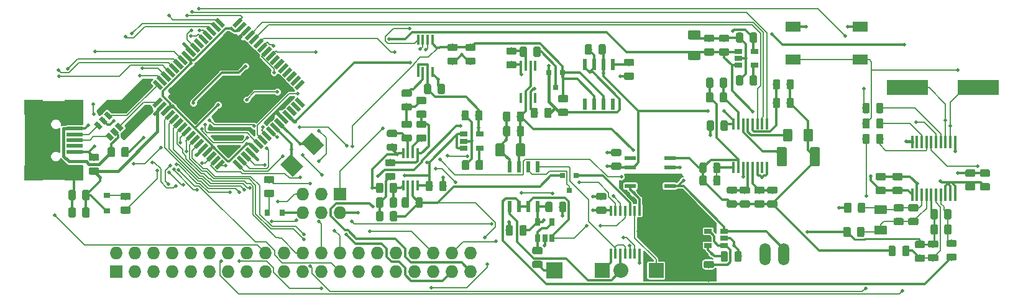
<source format=gtl>
G04 #@! TF.GenerationSoftware,KiCad,Pcbnew,(5.0.0)*
G04 #@! TF.CreationDate,2018-11-01T18:13:55-10:00*
G04 #@! TF.ProjectId,dstat-mainboard,64737461742D6D61696E626F6172642E,1.2.3*
G04 #@! TF.SameCoordinates,Original*
G04 #@! TF.FileFunction,Copper,L1,Top,Signal*
G04 #@! TF.FilePolarity,Positive*
%FSLAX46Y46*%
G04 Gerber Fmt 4.6, Leading zero omitted, Abs format (unit mm)*
G04 Created by KiCad (PCBNEW (5.0.0)) date 11/01/18 18:13:55*
%MOMM*%
%LPD*%
G01*
G04 APERTURE LIST*
G04 #@! TA.AperFunction,SMDPad,CuDef*
%ADD10C,0.650000*%
G04 #@! TD*
G04 #@! TA.AperFunction,Conductor*
%ADD11C,0.150000*%
G04 #@! TD*
G04 #@! TA.AperFunction,SMDPad,CuDef*
%ADD12R,1.060000X0.650000*%
G04 #@! TD*
G04 #@! TA.AperFunction,SMDPad,CuDef*
%ADD13R,2.100000X1.400000*%
G04 #@! TD*
G04 #@! TA.AperFunction,SMDPad,CuDef*
%ADD14C,0.975000*%
G04 #@! TD*
G04 #@! TA.AperFunction,SMDPad,CuDef*
%ADD15C,1.350000*%
G04 #@! TD*
G04 #@! TA.AperFunction,SMDPad,CuDef*
%ADD16C,2.000000*%
G04 #@! TD*
G04 #@! TA.AperFunction,SMDPad,CuDef*
%ADD17R,0.450000X1.750000*%
G04 #@! TD*
G04 #@! TA.AperFunction,ComponentPad*
%ADD18R,2.032000X2.032000*%
G04 #@! TD*
G04 #@! TA.AperFunction,ComponentPad*
%ADD19O,2.032000X2.032000*%
G04 #@! TD*
G04 #@! TA.AperFunction,ComponentPad*
%ADD20R,2.235200X2.235200*%
G04 #@! TD*
G04 #@! TA.AperFunction,SMDPad,CuDef*
%ADD21R,0.800000X0.900000*%
G04 #@! TD*
G04 #@! TA.AperFunction,SMDPad,CuDef*
%ADD22R,0.900000X0.800000*%
G04 #@! TD*
G04 #@! TA.AperFunction,ComponentPad*
%ADD23O,1.727200X1.727200*%
G04 #@! TD*
G04 #@! TA.AperFunction,ComponentPad*
%ADD24R,1.727200X1.727200*%
G04 #@! TD*
G04 #@! TA.AperFunction,ComponentPad*
%ADD25O,1.506220X3.014980*%
G04 #@! TD*
G04 #@! TA.AperFunction,SMDPad,CuDef*
%ADD26R,0.450000X1.450000*%
G04 #@! TD*
G04 #@! TA.AperFunction,SMDPad,CuDef*
%ADD27R,0.600000X1.550000*%
G04 #@! TD*
G04 #@! TA.AperFunction,SMDPad,CuDef*
%ADD28R,0.650000X1.060000*%
G04 #@! TD*
G04 #@! TA.AperFunction,SMDPad,CuDef*
%ADD29R,1.550000X0.600000*%
G04 #@! TD*
G04 #@! TA.AperFunction,SMDPad,CuDef*
%ADD30R,0.800100X0.800100*%
G04 #@! TD*
G04 #@! TA.AperFunction,SMDPad,CuDef*
%ADD31R,2.499360X1.998980*%
G04 #@! TD*
G04 #@! TA.AperFunction,SMDPad,CuDef*
%ADD32R,2.301240X0.500380*%
G04 #@! TD*
G04 #@! TA.AperFunction,SMDPad,CuDef*
%ADD33R,5.600700X2.100580*%
G04 #@! TD*
G04 #@! TA.AperFunction,SMDPad,CuDef*
%ADD34R,0.450000X1.500000*%
G04 #@! TD*
G04 #@! TA.AperFunction,SMDPad,CuDef*
%ADD35C,1.250000*%
G04 #@! TD*
G04 #@! TA.AperFunction,SMDPad,CuDef*
%ADD36C,0.550000*%
G04 #@! TD*
G04 #@! TA.AperFunction,ViaPad*
%ADD37C,0.508000*%
G04 #@! TD*
G04 #@! TA.AperFunction,Conductor*
%ADD38C,0.304800*%
G04 #@! TD*
G04 #@! TA.AperFunction,Conductor*
%ADD39C,0.203200*%
G04 #@! TD*
G04 #@! TA.AperFunction,Conductor*
%ADD40C,0.406400*%
G04 #@! TD*
G04 #@! TA.AperFunction,Conductor*
%ADD41C,0.254000*%
G04 #@! TD*
G04 APERTURE END LIST*
D10*
G04 #@! TO.P,U6,5*
G04 #@! TO.N,/USB_VCC*
X100028317Y-100917817D03*
D11*
G04 #@! TD*
G04 #@! TO.N,/USB_VCC*
G04 #@! TO.C,U6*
G36*
X99423741Y-100772860D02*
X99883360Y-100313241D01*
X100632893Y-101062774D01*
X100173274Y-101522393D01*
X99423741Y-100772860D01*
X99423741Y-100772860D01*
G37*
D10*
G04 #@! TO.P,U6,6*
G04 #@! TO.N,/DP*
X100700069Y-100246066D03*
D11*
G04 #@! TD*
G04 #@! TO.N,/DP*
G04 #@! TO.C,U6*
G36*
X100095493Y-100101109D02*
X100555112Y-99641490D01*
X101304645Y-100391023D01*
X100845026Y-100850642D01*
X100095493Y-100101109D01*
X100095493Y-100101109D01*
G37*
D10*
G04 #@! TO.P,U6,4*
G04 #@! TO.N,Net-(U6-Pad4)*
X99356566Y-101589569D03*
D11*
G04 #@! TD*
G04 #@! TO.N,Net-(U6-Pad4)*
G04 #@! TO.C,U6*
G36*
X98751990Y-101444612D02*
X99211609Y-100984993D01*
X99961142Y-101734526D01*
X99501523Y-102194145D01*
X98751990Y-101444612D01*
X98751990Y-101444612D01*
G37*
D10*
G04 #@! TO.P,U6,3*
G04 #@! TO.N,Net-(U6-Pad3)*
X97800931Y-100033934D03*
D11*
G04 #@! TD*
G04 #@! TO.N,Net-(U6-Pad3)*
G04 #@! TO.C,U6*
G36*
X97196355Y-99888977D02*
X97655974Y-99429358D01*
X98405507Y-100178891D01*
X97945888Y-100638510D01*
X97196355Y-99888977D01*
X97196355Y-99888977D01*
G37*
D10*
G04 #@! TO.P,U6,2*
G04 #@! TO.N,/USB_GND*
X98472683Y-99362183D03*
D11*
G04 #@! TD*
G04 #@! TO.N,/USB_GND*
G04 #@! TO.C,U6*
G36*
X97868107Y-99217226D02*
X98327726Y-98757607D01*
X99077259Y-99507140D01*
X98617640Y-99966759D01*
X97868107Y-99217226D01*
X97868107Y-99217226D01*
G37*
D10*
G04 #@! TO.P,U6,1*
G04 #@! TO.N,/DM*
X99144434Y-98690431D03*
D11*
G04 #@! TD*
G04 #@! TO.N,/DM*
G04 #@! TO.C,U6*
G36*
X98539858Y-98545474D02*
X98999477Y-98085855D01*
X99749010Y-98835388D01*
X99289391Y-99295007D01*
X98539858Y-98545474D01*
X98539858Y-98545474D01*
G37*
D12*
G04 #@! TO.P,U2,5*
G04 #@! TO.N,+4.75VR*
X149826000Y-101252000D03*
G04 #@! TO.P,U2,4*
G04 #@! TO.N,Net-(C58-Pad1)*
X149826000Y-103152000D03*
G04 #@! TO.P,U2,3*
G04 #@! TO.N,+5V*
X147626000Y-103152000D03*
G04 #@! TO.P,U2,2*
G04 #@! TO.N,GND*
X147626000Y-102202000D03*
G04 #@! TO.P,U2,1*
G04 #@! TO.N,+5V*
X147626000Y-101252000D03*
G04 #@! TD*
D13*
G04 #@! TO.P,SW1,1*
G04 #@! TO.N,/PE5*
X201590000Y-91086500D03*
X192490000Y-91086500D03*
G04 #@! TO.P,SW1,2*
G04 #@! TO.N,GND*
X201590000Y-86586500D03*
X192490000Y-86586500D03*
G04 #@! TD*
D11*
G04 #@! TO.N,GND*
G04 #@! TO.C,C58*
G36*
X148110142Y-104775174D02*
X148133803Y-104778684D01*
X148157007Y-104784496D01*
X148179529Y-104792554D01*
X148201153Y-104802782D01*
X148221670Y-104815079D01*
X148240883Y-104829329D01*
X148258607Y-104845393D01*
X148274671Y-104863117D01*
X148288921Y-104882330D01*
X148301218Y-104902847D01*
X148311446Y-104924471D01*
X148319504Y-104946993D01*
X148325316Y-104970197D01*
X148328826Y-104993858D01*
X148330000Y-105017750D01*
X148330000Y-105930250D01*
X148328826Y-105954142D01*
X148325316Y-105977803D01*
X148319504Y-106001007D01*
X148311446Y-106023529D01*
X148301218Y-106045153D01*
X148288921Y-106065670D01*
X148274671Y-106084883D01*
X148258607Y-106102607D01*
X148240883Y-106118671D01*
X148221670Y-106132921D01*
X148201153Y-106145218D01*
X148179529Y-106155446D01*
X148157007Y-106163504D01*
X148133803Y-106169316D01*
X148110142Y-106172826D01*
X148086250Y-106174000D01*
X147598750Y-106174000D01*
X147574858Y-106172826D01*
X147551197Y-106169316D01*
X147527993Y-106163504D01*
X147505471Y-106155446D01*
X147483847Y-106145218D01*
X147463330Y-106132921D01*
X147444117Y-106118671D01*
X147426393Y-106102607D01*
X147410329Y-106084883D01*
X147396079Y-106065670D01*
X147383782Y-106045153D01*
X147373554Y-106023529D01*
X147365496Y-106001007D01*
X147359684Y-105977803D01*
X147356174Y-105954142D01*
X147355000Y-105930250D01*
X147355000Y-105017750D01*
X147356174Y-104993858D01*
X147359684Y-104970197D01*
X147365496Y-104946993D01*
X147373554Y-104924471D01*
X147383782Y-104902847D01*
X147396079Y-104882330D01*
X147410329Y-104863117D01*
X147426393Y-104845393D01*
X147444117Y-104829329D01*
X147463330Y-104815079D01*
X147483847Y-104802782D01*
X147505471Y-104792554D01*
X147527993Y-104784496D01*
X147551197Y-104778684D01*
X147574858Y-104775174D01*
X147598750Y-104774000D01*
X148086250Y-104774000D01*
X148110142Y-104775174D01*
X148110142Y-104775174D01*
G37*
D14*
G04 #@! TD*
G04 #@! TO.P,C58,2*
G04 #@! TO.N,GND*
X147842500Y-105474000D03*
D11*
G04 #@! TO.N,Net-(C58-Pad1)*
G04 #@! TO.C,C58*
G36*
X149985142Y-104775174D02*
X150008803Y-104778684D01*
X150032007Y-104784496D01*
X150054529Y-104792554D01*
X150076153Y-104802782D01*
X150096670Y-104815079D01*
X150115883Y-104829329D01*
X150133607Y-104845393D01*
X150149671Y-104863117D01*
X150163921Y-104882330D01*
X150176218Y-104902847D01*
X150186446Y-104924471D01*
X150194504Y-104946993D01*
X150200316Y-104970197D01*
X150203826Y-104993858D01*
X150205000Y-105017750D01*
X150205000Y-105930250D01*
X150203826Y-105954142D01*
X150200316Y-105977803D01*
X150194504Y-106001007D01*
X150186446Y-106023529D01*
X150176218Y-106045153D01*
X150163921Y-106065670D01*
X150149671Y-106084883D01*
X150133607Y-106102607D01*
X150115883Y-106118671D01*
X150096670Y-106132921D01*
X150076153Y-106145218D01*
X150054529Y-106155446D01*
X150032007Y-106163504D01*
X150008803Y-106169316D01*
X149985142Y-106172826D01*
X149961250Y-106174000D01*
X149473750Y-106174000D01*
X149449858Y-106172826D01*
X149426197Y-106169316D01*
X149402993Y-106163504D01*
X149380471Y-106155446D01*
X149358847Y-106145218D01*
X149338330Y-106132921D01*
X149319117Y-106118671D01*
X149301393Y-106102607D01*
X149285329Y-106084883D01*
X149271079Y-106065670D01*
X149258782Y-106045153D01*
X149248554Y-106023529D01*
X149240496Y-106001007D01*
X149234684Y-105977803D01*
X149231174Y-105954142D01*
X149230000Y-105930250D01*
X149230000Y-105017750D01*
X149231174Y-104993858D01*
X149234684Y-104970197D01*
X149240496Y-104946993D01*
X149248554Y-104924471D01*
X149258782Y-104902847D01*
X149271079Y-104882330D01*
X149285329Y-104863117D01*
X149301393Y-104845393D01*
X149319117Y-104829329D01*
X149338330Y-104815079D01*
X149358847Y-104802782D01*
X149380471Y-104792554D01*
X149402993Y-104784496D01*
X149426197Y-104778684D01*
X149449858Y-104775174D01*
X149473750Y-104774000D01*
X149961250Y-104774000D01*
X149985142Y-104775174D01*
X149985142Y-104775174D01*
G37*
D14*
G04 #@! TD*
G04 #@! TO.P,C58,1*
G04 #@! TO.N,Net-(C58-Pad1)*
X149717500Y-105474000D03*
D11*
G04 #@! TO.N,GND*
G04 #@! TO.C,C59*
G36*
X148056142Y-98003674D02*
X148079803Y-98007184D01*
X148103007Y-98012996D01*
X148125529Y-98021054D01*
X148147153Y-98031282D01*
X148167670Y-98043579D01*
X148186883Y-98057829D01*
X148204607Y-98073893D01*
X148220671Y-98091617D01*
X148234921Y-98110830D01*
X148247218Y-98131347D01*
X148257446Y-98152971D01*
X148265504Y-98175493D01*
X148271316Y-98198697D01*
X148274826Y-98222358D01*
X148276000Y-98246250D01*
X148276000Y-99158750D01*
X148274826Y-99182642D01*
X148271316Y-99206303D01*
X148265504Y-99229507D01*
X148257446Y-99252029D01*
X148247218Y-99273653D01*
X148234921Y-99294170D01*
X148220671Y-99313383D01*
X148204607Y-99331107D01*
X148186883Y-99347171D01*
X148167670Y-99361421D01*
X148147153Y-99373718D01*
X148125529Y-99383946D01*
X148103007Y-99392004D01*
X148079803Y-99397816D01*
X148056142Y-99401326D01*
X148032250Y-99402500D01*
X147544750Y-99402500D01*
X147520858Y-99401326D01*
X147497197Y-99397816D01*
X147473993Y-99392004D01*
X147451471Y-99383946D01*
X147429847Y-99373718D01*
X147409330Y-99361421D01*
X147390117Y-99347171D01*
X147372393Y-99331107D01*
X147356329Y-99313383D01*
X147342079Y-99294170D01*
X147329782Y-99273653D01*
X147319554Y-99252029D01*
X147311496Y-99229507D01*
X147305684Y-99206303D01*
X147302174Y-99182642D01*
X147301000Y-99158750D01*
X147301000Y-98246250D01*
X147302174Y-98222358D01*
X147305684Y-98198697D01*
X147311496Y-98175493D01*
X147319554Y-98152971D01*
X147329782Y-98131347D01*
X147342079Y-98110830D01*
X147356329Y-98091617D01*
X147372393Y-98073893D01*
X147390117Y-98057829D01*
X147409330Y-98043579D01*
X147429847Y-98031282D01*
X147451471Y-98021054D01*
X147473993Y-98012996D01*
X147497197Y-98007184D01*
X147520858Y-98003674D01*
X147544750Y-98002500D01*
X148032250Y-98002500D01*
X148056142Y-98003674D01*
X148056142Y-98003674D01*
G37*
D14*
G04 #@! TD*
G04 #@! TO.P,C59,2*
G04 #@! TO.N,GND*
X147788500Y-98702500D03*
D11*
G04 #@! TO.N,+4.75VR*
G04 #@! TO.C,C59*
G36*
X149931142Y-98003674D02*
X149954803Y-98007184D01*
X149978007Y-98012996D01*
X150000529Y-98021054D01*
X150022153Y-98031282D01*
X150042670Y-98043579D01*
X150061883Y-98057829D01*
X150079607Y-98073893D01*
X150095671Y-98091617D01*
X150109921Y-98110830D01*
X150122218Y-98131347D01*
X150132446Y-98152971D01*
X150140504Y-98175493D01*
X150146316Y-98198697D01*
X150149826Y-98222358D01*
X150151000Y-98246250D01*
X150151000Y-99158750D01*
X150149826Y-99182642D01*
X150146316Y-99206303D01*
X150140504Y-99229507D01*
X150132446Y-99252029D01*
X150122218Y-99273653D01*
X150109921Y-99294170D01*
X150095671Y-99313383D01*
X150079607Y-99331107D01*
X150061883Y-99347171D01*
X150042670Y-99361421D01*
X150022153Y-99373718D01*
X150000529Y-99383946D01*
X149978007Y-99392004D01*
X149954803Y-99397816D01*
X149931142Y-99401326D01*
X149907250Y-99402500D01*
X149419750Y-99402500D01*
X149395858Y-99401326D01*
X149372197Y-99397816D01*
X149348993Y-99392004D01*
X149326471Y-99383946D01*
X149304847Y-99373718D01*
X149284330Y-99361421D01*
X149265117Y-99347171D01*
X149247393Y-99331107D01*
X149231329Y-99313383D01*
X149217079Y-99294170D01*
X149204782Y-99273653D01*
X149194554Y-99252029D01*
X149186496Y-99229507D01*
X149180684Y-99206303D01*
X149177174Y-99182642D01*
X149176000Y-99158750D01*
X149176000Y-98246250D01*
X149177174Y-98222358D01*
X149180684Y-98198697D01*
X149186496Y-98175493D01*
X149194554Y-98152971D01*
X149204782Y-98131347D01*
X149217079Y-98110830D01*
X149231329Y-98091617D01*
X149247393Y-98073893D01*
X149265117Y-98057829D01*
X149284330Y-98043579D01*
X149304847Y-98031282D01*
X149326471Y-98021054D01*
X149348993Y-98012996D01*
X149372197Y-98007184D01*
X149395858Y-98003674D01*
X149419750Y-98002500D01*
X149907250Y-98002500D01*
X149931142Y-98003674D01*
X149931142Y-98003674D01*
G37*
D14*
G04 #@! TD*
G04 #@! TO.P,C59,1*
G04 #@! TO.N,+4.75VR*
X149663500Y-98702500D03*
D11*
G04 #@! TO.N,/ADC*
G04 #@! TO.C,R21*
G36*
X195879505Y-103006204D02*
X195903773Y-103009804D01*
X195927572Y-103015765D01*
X195950671Y-103024030D01*
X195972850Y-103034520D01*
X195993893Y-103047132D01*
X196013599Y-103061747D01*
X196031777Y-103078223D01*
X196048253Y-103096401D01*
X196062868Y-103116107D01*
X196075480Y-103137150D01*
X196085970Y-103159329D01*
X196094235Y-103182428D01*
X196100196Y-103206227D01*
X196103796Y-103230495D01*
X196105000Y-103254999D01*
X196105000Y-105405001D01*
X196103796Y-105429505D01*
X196100196Y-105453773D01*
X196094235Y-105477572D01*
X196085970Y-105500671D01*
X196075480Y-105522850D01*
X196062868Y-105543893D01*
X196048253Y-105563599D01*
X196031777Y-105581777D01*
X196013599Y-105598253D01*
X195993893Y-105612868D01*
X195972850Y-105625480D01*
X195950671Y-105635970D01*
X195927572Y-105644235D01*
X195903773Y-105650196D01*
X195879505Y-105653796D01*
X195855001Y-105655000D01*
X195004999Y-105655000D01*
X194980495Y-105653796D01*
X194956227Y-105650196D01*
X194932428Y-105644235D01*
X194909329Y-105635970D01*
X194887150Y-105625480D01*
X194866107Y-105612868D01*
X194846401Y-105598253D01*
X194828223Y-105581777D01*
X194811747Y-105563599D01*
X194797132Y-105543893D01*
X194784520Y-105522850D01*
X194774030Y-105500671D01*
X194765765Y-105477572D01*
X194759804Y-105453773D01*
X194756204Y-105429505D01*
X194755000Y-105405001D01*
X194755000Y-103254999D01*
X194756204Y-103230495D01*
X194759804Y-103206227D01*
X194765765Y-103182428D01*
X194774030Y-103159329D01*
X194784520Y-103137150D01*
X194797132Y-103116107D01*
X194811747Y-103096401D01*
X194828223Y-103078223D01*
X194846401Y-103061747D01*
X194866107Y-103047132D01*
X194887150Y-103034520D01*
X194909329Y-103024030D01*
X194932428Y-103015765D01*
X194956227Y-103009804D01*
X194980495Y-103006204D01*
X195004999Y-103005000D01*
X195855001Y-103005000D01*
X195879505Y-103006204D01*
X195879505Y-103006204D01*
G37*
D15*
G04 #@! TD*
G04 #@! TO.P,R21,2*
G04 #@! TO.N,/ADC*
X195430000Y-104330000D03*
D11*
G04 #@! TO.N,Net-(R21-Pad1)*
G04 #@! TO.C,R21*
G36*
X191379505Y-103006204D02*
X191403773Y-103009804D01*
X191427572Y-103015765D01*
X191450671Y-103024030D01*
X191472850Y-103034520D01*
X191493893Y-103047132D01*
X191513599Y-103061747D01*
X191531777Y-103078223D01*
X191548253Y-103096401D01*
X191562868Y-103116107D01*
X191575480Y-103137150D01*
X191585970Y-103159329D01*
X191594235Y-103182428D01*
X191600196Y-103206227D01*
X191603796Y-103230495D01*
X191605000Y-103254999D01*
X191605000Y-105405001D01*
X191603796Y-105429505D01*
X191600196Y-105453773D01*
X191594235Y-105477572D01*
X191585970Y-105500671D01*
X191575480Y-105522850D01*
X191562868Y-105543893D01*
X191548253Y-105563599D01*
X191531777Y-105581777D01*
X191513599Y-105598253D01*
X191493893Y-105612868D01*
X191472850Y-105625480D01*
X191450671Y-105635970D01*
X191427572Y-105644235D01*
X191403773Y-105650196D01*
X191379505Y-105653796D01*
X191355001Y-105655000D01*
X190504999Y-105655000D01*
X190480495Y-105653796D01*
X190456227Y-105650196D01*
X190432428Y-105644235D01*
X190409329Y-105635970D01*
X190387150Y-105625480D01*
X190366107Y-105612868D01*
X190346401Y-105598253D01*
X190328223Y-105581777D01*
X190311747Y-105563599D01*
X190297132Y-105543893D01*
X190284520Y-105522850D01*
X190274030Y-105500671D01*
X190265765Y-105477572D01*
X190259804Y-105453773D01*
X190256204Y-105429505D01*
X190255000Y-105405001D01*
X190255000Y-103254999D01*
X190256204Y-103230495D01*
X190259804Y-103206227D01*
X190265765Y-103182428D01*
X190274030Y-103159329D01*
X190284520Y-103137150D01*
X190297132Y-103116107D01*
X190311747Y-103096401D01*
X190328223Y-103078223D01*
X190346401Y-103061747D01*
X190366107Y-103047132D01*
X190387150Y-103034520D01*
X190409329Y-103024030D01*
X190432428Y-103015765D01*
X190456227Y-103009804D01*
X190480495Y-103006204D01*
X190504999Y-103005000D01*
X191355001Y-103005000D01*
X191379505Y-103006204D01*
X191379505Y-103006204D01*
G37*
D15*
G04 #@! TD*
G04 #@! TO.P,R21,1*
G04 #@! TO.N,Net-(R21-Pad1)*
X190930000Y-104330000D03*
D16*
G04 #@! TO.P,X2,1*
G04 #@! TO.N,Net-(C57-Pad2)*
X127076569Y-102581431D03*
D11*
G04 #@! TD*
G04 #@! TO.N,Net-(C57-Pad2)*
G04 #@! TO.C,X2*
G36*
X126935148Y-101025796D02*
X128632204Y-102722852D01*
X127217990Y-104137066D01*
X125520934Y-102440010D01*
X126935148Y-101025796D01*
X126935148Y-101025796D01*
G37*
D16*
G04 #@! TO.P,X2,2*
G04 #@! TO.N,Net-(C56-Pad2)*
X124177431Y-105480569D03*
D11*
G04 #@! TD*
G04 #@! TO.N,Net-(C56-Pad2)*
G04 #@! TO.C,X2*
G36*
X124036010Y-103924934D02*
X125733066Y-105621990D01*
X124318852Y-107036204D01*
X122621796Y-105339148D01*
X124036010Y-103924934D01*
X124036010Y-103924934D01*
G37*
D17*
G04 #@! TO.P,U13,20*
G04 #@! TO.N,GND*
X208699000Y-102292000D03*
G04 #@! TO.P,U13,19*
G04 #@! TO.N,N/C*
X209349000Y-102292000D03*
G04 #@! TO.P,U13,18*
G04 #@! TO.N,Net-(R22-Pad1)*
X209999000Y-102292000D03*
G04 #@! TO.P,U13,17*
G04 #@! TO.N,Net-(R23-Pad1)*
X210649000Y-102292000D03*
G04 #@! TO.P,U13,16*
G04 #@! TO.N,/PE6*
X211299000Y-102292000D03*
G04 #@! TO.P,U13,15*
G04 #@! TO.N,/PD5*
X211949000Y-102292000D03*
G04 #@! TO.P,U13,14*
G04 #@! TO.N,Net-(R24-Pad1)*
X212599000Y-102292000D03*
G04 #@! TO.P,U13,13*
G04 #@! TO.N,Net-(C42-Pad1)*
X213249000Y-102292000D03*
G04 #@! TO.P,U13,12*
G04 #@! TO.N,Net-(C43-Pad1)*
X213899000Y-102292000D03*
G04 #@! TO.P,U13,11*
G04 #@! TO.N,GND*
X214549000Y-102292000D03*
G04 #@! TO.P,U13,10*
G04 #@! TO.N,+3V3*
X214549000Y-109492000D03*
G04 #@! TO.P,U13,9*
X213899000Y-109492000D03*
G04 #@! TO.P,U13,8*
X213249000Y-109492000D03*
G04 #@! TO.P,U13,7*
G04 #@! TO.N,Net-(C21-Pad2)*
X212599000Y-109492000D03*
G04 #@! TO.P,U13,6*
G04 #@! TO.N,Net-(C20-Pad2)*
X211949000Y-109492000D03*
G04 #@! TO.P,U13,5*
G04 #@! TO.N,+2VR*
X211299000Y-109492000D03*
G04 #@! TO.P,U13,4*
G04 #@! TO.N,Net-(C26-Pad2)*
X210649000Y-109492000D03*
G04 #@! TO.P,U13,3*
G04 #@! TO.N,Net-(C26-Pad1)*
X209999000Y-109492000D03*
G04 #@! TO.P,U13,2*
G04 #@! TO.N,GND*
X209349000Y-109492000D03*
G04 #@! TO.P,U13,1*
G04 #@! TO.N,+5V*
X208699000Y-109492000D03*
G04 #@! TD*
D18*
G04 #@! TO.P,P2,1*
G04 #@! TO.N,/COUNTER*
X166510000Y-119884000D03*
D19*
G04 #@! TO.P,P2,2*
G04 #@! TO.N,/REFERENCE*
X169050000Y-119884000D03*
G04 #@! TD*
D20*
G04 #@! TO.P,P1,1*
G04 #@! TO.N,/RSHIELD*
X159960000Y-119884000D03*
G04 #@! TD*
D19*
G04 #@! TO.P,P3,2*
G04 #@! TO.N,/WSHIELD*
X176360000Y-119884000D03*
D18*
G04 #@! TO.P,P3,1*
G04 #@! TO.N,/WORKING*
X173820000Y-119884000D03*
G04 #@! TD*
D21*
G04 #@! TO.P,D1,2*
G04 #@! TO.N,Net-(D1-Pad2)*
X120806000Y-111950000D03*
G04 #@! TO.P,D1,1*
G04 #@! TO.N,GND*
X122906000Y-111950000D03*
G04 #@! TD*
D22*
G04 #@! TO.P,D2,1*
G04 #@! TO.N,GND*
X98996500Y-111730000D03*
G04 #@! TO.P,D2,2*
G04 #@! TO.N,Net-(D2-Pad2)*
X98996500Y-109630000D03*
G04 #@! TD*
D23*
G04 #@! TO.P,CON1,6*
G04 #@! TO.N,GND*
X125666000Y-111950000D03*
G04 #@! TO.P,CON1,5*
G04 #@! TO.N,/PDI_CLK*
X125666000Y-109410000D03*
G04 #@! TO.P,CON1,4*
G04 #@! TO.N,N/C*
X128206000Y-111950000D03*
G04 #@! TO.P,CON1,3*
X128206000Y-109410000D03*
G04 #@! TO.P,CON1,2*
G04 #@! TO.N,+3V3*
X130746000Y-111950000D03*
D24*
G04 #@! TO.P,CON1,1*
G04 #@! TO.N,/PDI_DATA*
X130746000Y-109410000D03*
G04 #@! TD*
D25*
G04 #@! TO.P,P7,1*
G04 #@! TO.N,GND*
X188671000Y-117688000D03*
G04 #@! TO.P,P7,2*
G04 #@! TO.N,+2VR*
X191211000Y-117688000D03*
G04 #@! TD*
D12*
G04 #@! TO.P,U1,1*
G04 #@! TO.N,+5V*
X184978000Y-89962000D03*
G04 #@! TO.P,U1,2*
G04 #@! TO.N,GND*
X184978000Y-90912000D03*
G04 #@! TO.P,U1,3*
G04 #@! TO.N,+5V*
X184978000Y-91862000D03*
G04 #@! TO.P,U1,4*
G04 #@! TO.N,Net-(C4-Pad1)*
X187178000Y-91862000D03*
G04 #@! TO.P,U1,5*
G04 #@! TO.N,+3V3*
X187178000Y-89962000D03*
G04 #@! TD*
D26*
G04 #@! TO.P,U3,1*
G04 #@! TO.N,/COUNTER*
X167641000Y-117588000D03*
G04 #@! TO.P,U3,2*
G04 #@! TO.N,Net-(U3-Pad2)*
X168291000Y-117588000D03*
G04 #@! TO.P,U3,3*
G04 #@! TO.N,/REFERENCE*
X168941000Y-117588000D03*
G04 #@! TO.P,U3,4*
G04 #@! TO.N,Net-(U3-Pad2)*
X169591000Y-117588000D03*
G04 #@! TO.P,U3,5*
G04 #@! TO.N,/PB3*
X170241000Y-117588000D03*
G04 #@! TO.P,U3,6*
G04 #@! TO.N,/PB4*
X170891000Y-117588000D03*
G04 #@! TO.P,U3,7*
G04 #@! TO.N,GND*
X171541000Y-117588000D03*
G04 #@! TO.P,U3,8*
G04 #@! TO.N,Net-(U10-Pad8)*
X171541000Y-111688000D03*
G04 #@! TO.P,U3,9*
G04 #@! TO.N,/WORKING*
X170891000Y-111688000D03*
G04 #@! TO.P,U3,10*
G04 #@! TO.N,Net-(U3-Pad10)*
X170241000Y-111688000D03*
G04 #@! TO.P,U3,11*
G04 #@! TO.N,/REF_V*
X169591000Y-111688000D03*
G04 #@! TO.P,U3,12*
G04 #@! TO.N,/PB2*
X168941000Y-111688000D03*
G04 #@! TO.P,U3,13*
G04 #@! TO.N,/PB5*
X168291000Y-111688000D03*
G04 #@! TO.P,U3,14*
G04 #@! TO.N,+4.75VR*
X167641000Y-111688000D03*
G04 #@! TD*
D27*
G04 #@! TO.P,U4,1*
G04 #@! TO.N,Net-(U3-Pad2)*
X157646000Y-105688000D03*
G04 #@! TO.P,U4,2*
G04 #@! TO.N,Net-(U4-Pad2)*
X156376000Y-105688000D03*
G04 #@! TO.P,U4,3*
G04 #@! TO.N,+2VR*
X155106000Y-105688000D03*
G04 #@! TO.P,U4,4*
G04 #@! TO.N,GND*
X153836000Y-105688000D03*
G04 #@! TO.P,U4,5*
G04 #@! TO.N,/REFERENCE*
X153836000Y-111088000D03*
G04 #@! TO.P,U4,6*
G04 #@! TO.N,/REF_V*
X155106000Y-111088000D03*
G04 #@! TO.P,U4,7*
X156376000Y-111088000D03*
G04 #@! TO.P,U4,8*
G04 #@! TO.N,+4.75VR*
X157646000Y-111088000D03*
G04 #@! TD*
D28*
G04 #@! TO.P,U5,1*
G04 #@! TO.N,Net-(R3-Pad1)*
X157691000Y-115438000D03*
G04 #@! TO.P,U5,2*
G04 #@! TO.N,GND*
X158641000Y-115438000D03*
G04 #@! TO.P,U5,3*
G04 #@! TO.N,/REF_V*
X159591000Y-115438000D03*
G04 #@! TO.P,U5,4*
G04 #@! TO.N,Net-(R3-Pad1)*
X159591000Y-113238000D03*
G04 #@! TO.P,U5,5*
G04 #@! TO.N,+4.75VR*
X157691000Y-113238000D03*
G04 #@! TD*
D26*
G04 #@! TO.P,U7,1*
G04 #@! TO.N,Net-(C7-Pad2)*
X141306000Y-103888000D03*
G04 #@! TO.P,U7,2*
G04 #@! TO.N,Net-(R4-Pad2)*
X140656000Y-103888000D03*
G04 #@! TO.P,U7,3*
G04 #@! TO.N,Net-(C10-Pad2)*
X140006000Y-103888000D03*
G04 #@! TO.P,U7,4*
G04 #@! TO.N,GND*
X139356000Y-103888000D03*
G04 #@! TO.P,U7,5*
G04 #@! TO.N,Net-(C13-Pad2)*
X139356000Y-108288000D03*
G04 #@! TO.P,U7,6*
G04 #@! TO.N,Net-(R8-Pad2)*
X140006000Y-108288000D03*
G04 #@! TO.P,U7,7*
G04 #@! TO.N,/DAC_OUT*
X140656000Y-108288000D03*
G04 #@! TO.P,U7,8*
G04 #@! TO.N,+5V*
X141306000Y-108288000D03*
G04 #@! TD*
D27*
G04 #@! TO.P,U8,1*
G04 #@! TO.N,Net-(C16-Pad1)*
X167922000Y-91718000D03*
G04 #@! TO.P,U8,2*
G04 #@! TO.N,+4.75VR*
X166652000Y-91718000D03*
G04 #@! TO.P,U8,3*
G04 #@! TO.N,GND*
X165382000Y-91718000D03*
G04 #@! TO.P,U8,4*
X164112000Y-91718000D03*
G04 #@! TO.P,U8,5*
G04 #@! TO.N,N/C*
X164112000Y-97118000D03*
G04 #@! TO.P,U8,6*
G04 #@! TO.N,+4VR*
X165382000Y-97118000D03*
G04 #@! TO.P,U8,7*
X166652000Y-97118000D03*
G04 #@! TO.P,U8,8*
G04 #@! TO.N,N/C*
X167922000Y-97118000D03*
G04 #@! TD*
D12*
G04 #@! TO.P,U9,1*
G04 #@! TO.N,Net-(R9-Pad1)*
X183091000Y-116438000D03*
G04 #@! TO.P,U9,2*
G04 #@! TO.N,GND*
X183091000Y-115488000D03*
G04 #@! TO.P,U9,3*
G04 #@! TO.N,+2VR*
X183091000Y-114538000D03*
G04 #@! TO.P,U9,4*
G04 #@! TO.N,Net-(R9-Pad1)*
X180891000Y-114538000D03*
G04 #@! TO.P,U9,5*
G04 #@! TO.N,+4.75VR*
X180891000Y-116438000D03*
G04 #@! TD*
D29*
G04 #@! TO.P,U10,1*
G04 #@! TO.N,+2VR*
X175691000Y-108348000D03*
G04 #@! TO.P,U10,2*
G04 #@! TO.N,/WSHIELD*
X175691000Y-107078000D03*
G04 #@! TO.P,U10,3*
G04 #@! TO.N,GND*
X175691000Y-105808000D03*
G04 #@! TO.P,U10,4*
G04 #@! TO.N,/ADC*
X175691000Y-104538000D03*
G04 #@! TO.P,U10,5*
G04 #@! TO.N,N/C*
X170291000Y-104538000D03*
G04 #@! TO.P,U10,6*
G04 #@! TO.N,+4.75VR*
X170291000Y-105808000D03*
G04 #@! TO.P,U10,7*
G04 #@! TO.N,/WSHIELD*
X170291000Y-107078000D03*
G04 #@! TO.P,U10,8*
G04 #@! TO.N,Net-(U10-Pad8)*
X170291000Y-108348000D03*
G04 #@! TD*
D26*
G04 #@! TO.P,U11,1*
G04 #@! TO.N,N/C*
X157366000Y-91888000D03*
G04 #@! TO.P,U11,2*
G04 #@! TO.N,+2VR*
X156716000Y-91888000D03*
G04 #@! TO.P,U11,3*
G04 #@! TO.N,Net-(C19-Pad1)*
X156066000Y-91888000D03*
G04 #@! TO.P,U11,4*
G04 #@! TO.N,GND*
X155416000Y-91888000D03*
G04 #@! TO.P,U11,5*
G04 #@! TO.N,N/C*
X155416000Y-96288000D03*
G04 #@! TO.P,U11,6*
G04 #@! TO.N,+2VR*
X156066000Y-96288000D03*
G04 #@! TO.P,U11,7*
G04 #@! TO.N,+4.75VR*
X156716000Y-96288000D03*
G04 #@! TO.P,U11,8*
G04 #@! TO.N,N/C*
X157366000Y-96288000D03*
G04 #@! TD*
D30*
G04 #@! TO.P,UR1,1*
G04 #@! TO.N,Net-(U3-Pad10)*
X162916000Y-106937240D03*
G04 #@! TO.P,UR1,2*
G04 #@! TO.N,/DAC_OUT*
X161016000Y-106937240D03*
G04 #@! TO.P,UR1,3*
G04 #@! TO.N,Net-(U4-Pad2)*
X161966000Y-108936220D03*
G04 #@! TD*
G04 #@! TO.P,UR2,1*
G04 #@! TO.N,+4VR*
X161091000Y-92837240D03*
G04 #@! TO.P,UR2,2*
G04 #@! TO.N,GND*
X159191000Y-92837240D03*
G04 #@! TO.P,UR2,3*
G04 #@! TO.N,Net-(R10-Pad1)*
X160141000Y-94836220D03*
G04 #@! TD*
D31*
G04 #@! TO.P,USB1,6*
G04 #@! TO.N,Net-(C14-Pad1)*
X89002960Y-106524080D03*
X94502060Y-106524080D03*
X89002960Y-97623920D03*
X94502060Y-97623920D03*
D32*
G04 #@! TO.P,USB1,5*
G04 #@! TO.N,/USB_GND*
X94601120Y-103674200D03*
G04 #@! TO.P,USB1,4*
G04 #@! TO.N,N/C*
X94601120Y-102874100D03*
G04 #@! TO.P,USB1,3*
G04 #@! TO.N,Net-(U6-Pad4)*
X94601120Y-102074000D03*
G04 #@! TO.P,USB1,2*
G04 #@! TO.N,Net-(U6-Pad3)*
X94601120Y-101273900D03*
G04 #@! TO.P,USB1,1*
G04 #@! TO.N,/USB_VCC*
X94601120Y-100473800D03*
G04 #@! TD*
D33*
G04 #@! TO.P,X1,1*
G04 #@! TO.N,Net-(C43-Pad1)*
X217697860Y-94896000D03*
G04 #@! TO.P,X1,2*
G04 #@! TO.N,Net-(C42-Pad1)*
X208000140Y-94896000D03*
G04 #@! TD*
D24*
G04 #@! TO.P,P6,1*
G04 #@! TO.N,N/C*
X100266000Y-120000000D03*
D23*
G04 #@! TO.P,P6,2*
X100266000Y-117460000D03*
G04 #@! TO.P,P6,3*
X102806000Y-120000000D03*
G04 #@! TO.P,P6,4*
X102806000Y-117460000D03*
G04 #@! TO.P,P6,5*
X105346000Y-120000000D03*
G04 #@! TO.P,P6,6*
X105346000Y-117460000D03*
G04 #@! TO.P,P6,7*
X107886000Y-120000000D03*
G04 #@! TO.P,P6,8*
X107886000Y-117460000D03*
G04 #@! TO.P,P6,9*
X110426000Y-120000000D03*
G04 #@! TO.P,P6,10*
X110426000Y-117460000D03*
G04 #@! TO.P,P6,11*
G04 #@! TO.N,/PC0*
X112966000Y-120000000D03*
G04 #@! TO.P,P6,12*
G04 #@! TO.N,/PC1*
X112966000Y-117460000D03*
G04 #@! TO.P,P6,13*
G04 #@! TO.N,/PC2*
X115506000Y-120000000D03*
G04 #@! TO.P,P6,14*
G04 #@! TO.N,/PC3*
X115506000Y-117460000D03*
G04 #@! TO.P,P6,15*
G04 #@! TO.N,/PD0*
X118046000Y-120000000D03*
G04 #@! TO.P,P6,16*
G04 #@! TO.N,/PD1*
X118046000Y-117460000D03*
G04 #@! TO.P,P6,17*
G04 #@! TO.N,/PD2*
X120586000Y-120000000D03*
G04 #@! TO.P,P6,18*
G04 #@! TO.N,/PD3*
X120586000Y-117460000D03*
G04 #@! TO.P,P6,19*
G04 #@! TO.N,/PE0*
X123126000Y-120000000D03*
G04 #@! TO.P,P6,20*
G04 #@! TO.N,/PE1*
X123126000Y-117460000D03*
G04 #@! TO.P,P6,21*
G04 #@! TO.N,/PE2*
X125666000Y-120000000D03*
G04 #@! TO.P,P6,22*
G04 #@! TO.N,/PE3*
X125666000Y-117460000D03*
G04 #@! TO.P,P6,23*
G04 #@! TO.N,/PF0*
X128206000Y-120000000D03*
G04 #@! TO.P,P6,24*
G04 #@! TO.N,/PF1*
X128206000Y-117460000D03*
G04 #@! TO.P,P6,25*
G04 #@! TO.N,/PF2*
X130746000Y-120000000D03*
G04 #@! TO.P,P6,26*
G04 #@! TO.N,/PF3*
X130746000Y-117460000D03*
G04 #@! TO.P,P6,27*
G04 #@! TO.N,/PF4*
X133286000Y-120000000D03*
G04 #@! TO.P,P6,28*
G04 #@! TO.N,/PF5*
X133286000Y-117460000D03*
G04 #@! TO.P,P6,29*
G04 #@! TO.N,N/C*
X135826000Y-120000000D03*
G04 #@! TO.P,P6,30*
X135826000Y-117460000D03*
G04 #@! TO.P,P6,31*
X138366000Y-120000000D03*
G04 #@! TO.P,P6,32*
X138366000Y-117460000D03*
G04 #@! TO.P,P6,33*
G04 #@! TO.N,/DAC_OUT*
X140906000Y-120000000D03*
G04 #@! TO.P,P6,34*
G04 #@! TO.N,N/C*
X140906000Y-117460000D03*
G04 #@! TO.P,P6,35*
X143446000Y-120000000D03*
G04 #@! TO.P,P6,36*
G04 #@! TO.N,+4VR*
X143446000Y-117460000D03*
G04 #@! TO.P,P6,37*
G04 #@! TO.N,+3V3*
X145986000Y-120000000D03*
G04 #@! TO.P,P6,38*
G04 #@! TO.N,+2VR*
X145986000Y-117460000D03*
G04 #@! TO.P,P6,39*
G04 #@! TO.N,+5V*
X148526000Y-120000000D03*
G04 #@! TO.P,P6,40*
G04 #@! TO.N,GND*
X148526000Y-117460000D03*
G04 #@! TD*
D34*
G04 #@! TO.P,U12,1*
G04 #@! TO.N,Net-(C38-Pad1)*
X184366000Y-105788000D03*
G04 #@! TO.P,U12,2*
G04 #@! TO.N,/ADC*
X185016000Y-105788000D03*
G04 #@! TO.P,U12,3*
G04 #@! TO.N,Net-(U10-Pad8)*
X185666000Y-105788000D03*
G04 #@! TO.P,U12,4*
G04 #@! TO.N,Net-(C37-Pad1)*
X186316000Y-105788000D03*
G04 #@! TO.P,U12,5*
G04 #@! TO.N,Net-(C40-Pad1)*
X186966000Y-105788000D03*
G04 #@! TO.P,U12,6*
G04 #@! TO.N,GND*
X187616000Y-105788000D03*
G04 #@! TO.P,U12,7*
G04 #@! TO.N,N/C*
X188266000Y-105788000D03*
G04 #@! TO.P,U12,8*
G04 #@! TO.N,GND*
X188916000Y-105788000D03*
G04 #@! TO.P,U12,9*
G04 #@! TO.N,/PD4*
X188916000Y-99888000D03*
G04 #@! TO.P,U12,10*
G04 #@! TO.N,/PB7*
X188266000Y-99888000D03*
G04 #@! TO.P,U12,11*
G04 #@! TO.N,/PB6*
X187616000Y-99888000D03*
G04 #@! TO.P,U12,12*
G04 #@! TO.N,Net-(C41-Pad1)*
X186966000Y-99888000D03*
G04 #@! TO.P,U12,13*
G04 #@! TO.N,Net-(R18-Pad1)*
X186316000Y-99888000D03*
G04 #@! TO.P,U12,14*
G04 #@! TO.N,Net-(R21-Pad1)*
X185666000Y-99888000D03*
G04 #@! TO.P,U12,15*
G04 #@! TO.N,Net-(C39-Pad1)*
X185016000Y-99888000D03*
G04 #@! TO.P,U12,16*
G04 #@! TO.N,+4.75VR*
X184366000Y-99888000D03*
G04 #@! TD*
D26*
G04 #@! TO.P,U14,1*
G04 #@! TO.N,+4VR*
X143325000Y-88384500D03*
G04 #@! TO.P,U14,2*
G04 #@! TO.N,/PC4*
X142675000Y-88384500D03*
G04 #@! TO.P,U14,3*
G04 #@! TO.N,/PC5*
X142025000Y-88384500D03*
G04 #@! TO.P,U14,4*
G04 #@! TO.N,/PC7*
X141375000Y-88384500D03*
G04 #@! TO.P,U14,5*
G04 #@! TO.N,+4.75VR*
X141375000Y-92784500D03*
G04 #@! TO.P,U14,6*
G04 #@! TO.N,Net-(R1-Pad1)*
X142025000Y-92784500D03*
G04 #@! TO.P,U14,7*
G04 #@! TO.N,+4.75VR*
X142675000Y-92784500D03*
G04 #@! TO.P,U14,8*
G04 #@! TO.N,GND*
X143325000Y-92784500D03*
G04 #@! TD*
D11*
G04 #@! TO.N,+4.75VR*
G04 #@! TO.C,C1*
G36*
X142930142Y-94385674D02*
X142953803Y-94389184D01*
X142977007Y-94394996D01*
X142999529Y-94403054D01*
X143021153Y-94413282D01*
X143041670Y-94425579D01*
X143060883Y-94439829D01*
X143078607Y-94455893D01*
X143094671Y-94473617D01*
X143108921Y-94492830D01*
X143121218Y-94513347D01*
X143131446Y-94534971D01*
X143139504Y-94557493D01*
X143145316Y-94580697D01*
X143148826Y-94604358D01*
X143150000Y-94628250D01*
X143150000Y-95540750D01*
X143148826Y-95564642D01*
X143145316Y-95588303D01*
X143139504Y-95611507D01*
X143131446Y-95634029D01*
X143121218Y-95655653D01*
X143108921Y-95676170D01*
X143094671Y-95695383D01*
X143078607Y-95713107D01*
X143060883Y-95729171D01*
X143041670Y-95743421D01*
X143021153Y-95755718D01*
X142999529Y-95765946D01*
X142977007Y-95774004D01*
X142953803Y-95779816D01*
X142930142Y-95783326D01*
X142906250Y-95784500D01*
X142418750Y-95784500D01*
X142394858Y-95783326D01*
X142371197Y-95779816D01*
X142347993Y-95774004D01*
X142325471Y-95765946D01*
X142303847Y-95755718D01*
X142283330Y-95743421D01*
X142264117Y-95729171D01*
X142246393Y-95713107D01*
X142230329Y-95695383D01*
X142216079Y-95676170D01*
X142203782Y-95655653D01*
X142193554Y-95634029D01*
X142185496Y-95611507D01*
X142179684Y-95588303D01*
X142176174Y-95564642D01*
X142175000Y-95540750D01*
X142175000Y-94628250D01*
X142176174Y-94604358D01*
X142179684Y-94580697D01*
X142185496Y-94557493D01*
X142193554Y-94534971D01*
X142203782Y-94513347D01*
X142216079Y-94492830D01*
X142230329Y-94473617D01*
X142246393Y-94455893D01*
X142264117Y-94439829D01*
X142283330Y-94425579D01*
X142303847Y-94413282D01*
X142325471Y-94403054D01*
X142347993Y-94394996D01*
X142371197Y-94389184D01*
X142394858Y-94385674D01*
X142418750Y-94384500D01*
X142906250Y-94384500D01*
X142930142Y-94385674D01*
X142930142Y-94385674D01*
G37*
D14*
G04 #@! TD*
G04 #@! TO.P,C1,1*
G04 #@! TO.N,+4.75VR*
X142662500Y-95084500D03*
D11*
G04 #@! TO.N,GND*
G04 #@! TO.C,C1*
G36*
X144805142Y-94385674D02*
X144828803Y-94389184D01*
X144852007Y-94394996D01*
X144874529Y-94403054D01*
X144896153Y-94413282D01*
X144916670Y-94425579D01*
X144935883Y-94439829D01*
X144953607Y-94455893D01*
X144969671Y-94473617D01*
X144983921Y-94492830D01*
X144996218Y-94513347D01*
X145006446Y-94534971D01*
X145014504Y-94557493D01*
X145020316Y-94580697D01*
X145023826Y-94604358D01*
X145025000Y-94628250D01*
X145025000Y-95540750D01*
X145023826Y-95564642D01*
X145020316Y-95588303D01*
X145014504Y-95611507D01*
X145006446Y-95634029D01*
X144996218Y-95655653D01*
X144983921Y-95676170D01*
X144969671Y-95695383D01*
X144953607Y-95713107D01*
X144935883Y-95729171D01*
X144916670Y-95743421D01*
X144896153Y-95755718D01*
X144874529Y-95765946D01*
X144852007Y-95774004D01*
X144828803Y-95779816D01*
X144805142Y-95783326D01*
X144781250Y-95784500D01*
X144293750Y-95784500D01*
X144269858Y-95783326D01*
X144246197Y-95779816D01*
X144222993Y-95774004D01*
X144200471Y-95765946D01*
X144178847Y-95755718D01*
X144158330Y-95743421D01*
X144139117Y-95729171D01*
X144121393Y-95713107D01*
X144105329Y-95695383D01*
X144091079Y-95676170D01*
X144078782Y-95655653D01*
X144068554Y-95634029D01*
X144060496Y-95611507D01*
X144054684Y-95588303D01*
X144051174Y-95564642D01*
X144050000Y-95540750D01*
X144050000Y-94628250D01*
X144051174Y-94604358D01*
X144054684Y-94580697D01*
X144060496Y-94557493D01*
X144068554Y-94534971D01*
X144078782Y-94513347D01*
X144091079Y-94492830D01*
X144105329Y-94473617D01*
X144121393Y-94455893D01*
X144139117Y-94439829D01*
X144158330Y-94425579D01*
X144178847Y-94413282D01*
X144200471Y-94403054D01*
X144222993Y-94394996D01*
X144246197Y-94389184D01*
X144269858Y-94385674D01*
X144293750Y-94384500D01*
X144781250Y-94384500D01*
X144805142Y-94385674D01*
X144805142Y-94385674D01*
G37*
D14*
G04 #@! TD*
G04 #@! TO.P,C1,2*
G04 #@! TO.N,GND*
X144537500Y-95084500D03*
D11*
G04 #@! TO.N,GND*
G04 #@! TO.C,C2*
G36*
X146561142Y-90789174D02*
X146584803Y-90792684D01*
X146608007Y-90798496D01*
X146630529Y-90806554D01*
X146652153Y-90816782D01*
X146672670Y-90829079D01*
X146691883Y-90843329D01*
X146709607Y-90859393D01*
X146725671Y-90877117D01*
X146739921Y-90896330D01*
X146752218Y-90916847D01*
X146762446Y-90938471D01*
X146770504Y-90960993D01*
X146776316Y-90984197D01*
X146779826Y-91007858D01*
X146781000Y-91031750D01*
X146781000Y-91519250D01*
X146779826Y-91543142D01*
X146776316Y-91566803D01*
X146770504Y-91590007D01*
X146762446Y-91612529D01*
X146752218Y-91634153D01*
X146739921Y-91654670D01*
X146725671Y-91673883D01*
X146709607Y-91691607D01*
X146691883Y-91707671D01*
X146672670Y-91721921D01*
X146652153Y-91734218D01*
X146630529Y-91744446D01*
X146608007Y-91752504D01*
X146584803Y-91758316D01*
X146561142Y-91761826D01*
X146537250Y-91763000D01*
X145624750Y-91763000D01*
X145600858Y-91761826D01*
X145577197Y-91758316D01*
X145553993Y-91752504D01*
X145531471Y-91744446D01*
X145509847Y-91734218D01*
X145489330Y-91721921D01*
X145470117Y-91707671D01*
X145452393Y-91691607D01*
X145436329Y-91673883D01*
X145422079Y-91654670D01*
X145409782Y-91634153D01*
X145399554Y-91612529D01*
X145391496Y-91590007D01*
X145385684Y-91566803D01*
X145382174Y-91543142D01*
X145381000Y-91519250D01*
X145381000Y-91031750D01*
X145382174Y-91007858D01*
X145385684Y-90984197D01*
X145391496Y-90960993D01*
X145399554Y-90938471D01*
X145409782Y-90916847D01*
X145422079Y-90896330D01*
X145436329Y-90877117D01*
X145452393Y-90859393D01*
X145470117Y-90843329D01*
X145489330Y-90829079D01*
X145509847Y-90816782D01*
X145531471Y-90806554D01*
X145553993Y-90798496D01*
X145577197Y-90792684D01*
X145600858Y-90789174D01*
X145624750Y-90788000D01*
X146537250Y-90788000D01*
X146561142Y-90789174D01*
X146561142Y-90789174D01*
G37*
D14*
G04 #@! TD*
G04 #@! TO.P,C2,2*
G04 #@! TO.N,GND*
X146081000Y-91275500D03*
D11*
G04 #@! TO.N,+4VR*
G04 #@! TO.C,C2*
G36*
X146561142Y-88914174D02*
X146584803Y-88917684D01*
X146608007Y-88923496D01*
X146630529Y-88931554D01*
X146652153Y-88941782D01*
X146672670Y-88954079D01*
X146691883Y-88968329D01*
X146709607Y-88984393D01*
X146725671Y-89002117D01*
X146739921Y-89021330D01*
X146752218Y-89041847D01*
X146762446Y-89063471D01*
X146770504Y-89085993D01*
X146776316Y-89109197D01*
X146779826Y-89132858D01*
X146781000Y-89156750D01*
X146781000Y-89644250D01*
X146779826Y-89668142D01*
X146776316Y-89691803D01*
X146770504Y-89715007D01*
X146762446Y-89737529D01*
X146752218Y-89759153D01*
X146739921Y-89779670D01*
X146725671Y-89798883D01*
X146709607Y-89816607D01*
X146691883Y-89832671D01*
X146672670Y-89846921D01*
X146652153Y-89859218D01*
X146630529Y-89869446D01*
X146608007Y-89877504D01*
X146584803Y-89883316D01*
X146561142Y-89886826D01*
X146537250Y-89888000D01*
X145624750Y-89888000D01*
X145600858Y-89886826D01*
X145577197Y-89883316D01*
X145553993Y-89877504D01*
X145531471Y-89869446D01*
X145509847Y-89859218D01*
X145489330Y-89846921D01*
X145470117Y-89832671D01*
X145452393Y-89816607D01*
X145436329Y-89798883D01*
X145422079Y-89779670D01*
X145409782Y-89759153D01*
X145399554Y-89737529D01*
X145391496Y-89715007D01*
X145385684Y-89691803D01*
X145382174Y-89668142D01*
X145381000Y-89644250D01*
X145381000Y-89156750D01*
X145382174Y-89132858D01*
X145385684Y-89109197D01*
X145391496Y-89085993D01*
X145399554Y-89063471D01*
X145409782Y-89041847D01*
X145422079Y-89021330D01*
X145436329Y-89002117D01*
X145452393Y-88984393D01*
X145470117Y-88968329D01*
X145489330Y-88954079D01*
X145509847Y-88941782D01*
X145531471Y-88931554D01*
X145553993Y-88923496D01*
X145577197Y-88917684D01*
X145600858Y-88914174D01*
X145624750Y-88913000D01*
X146537250Y-88913000D01*
X146561142Y-88914174D01*
X146561142Y-88914174D01*
G37*
D14*
G04 #@! TD*
G04 #@! TO.P,C2,1*
G04 #@! TO.N,+4VR*
X146081000Y-89400500D03*
D11*
G04 #@! TO.N,+4VR*
G04 #@! TO.C,C3*
G36*
X149006142Y-88914174D02*
X149029803Y-88917684D01*
X149053007Y-88923496D01*
X149075529Y-88931554D01*
X149097153Y-88941782D01*
X149117670Y-88954079D01*
X149136883Y-88968329D01*
X149154607Y-88984393D01*
X149170671Y-89002117D01*
X149184921Y-89021330D01*
X149197218Y-89041847D01*
X149207446Y-89063471D01*
X149215504Y-89085993D01*
X149221316Y-89109197D01*
X149224826Y-89132858D01*
X149226000Y-89156750D01*
X149226000Y-89644250D01*
X149224826Y-89668142D01*
X149221316Y-89691803D01*
X149215504Y-89715007D01*
X149207446Y-89737529D01*
X149197218Y-89759153D01*
X149184921Y-89779670D01*
X149170671Y-89798883D01*
X149154607Y-89816607D01*
X149136883Y-89832671D01*
X149117670Y-89846921D01*
X149097153Y-89859218D01*
X149075529Y-89869446D01*
X149053007Y-89877504D01*
X149029803Y-89883316D01*
X149006142Y-89886826D01*
X148982250Y-89888000D01*
X148069750Y-89888000D01*
X148045858Y-89886826D01*
X148022197Y-89883316D01*
X147998993Y-89877504D01*
X147976471Y-89869446D01*
X147954847Y-89859218D01*
X147934330Y-89846921D01*
X147915117Y-89832671D01*
X147897393Y-89816607D01*
X147881329Y-89798883D01*
X147867079Y-89779670D01*
X147854782Y-89759153D01*
X147844554Y-89737529D01*
X147836496Y-89715007D01*
X147830684Y-89691803D01*
X147827174Y-89668142D01*
X147826000Y-89644250D01*
X147826000Y-89156750D01*
X147827174Y-89132858D01*
X147830684Y-89109197D01*
X147836496Y-89085993D01*
X147844554Y-89063471D01*
X147854782Y-89041847D01*
X147867079Y-89021330D01*
X147881329Y-89002117D01*
X147897393Y-88984393D01*
X147915117Y-88968329D01*
X147934330Y-88954079D01*
X147954847Y-88941782D01*
X147976471Y-88931554D01*
X147998993Y-88923496D01*
X148022197Y-88917684D01*
X148045858Y-88914174D01*
X148069750Y-88913000D01*
X148982250Y-88913000D01*
X149006142Y-88914174D01*
X149006142Y-88914174D01*
G37*
D14*
G04 #@! TD*
G04 #@! TO.P,C3,1*
G04 #@! TO.N,+4VR*
X148526000Y-89400500D03*
D11*
G04 #@! TO.N,GND*
G04 #@! TO.C,C3*
G36*
X149006142Y-90789174D02*
X149029803Y-90792684D01*
X149053007Y-90798496D01*
X149075529Y-90806554D01*
X149097153Y-90816782D01*
X149117670Y-90829079D01*
X149136883Y-90843329D01*
X149154607Y-90859393D01*
X149170671Y-90877117D01*
X149184921Y-90896330D01*
X149197218Y-90916847D01*
X149207446Y-90938471D01*
X149215504Y-90960993D01*
X149221316Y-90984197D01*
X149224826Y-91007858D01*
X149226000Y-91031750D01*
X149226000Y-91519250D01*
X149224826Y-91543142D01*
X149221316Y-91566803D01*
X149215504Y-91590007D01*
X149207446Y-91612529D01*
X149197218Y-91634153D01*
X149184921Y-91654670D01*
X149170671Y-91673883D01*
X149154607Y-91691607D01*
X149136883Y-91707671D01*
X149117670Y-91721921D01*
X149097153Y-91734218D01*
X149075529Y-91744446D01*
X149053007Y-91752504D01*
X149029803Y-91758316D01*
X149006142Y-91761826D01*
X148982250Y-91763000D01*
X148069750Y-91763000D01*
X148045858Y-91761826D01*
X148022197Y-91758316D01*
X147998993Y-91752504D01*
X147976471Y-91744446D01*
X147954847Y-91734218D01*
X147934330Y-91721921D01*
X147915117Y-91707671D01*
X147897393Y-91691607D01*
X147881329Y-91673883D01*
X147867079Y-91654670D01*
X147854782Y-91634153D01*
X147844554Y-91612529D01*
X147836496Y-91590007D01*
X147830684Y-91566803D01*
X147827174Y-91543142D01*
X147826000Y-91519250D01*
X147826000Y-91031750D01*
X147827174Y-91007858D01*
X147830684Y-90984197D01*
X147836496Y-90960993D01*
X147844554Y-90938471D01*
X147854782Y-90916847D01*
X147867079Y-90896330D01*
X147881329Y-90877117D01*
X147897393Y-90859393D01*
X147915117Y-90843329D01*
X147934330Y-90829079D01*
X147954847Y-90816782D01*
X147976471Y-90806554D01*
X147998993Y-90798496D01*
X148022197Y-90792684D01*
X148045858Y-90789174D01*
X148069750Y-90788000D01*
X148982250Y-90788000D01*
X149006142Y-90789174D01*
X149006142Y-90789174D01*
G37*
D14*
G04 #@! TD*
G04 #@! TO.P,C3,2*
G04 #@! TO.N,GND*
X148526000Y-91275500D03*
D11*
G04 #@! TO.N,GND*
G04 #@! TO.C,C4*
G36*
X185448142Y-93217674D02*
X185471803Y-93221184D01*
X185495007Y-93226996D01*
X185517529Y-93235054D01*
X185539153Y-93245282D01*
X185559670Y-93257579D01*
X185578883Y-93271829D01*
X185596607Y-93287893D01*
X185612671Y-93305617D01*
X185626921Y-93324830D01*
X185639218Y-93345347D01*
X185649446Y-93366971D01*
X185657504Y-93389493D01*
X185663316Y-93412697D01*
X185666826Y-93436358D01*
X185668000Y-93460250D01*
X185668000Y-94372750D01*
X185666826Y-94396642D01*
X185663316Y-94420303D01*
X185657504Y-94443507D01*
X185649446Y-94466029D01*
X185639218Y-94487653D01*
X185626921Y-94508170D01*
X185612671Y-94527383D01*
X185596607Y-94545107D01*
X185578883Y-94561171D01*
X185559670Y-94575421D01*
X185539153Y-94587718D01*
X185517529Y-94597946D01*
X185495007Y-94606004D01*
X185471803Y-94611816D01*
X185448142Y-94615326D01*
X185424250Y-94616500D01*
X184936750Y-94616500D01*
X184912858Y-94615326D01*
X184889197Y-94611816D01*
X184865993Y-94606004D01*
X184843471Y-94597946D01*
X184821847Y-94587718D01*
X184801330Y-94575421D01*
X184782117Y-94561171D01*
X184764393Y-94545107D01*
X184748329Y-94527383D01*
X184734079Y-94508170D01*
X184721782Y-94487653D01*
X184711554Y-94466029D01*
X184703496Y-94443507D01*
X184697684Y-94420303D01*
X184694174Y-94396642D01*
X184693000Y-94372750D01*
X184693000Y-93460250D01*
X184694174Y-93436358D01*
X184697684Y-93412697D01*
X184703496Y-93389493D01*
X184711554Y-93366971D01*
X184721782Y-93345347D01*
X184734079Y-93324830D01*
X184748329Y-93305617D01*
X184764393Y-93287893D01*
X184782117Y-93271829D01*
X184801330Y-93257579D01*
X184821847Y-93245282D01*
X184843471Y-93235054D01*
X184865993Y-93226996D01*
X184889197Y-93221184D01*
X184912858Y-93217674D01*
X184936750Y-93216500D01*
X185424250Y-93216500D01*
X185448142Y-93217674D01*
X185448142Y-93217674D01*
G37*
D14*
G04 #@! TD*
G04 #@! TO.P,C4,2*
G04 #@! TO.N,GND*
X185180500Y-93916500D03*
D11*
G04 #@! TO.N,Net-(C4-Pad1)*
G04 #@! TO.C,C4*
G36*
X187323142Y-93217674D02*
X187346803Y-93221184D01*
X187370007Y-93226996D01*
X187392529Y-93235054D01*
X187414153Y-93245282D01*
X187434670Y-93257579D01*
X187453883Y-93271829D01*
X187471607Y-93287893D01*
X187487671Y-93305617D01*
X187501921Y-93324830D01*
X187514218Y-93345347D01*
X187524446Y-93366971D01*
X187532504Y-93389493D01*
X187538316Y-93412697D01*
X187541826Y-93436358D01*
X187543000Y-93460250D01*
X187543000Y-94372750D01*
X187541826Y-94396642D01*
X187538316Y-94420303D01*
X187532504Y-94443507D01*
X187524446Y-94466029D01*
X187514218Y-94487653D01*
X187501921Y-94508170D01*
X187487671Y-94527383D01*
X187471607Y-94545107D01*
X187453883Y-94561171D01*
X187434670Y-94575421D01*
X187414153Y-94587718D01*
X187392529Y-94597946D01*
X187370007Y-94606004D01*
X187346803Y-94611816D01*
X187323142Y-94615326D01*
X187299250Y-94616500D01*
X186811750Y-94616500D01*
X186787858Y-94615326D01*
X186764197Y-94611816D01*
X186740993Y-94606004D01*
X186718471Y-94597946D01*
X186696847Y-94587718D01*
X186676330Y-94575421D01*
X186657117Y-94561171D01*
X186639393Y-94545107D01*
X186623329Y-94527383D01*
X186609079Y-94508170D01*
X186596782Y-94487653D01*
X186586554Y-94466029D01*
X186578496Y-94443507D01*
X186572684Y-94420303D01*
X186569174Y-94396642D01*
X186568000Y-94372750D01*
X186568000Y-93460250D01*
X186569174Y-93436358D01*
X186572684Y-93412697D01*
X186578496Y-93389493D01*
X186586554Y-93366971D01*
X186596782Y-93345347D01*
X186609079Y-93324830D01*
X186623329Y-93305617D01*
X186639393Y-93287893D01*
X186657117Y-93271829D01*
X186676330Y-93257579D01*
X186696847Y-93245282D01*
X186718471Y-93235054D01*
X186740993Y-93226996D01*
X186764197Y-93221184D01*
X186787858Y-93217674D01*
X186811750Y-93216500D01*
X187299250Y-93216500D01*
X187323142Y-93217674D01*
X187323142Y-93217674D01*
G37*
D14*
G04 #@! TD*
G04 #@! TO.P,C4,1*
G04 #@! TO.N,Net-(C4-Pad1)*
X187055500Y-93916500D03*
D11*
G04 #@! TO.N,GND*
G04 #@! TO.C,C5*
G36*
X185448142Y-87375674D02*
X185471803Y-87379184D01*
X185495007Y-87384996D01*
X185517529Y-87393054D01*
X185539153Y-87403282D01*
X185559670Y-87415579D01*
X185578883Y-87429829D01*
X185596607Y-87445893D01*
X185612671Y-87463617D01*
X185626921Y-87482830D01*
X185639218Y-87503347D01*
X185649446Y-87524971D01*
X185657504Y-87547493D01*
X185663316Y-87570697D01*
X185666826Y-87594358D01*
X185668000Y-87618250D01*
X185668000Y-88530750D01*
X185666826Y-88554642D01*
X185663316Y-88578303D01*
X185657504Y-88601507D01*
X185649446Y-88624029D01*
X185639218Y-88645653D01*
X185626921Y-88666170D01*
X185612671Y-88685383D01*
X185596607Y-88703107D01*
X185578883Y-88719171D01*
X185559670Y-88733421D01*
X185539153Y-88745718D01*
X185517529Y-88755946D01*
X185495007Y-88764004D01*
X185471803Y-88769816D01*
X185448142Y-88773326D01*
X185424250Y-88774500D01*
X184936750Y-88774500D01*
X184912858Y-88773326D01*
X184889197Y-88769816D01*
X184865993Y-88764004D01*
X184843471Y-88755946D01*
X184821847Y-88745718D01*
X184801330Y-88733421D01*
X184782117Y-88719171D01*
X184764393Y-88703107D01*
X184748329Y-88685383D01*
X184734079Y-88666170D01*
X184721782Y-88645653D01*
X184711554Y-88624029D01*
X184703496Y-88601507D01*
X184697684Y-88578303D01*
X184694174Y-88554642D01*
X184693000Y-88530750D01*
X184693000Y-87618250D01*
X184694174Y-87594358D01*
X184697684Y-87570697D01*
X184703496Y-87547493D01*
X184711554Y-87524971D01*
X184721782Y-87503347D01*
X184734079Y-87482830D01*
X184748329Y-87463617D01*
X184764393Y-87445893D01*
X184782117Y-87429829D01*
X184801330Y-87415579D01*
X184821847Y-87403282D01*
X184843471Y-87393054D01*
X184865993Y-87384996D01*
X184889197Y-87379184D01*
X184912858Y-87375674D01*
X184936750Y-87374500D01*
X185424250Y-87374500D01*
X185448142Y-87375674D01*
X185448142Y-87375674D01*
G37*
D14*
G04 #@! TD*
G04 #@! TO.P,C5,1*
G04 #@! TO.N,GND*
X185180500Y-88074500D03*
D11*
G04 #@! TO.N,+3V3*
G04 #@! TO.C,C5*
G36*
X187323142Y-87375674D02*
X187346803Y-87379184D01*
X187370007Y-87384996D01*
X187392529Y-87393054D01*
X187414153Y-87403282D01*
X187434670Y-87415579D01*
X187453883Y-87429829D01*
X187471607Y-87445893D01*
X187487671Y-87463617D01*
X187501921Y-87482830D01*
X187514218Y-87503347D01*
X187524446Y-87524971D01*
X187532504Y-87547493D01*
X187538316Y-87570697D01*
X187541826Y-87594358D01*
X187543000Y-87618250D01*
X187543000Y-88530750D01*
X187541826Y-88554642D01*
X187538316Y-88578303D01*
X187532504Y-88601507D01*
X187524446Y-88624029D01*
X187514218Y-88645653D01*
X187501921Y-88666170D01*
X187487671Y-88685383D01*
X187471607Y-88703107D01*
X187453883Y-88719171D01*
X187434670Y-88733421D01*
X187414153Y-88745718D01*
X187392529Y-88755946D01*
X187370007Y-88764004D01*
X187346803Y-88769816D01*
X187323142Y-88773326D01*
X187299250Y-88774500D01*
X186811750Y-88774500D01*
X186787858Y-88773326D01*
X186764197Y-88769816D01*
X186740993Y-88764004D01*
X186718471Y-88755946D01*
X186696847Y-88745718D01*
X186676330Y-88733421D01*
X186657117Y-88719171D01*
X186639393Y-88703107D01*
X186623329Y-88685383D01*
X186609079Y-88666170D01*
X186596782Y-88645653D01*
X186586554Y-88624029D01*
X186578496Y-88601507D01*
X186572684Y-88578303D01*
X186569174Y-88554642D01*
X186568000Y-88530750D01*
X186568000Y-87618250D01*
X186569174Y-87594358D01*
X186572684Y-87570697D01*
X186578496Y-87547493D01*
X186586554Y-87524971D01*
X186596782Y-87503347D01*
X186609079Y-87482830D01*
X186623329Y-87463617D01*
X186639393Y-87445893D01*
X186657117Y-87429829D01*
X186676330Y-87415579D01*
X186696847Y-87403282D01*
X186718471Y-87393054D01*
X186740993Y-87384996D01*
X186764197Y-87379184D01*
X186787858Y-87375674D01*
X186811750Y-87374500D01*
X187299250Y-87374500D01*
X187323142Y-87375674D01*
X187323142Y-87375674D01*
G37*
D14*
G04 #@! TD*
G04 #@! TO.P,C5,2*
G04 #@! TO.N,+3V3*
X187055500Y-88074500D03*
D11*
G04 #@! TO.N,GND*
G04 #@! TO.C,C6*
G36*
X154071142Y-113689174D02*
X154094803Y-113692684D01*
X154118007Y-113698496D01*
X154140529Y-113706554D01*
X154162153Y-113716782D01*
X154182670Y-113729079D01*
X154201883Y-113743329D01*
X154219607Y-113759393D01*
X154235671Y-113777117D01*
X154249921Y-113796330D01*
X154262218Y-113816847D01*
X154272446Y-113838471D01*
X154280504Y-113860993D01*
X154286316Y-113884197D01*
X154289826Y-113907858D01*
X154291000Y-113931750D01*
X154291000Y-114844250D01*
X154289826Y-114868142D01*
X154286316Y-114891803D01*
X154280504Y-114915007D01*
X154272446Y-114937529D01*
X154262218Y-114959153D01*
X154249921Y-114979670D01*
X154235671Y-114998883D01*
X154219607Y-115016607D01*
X154201883Y-115032671D01*
X154182670Y-115046921D01*
X154162153Y-115059218D01*
X154140529Y-115069446D01*
X154118007Y-115077504D01*
X154094803Y-115083316D01*
X154071142Y-115086826D01*
X154047250Y-115088000D01*
X153559750Y-115088000D01*
X153535858Y-115086826D01*
X153512197Y-115083316D01*
X153488993Y-115077504D01*
X153466471Y-115069446D01*
X153444847Y-115059218D01*
X153424330Y-115046921D01*
X153405117Y-115032671D01*
X153387393Y-115016607D01*
X153371329Y-114998883D01*
X153357079Y-114979670D01*
X153344782Y-114959153D01*
X153334554Y-114937529D01*
X153326496Y-114915007D01*
X153320684Y-114891803D01*
X153317174Y-114868142D01*
X153316000Y-114844250D01*
X153316000Y-113931750D01*
X153317174Y-113907858D01*
X153320684Y-113884197D01*
X153326496Y-113860993D01*
X153334554Y-113838471D01*
X153344782Y-113816847D01*
X153357079Y-113796330D01*
X153371329Y-113777117D01*
X153387393Y-113759393D01*
X153405117Y-113743329D01*
X153424330Y-113729079D01*
X153444847Y-113716782D01*
X153466471Y-113706554D01*
X153488993Y-113698496D01*
X153512197Y-113692684D01*
X153535858Y-113689174D01*
X153559750Y-113688000D01*
X154047250Y-113688000D01*
X154071142Y-113689174D01*
X154071142Y-113689174D01*
G37*
D14*
G04 #@! TD*
G04 #@! TO.P,C6,2*
G04 #@! TO.N,GND*
X153803500Y-114388000D03*
D11*
G04 #@! TO.N,+4.75VR*
G04 #@! TO.C,C6*
G36*
X155946142Y-113689174D02*
X155969803Y-113692684D01*
X155993007Y-113698496D01*
X156015529Y-113706554D01*
X156037153Y-113716782D01*
X156057670Y-113729079D01*
X156076883Y-113743329D01*
X156094607Y-113759393D01*
X156110671Y-113777117D01*
X156124921Y-113796330D01*
X156137218Y-113816847D01*
X156147446Y-113838471D01*
X156155504Y-113860993D01*
X156161316Y-113884197D01*
X156164826Y-113907858D01*
X156166000Y-113931750D01*
X156166000Y-114844250D01*
X156164826Y-114868142D01*
X156161316Y-114891803D01*
X156155504Y-114915007D01*
X156147446Y-114937529D01*
X156137218Y-114959153D01*
X156124921Y-114979670D01*
X156110671Y-114998883D01*
X156094607Y-115016607D01*
X156076883Y-115032671D01*
X156057670Y-115046921D01*
X156037153Y-115059218D01*
X156015529Y-115069446D01*
X155993007Y-115077504D01*
X155969803Y-115083316D01*
X155946142Y-115086826D01*
X155922250Y-115088000D01*
X155434750Y-115088000D01*
X155410858Y-115086826D01*
X155387197Y-115083316D01*
X155363993Y-115077504D01*
X155341471Y-115069446D01*
X155319847Y-115059218D01*
X155299330Y-115046921D01*
X155280117Y-115032671D01*
X155262393Y-115016607D01*
X155246329Y-114998883D01*
X155232079Y-114979670D01*
X155219782Y-114959153D01*
X155209554Y-114937529D01*
X155201496Y-114915007D01*
X155195684Y-114891803D01*
X155192174Y-114868142D01*
X155191000Y-114844250D01*
X155191000Y-113931750D01*
X155192174Y-113907858D01*
X155195684Y-113884197D01*
X155201496Y-113860993D01*
X155209554Y-113838471D01*
X155219782Y-113816847D01*
X155232079Y-113796330D01*
X155246329Y-113777117D01*
X155262393Y-113759393D01*
X155280117Y-113743329D01*
X155299330Y-113729079D01*
X155319847Y-113716782D01*
X155341471Y-113706554D01*
X155363993Y-113698496D01*
X155387197Y-113692684D01*
X155410858Y-113689174D01*
X155434750Y-113688000D01*
X155922250Y-113688000D01*
X155946142Y-113689174D01*
X155946142Y-113689174D01*
G37*
D14*
G04 #@! TD*
G04 #@! TO.P,C6,1*
G04 #@! TO.N,+4.75VR*
X155678500Y-114388000D03*
D11*
G04 #@! TO.N,Net-(C7-Pad2)*
G04 #@! TO.C,C7*
G36*
X142311142Y-98039174D02*
X142334803Y-98042684D01*
X142358007Y-98048496D01*
X142380529Y-98056554D01*
X142402153Y-98066782D01*
X142422670Y-98079079D01*
X142441883Y-98093329D01*
X142459607Y-98109393D01*
X142475671Y-98127117D01*
X142489921Y-98146330D01*
X142502218Y-98166847D01*
X142512446Y-98188471D01*
X142520504Y-98210993D01*
X142526316Y-98234197D01*
X142529826Y-98257858D01*
X142531000Y-98281750D01*
X142531000Y-98769250D01*
X142529826Y-98793142D01*
X142526316Y-98816803D01*
X142520504Y-98840007D01*
X142512446Y-98862529D01*
X142502218Y-98884153D01*
X142489921Y-98904670D01*
X142475671Y-98923883D01*
X142459607Y-98941607D01*
X142441883Y-98957671D01*
X142422670Y-98971921D01*
X142402153Y-98984218D01*
X142380529Y-98994446D01*
X142358007Y-99002504D01*
X142334803Y-99008316D01*
X142311142Y-99011826D01*
X142287250Y-99013000D01*
X141374750Y-99013000D01*
X141350858Y-99011826D01*
X141327197Y-99008316D01*
X141303993Y-99002504D01*
X141281471Y-98994446D01*
X141259847Y-98984218D01*
X141239330Y-98971921D01*
X141220117Y-98957671D01*
X141202393Y-98941607D01*
X141186329Y-98923883D01*
X141172079Y-98904670D01*
X141159782Y-98884153D01*
X141149554Y-98862529D01*
X141141496Y-98840007D01*
X141135684Y-98816803D01*
X141132174Y-98793142D01*
X141131000Y-98769250D01*
X141131000Y-98281750D01*
X141132174Y-98257858D01*
X141135684Y-98234197D01*
X141141496Y-98210993D01*
X141149554Y-98188471D01*
X141159782Y-98166847D01*
X141172079Y-98146330D01*
X141186329Y-98127117D01*
X141202393Y-98109393D01*
X141220117Y-98093329D01*
X141239330Y-98079079D01*
X141259847Y-98066782D01*
X141281471Y-98056554D01*
X141303993Y-98048496D01*
X141327197Y-98042684D01*
X141350858Y-98039174D01*
X141374750Y-98038000D01*
X142287250Y-98038000D01*
X142311142Y-98039174D01*
X142311142Y-98039174D01*
G37*
D14*
G04 #@! TD*
G04 #@! TO.P,C7,2*
G04 #@! TO.N,Net-(C7-Pad2)*
X141831000Y-98525500D03*
D11*
G04 #@! TO.N,Net-(C7-Pad1)*
G04 #@! TO.C,C7*
G36*
X142311142Y-96164174D02*
X142334803Y-96167684D01*
X142358007Y-96173496D01*
X142380529Y-96181554D01*
X142402153Y-96191782D01*
X142422670Y-96204079D01*
X142441883Y-96218329D01*
X142459607Y-96234393D01*
X142475671Y-96252117D01*
X142489921Y-96271330D01*
X142502218Y-96291847D01*
X142512446Y-96313471D01*
X142520504Y-96335993D01*
X142526316Y-96359197D01*
X142529826Y-96382858D01*
X142531000Y-96406750D01*
X142531000Y-96894250D01*
X142529826Y-96918142D01*
X142526316Y-96941803D01*
X142520504Y-96965007D01*
X142512446Y-96987529D01*
X142502218Y-97009153D01*
X142489921Y-97029670D01*
X142475671Y-97048883D01*
X142459607Y-97066607D01*
X142441883Y-97082671D01*
X142422670Y-97096921D01*
X142402153Y-97109218D01*
X142380529Y-97119446D01*
X142358007Y-97127504D01*
X142334803Y-97133316D01*
X142311142Y-97136826D01*
X142287250Y-97138000D01*
X141374750Y-97138000D01*
X141350858Y-97136826D01*
X141327197Y-97133316D01*
X141303993Y-97127504D01*
X141281471Y-97119446D01*
X141259847Y-97109218D01*
X141239330Y-97096921D01*
X141220117Y-97082671D01*
X141202393Y-97066607D01*
X141186329Y-97048883D01*
X141172079Y-97029670D01*
X141159782Y-97009153D01*
X141149554Y-96987529D01*
X141141496Y-96965007D01*
X141135684Y-96941803D01*
X141132174Y-96918142D01*
X141131000Y-96894250D01*
X141131000Y-96406750D01*
X141132174Y-96382858D01*
X141135684Y-96359197D01*
X141141496Y-96335993D01*
X141149554Y-96313471D01*
X141159782Y-96291847D01*
X141172079Y-96271330D01*
X141186329Y-96252117D01*
X141202393Y-96234393D01*
X141220117Y-96218329D01*
X141239330Y-96204079D01*
X141259847Y-96191782D01*
X141281471Y-96181554D01*
X141303993Y-96173496D01*
X141327197Y-96167684D01*
X141350858Y-96164174D01*
X141374750Y-96163000D01*
X142287250Y-96163000D01*
X142311142Y-96164174D01*
X142311142Y-96164174D01*
G37*
D14*
G04 #@! TD*
G04 #@! TO.P,C7,1*
G04 #@! TO.N,Net-(C7-Pad1)*
X141831000Y-96650500D03*
D11*
G04 #@! TO.N,+4.75VR*
G04 #@! TO.C,C8*
G36*
X159471142Y-110489174D02*
X159494803Y-110492684D01*
X159518007Y-110498496D01*
X159540529Y-110506554D01*
X159562153Y-110516782D01*
X159582670Y-110529079D01*
X159601883Y-110543329D01*
X159619607Y-110559393D01*
X159635671Y-110577117D01*
X159649921Y-110596330D01*
X159662218Y-110616847D01*
X159672446Y-110638471D01*
X159680504Y-110660993D01*
X159686316Y-110684197D01*
X159689826Y-110707858D01*
X159691000Y-110731750D01*
X159691000Y-111644250D01*
X159689826Y-111668142D01*
X159686316Y-111691803D01*
X159680504Y-111715007D01*
X159672446Y-111737529D01*
X159662218Y-111759153D01*
X159649921Y-111779670D01*
X159635671Y-111798883D01*
X159619607Y-111816607D01*
X159601883Y-111832671D01*
X159582670Y-111846921D01*
X159562153Y-111859218D01*
X159540529Y-111869446D01*
X159518007Y-111877504D01*
X159494803Y-111883316D01*
X159471142Y-111886826D01*
X159447250Y-111888000D01*
X158959750Y-111888000D01*
X158935858Y-111886826D01*
X158912197Y-111883316D01*
X158888993Y-111877504D01*
X158866471Y-111869446D01*
X158844847Y-111859218D01*
X158824330Y-111846921D01*
X158805117Y-111832671D01*
X158787393Y-111816607D01*
X158771329Y-111798883D01*
X158757079Y-111779670D01*
X158744782Y-111759153D01*
X158734554Y-111737529D01*
X158726496Y-111715007D01*
X158720684Y-111691803D01*
X158717174Y-111668142D01*
X158716000Y-111644250D01*
X158716000Y-110731750D01*
X158717174Y-110707858D01*
X158720684Y-110684197D01*
X158726496Y-110660993D01*
X158734554Y-110638471D01*
X158744782Y-110616847D01*
X158757079Y-110596330D01*
X158771329Y-110577117D01*
X158787393Y-110559393D01*
X158805117Y-110543329D01*
X158824330Y-110529079D01*
X158844847Y-110516782D01*
X158866471Y-110506554D01*
X158888993Y-110498496D01*
X158912197Y-110492684D01*
X158935858Y-110489174D01*
X158959750Y-110488000D01*
X159447250Y-110488000D01*
X159471142Y-110489174D01*
X159471142Y-110489174D01*
G37*
D14*
G04 #@! TD*
G04 #@! TO.P,C8,1*
G04 #@! TO.N,+4.75VR*
X159203500Y-111188000D03*
D11*
G04 #@! TO.N,GND*
G04 #@! TO.C,C8*
G36*
X161346142Y-110489174D02*
X161369803Y-110492684D01*
X161393007Y-110498496D01*
X161415529Y-110506554D01*
X161437153Y-110516782D01*
X161457670Y-110529079D01*
X161476883Y-110543329D01*
X161494607Y-110559393D01*
X161510671Y-110577117D01*
X161524921Y-110596330D01*
X161537218Y-110616847D01*
X161547446Y-110638471D01*
X161555504Y-110660993D01*
X161561316Y-110684197D01*
X161564826Y-110707858D01*
X161566000Y-110731750D01*
X161566000Y-111644250D01*
X161564826Y-111668142D01*
X161561316Y-111691803D01*
X161555504Y-111715007D01*
X161547446Y-111737529D01*
X161537218Y-111759153D01*
X161524921Y-111779670D01*
X161510671Y-111798883D01*
X161494607Y-111816607D01*
X161476883Y-111832671D01*
X161457670Y-111846921D01*
X161437153Y-111859218D01*
X161415529Y-111869446D01*
X161393007Y-111877504D01*
X161369803Y-111883316D01*
X161346142Y-111886826D01*
X161322250Y-111888000D01*
X160834750Y-111888000D01*
X160810858Y-111886826D01*
X160787197Y-111883316D01*
X160763993Y-111877504D01*
X160741471Y-111869446D01*
X160719847Y-111859218D01*
X160699330Y-111846921D01*
X160680117Y-111832671D01*
X160662393Y-111816607D01*
X160646329Y-111798883D01*
X160632079Y-111779670D01*
X160619782Y-111759153D01*
X160609554Y-111737529D01*
X160601496Y-111715007D01*
X160595684Y-111691803D01*
X160592174Y-111668142D01*
X160591000Y-111644250D01*
X160591000Y-110731750D01*
X160592174Y-110707858D01*
X160595684Y-110684197D01*
X160601496Y-110660993D01*
X160609554Y-110638471D01*
X160619782Y-110616847D01*
X160632079Y-110596330D01*
X160646329Y-110577117D01*
X160662393Y-110559393D01*
X160680117Y-110543329D01*
X160699330Y-110529079D01*
X160719847Y-110516782D01*
X160741471Y-110506554D01*
X160763993Y-110498496D01*
X160787197Y-110492684D01*
X160810858Y-110489174D01*
X160834750Y-110488000D01*
X161322250Y-110488000D01*
X161346142Y-110489174D01*
X161346142Y-110489174D01*
G37*
D14*
G04 #@! TD*
G04 #@! TO.P,C8,2*
G04 #@! TO.N,GND*
X161078500Y-111188000D03*
D11*
G04 #@! TO.N,GND*
G04 #@! TO.C,C9*
G36*
X166821142Y-109264174D02*
X166844803Y-109267684D01*
X166868007Y-109273496D01*
X166890529Y-109281554D01*
X166912153Y-109291782D01*
X166932670Y-109304079D01*
X166951883Y-109318329D01*
X166969607Y-109334393D01*
X166985671Y-109352117D01*
X166999921Y-109371330D01*
X167012218Y-109391847D01*
X167022446Y-109413471D01*
X167030504Y-109435993D01*
X167036316Y-109459197D01*
X167039826Y-109482858D01*
X167041000Y-109506750D01*
X167041000Y-109994250D01*
X167039826Y-110018142D01*
X167036316Y-110041803D01*
X167030504Y-110065007D01*
X167022446Y-110087529D01*
X167012218Y-110109153D01*
X166999921Y-110129670D01*
X166985671Y-110148883D01*
X166969607Y-110166607D01*
X166951883Y-110182671D01*
X166932670Y-110196921D01*
X166912153Y-110209218D01*
X166890529Y-110219446D01*
X166868007Y-110227504D01*
X166844803Y-110233316D01*
X166821142Y-110236826D01*
X166797250Y-110238000D01*
X165884750Y-110238000D01*
X165860858Y-110236826D01*
X165837197Y-110233316D01*
X165813993Y-110227504D01*
X165791471Y-110219446D01*
X165769847Y-110209218D01*
X165749330Y-110196921D01*
X165730117Y-110182671D01*
X165712393Y-110166607D01*
X165696329Y-110148883D01*
X165682079Y-110129670D01*
X165669782Y-110109153D01*
X165659554Y-110087529D01*
X165651496Y-110065007D01*
X165645684Y-110041803D01*
X165642174Y-110018142D01*
X165641000Y-109994250D01*
X165641000Y-109506750D01*
X165642174Y-109482858D01*
X165645684Y-109459197D01*
X165651496Y-109435993D01*
X165659554Y-109413471D01*
X165669782Y-109391847D01*
X165682079Y-109371330D01*
X165696329Y-109352117D01*
X165712393Y-109334393D01*
X165730117Y-109318329D01*
X165749330Y-109304079D01*
X165769847Y-109291782D01*
X165791471Y-109281554D01*
X165813993Y-109273496D01*
X165837197Y-109267684D01*
X165860858Y-109264174D01*
X165884750Y-109263000D01*
X166797250Y-109263000D01*
X166821142Y-109264174D01*
X166821142Y-109264174D01*
G37*
D14*
G04 #@! TD*
G04 #@! TO.P,C9,1*
G04 #@! TO.N,GND*
X166341000Y-109750500D03*
D11*
G04 #@! TO.N,+4.75VR*
G04 #@! TO.C,C9*
G36*
X166821142Y-111139174D02*
X166844803Y-111142684D01*
X166868007Y-111148496D01*
X166890529Y-111156554D01*
X166912153Y-111166782D01*
X166932670Y-111179079D01*
X166951883Y-111193329D01*
X166969607Y-111209393D01*
X166985671Y-111227117D01*
X166999921Y-111246330D01*
X167012218Y-111266847D01*
X167022446Y-111288471D01*
X167030504Y-111310993D01*
X167036316Y-111334197D01*
X167039826Y-111357858D01*
X167041000Y-111381750D01*
X167041000Y-111869250D01*
X167039826Y-111893142D01*
X167036316Y-111916803D01*
X167030504Y-111940007D01*
X167022446Y-111962529D01*
X167012218Y-111984153D01*
X166999921Y-112004670D01*
X166985671Y-112023883D01*
X166969607Y-112041607D01*
X166951883Y-112057671D01*
X166932670Y-112071921D01*
X166912153Y-112084218D01*
X166890529Y-112094446D01*
X166868007Y-112102504D01*
X166844803Y-112108316D01*
X166821142Y-112111826D01*
X166797250Y-112113000D01*
X165884750Y-112113000D01*
X165860858Y-112111826D01*
X165837197Y-112108316D01*
X165813993Y-112102504D01*
X165791471Y-112094446D01*
X165769847Y-112084218D01*
X165749330Y-112071921D01*
X165730117Y-112057671D01*
X165712393Y-112041607D01*
X165696329Y-112023883D01*
X165682079Y-112004670D01*
X165669782Y-111984153D01*
X165659554Y-111962529D01*
X165651496Y-111940007D01*
X165645684Y-111916803D01*
X165642174Y-111893142D01*
X165641000Y-111869250D01*
X165641000Y-111381750D01*
X165642174Y-111357858D01*
X165645684Y-111334197D01*
X165651496Y-111310993D01*
X165659554Y-111288471D01*
X165669782Y-111266847D01*
X165682079Y-111246330D01*
X165696329Y-111227117D01*
X165712393Y-111209393D01*
X165730117Y-111193329D01*
X165749330Y-111179079D01*
X165769847Y-111166782D01*
X165791471Y-111156554D01*
X165813993Y-111148496D01*
X165837197Y-111142684D01*
X165860858Y-111139174D01*
X165884750Y-111138000D01*
X166797250Y-111138000D01*
X166821142Y-111139174D01*
X166821142Y-111139174D01*
G37*
D14*
G04 #@! TD*
G04 #@! TO.P,C9,2*
G04 #@! TO.N,+4.75VR*
X166341000Y-111625500D03*
D11*
G04 #@! TO.N,GND*
G04 #@! TO.C,C10*
G36*
X138311142Y-102539174D02*
X138334803Y-102542684D01*
X138358007Y-102548496D01*
X138380529Y-102556554D01*
X138402153Y-102566782D01*
X138422670Y-102579079D01*
X138441883Y-102593329D01*
X138459607Y-102609393D01*
X138475671Y-102627117D01*
X138489921Y-102646330D01*
X138502218Y-102666847D01*
X138512446Y-102688471D01*
X138520504Y-102710993D01*
X138526316Y-102734197D01*
X138529826Y-102757858D01*
X138531000Y-102781750D01*
X138531000Y-103269250D01*
X138529826Y-103293142D01*
X138526316Y-103316803D01*
X138520504Y-103340007D01*
X138512446Y-103362529D01*
X138502218Y-103384153D01*
X138489921Y-103404670D01*
X138475671Y-103423883D01*
X138459607Y-103441607D01*
X138441883Y-103457671D01*
X138422670Y-103471921D01*
X138402153Y-103484218D01*
X138380529Y-103494446D01*
X138358007Y-103502504D01*
X138334803Y-103508316D01*
X138311142Y-103511826D01*
X138287250Y-103513000D01*
X137374750Y-103513000D01*
X137350858Y-103511826D01*
X137327197Y-103508316D01*
X137303993Y-103502504D01*
X137281471Y-103494446D01*
X137259847Y-103484218D01*
X137239330Y-103471921D01*
X137220117Y-103457671D01*
X137202393Y-103441607D01*
X137186329Y-103423883D01*
X137172079Y-103404670D01*
X137159782Y-103384153D01*
X137149554Y-103362529D01*
X137141496Y-103340007D01*
X137135684Y-103316803D01*
X137132174Y-103293142D01*
X137131000Y-103269250D01*
X137131000Y-102781750D01*
X137132174Y-102757858D01*
X137135684Y-102734197D01*
X137141496Y-102710993D01*
X137149554Y-102688471D01*
X137159782Y-102666847D01*
X137172079Y-102646330D01*
X137186329Y-102627117D01*
X137202393Y-102609393D01*
X137220117Y-102593329D01*
X137239330Y-102579079D01*
X137259847Y-102566782D01*
X137281471Y-102556554D01*
X137303993Y-102548496D01*
X137327197Y-102542684D01*
X137350858Y-102539174D01*
X137374750Y-102538000D01*
X138287250Y-102538000D01*
X138311142Y-102539174D01*
X138311142Y-102539174D01*
G37*
D14*
G04 #@! TD*
G04 #@! TO.P,C10,1*
G04 #@! TO.N,GND*
X137831000Y-103025500D03*
D11*
G04 #@! TO.N,Net-(C10-Pad2)*
G04 #@! TO.C,C10*
G36*
X138311142Y-100664174D02*
X138334803Y-100667684D01*
X138358007Y-100673496D01*
X138380529Y-100681554D01*
X138402153Y-100691782D01*
X138422670Y-100704079D01*
X138441883Y-100718329D01*
X138459607Y-100734393D01*
X138475671Y-100752117D01*
X138489921Y-100771330D01*
X138502218Y-100791847D01*
X138512446Y-100813471D01*
X138520504Y-100835993D01*
X138526316Y-100859197D01*
X138529826Y-100882858D01*
X138531000Y-100906750D01*
X138531000Y-101394250D01*
X138529826Y-101418142D01*
X138526316Y-101441803D01*
X138520504Y-101465007D01*
X138512446Y-101487529D01*
X138502218Y-101509153D01*
X138489921Y-101529670D01*
X138475671Y-101548883D01*
X138459607Y-101566607D01*
X138441883Y-101582671D01*
X138422670Y-101596921D01*
X138402153Y-101609218D01*
X138380529Y-101619446D01*
X138358007Y-101627504D01*
X138334803Y-101633316D01*
X138311142Y-101636826D01*
X138287250Y-101638000D01*
X137374750Y-101638000D01*
X137350858Y-101636826D01*
X137327197Y-101633316D01*
X137303993Y-101627504D01*
X137281471Y-101619446D01*
X137259847Y-101609218D01*
X137239330Y-101596921D01*
X137220117Y-101582671D01*
X137202393Y-101566607D01*
X137186329Y-101548883D01*
X137172079Y-101529670D01*
X137159782Y-101509153D01*
X137149554Y-101487529D01*
X137141496Y-101465007D01*
X137135684Y-101441803D01*
X137132174Y-101418142D01*
X137131000Y-101394250D01*
X137131000Y-100906750D01*
X137132174Y-100882858D01*
X137135684Y-100859197D01*
X137141496Y-100835993D01*
X137149554Y-100813471D01*
X137159782Y-100791847D01*
X137172079Y-100771330D01*
X137186329Y-100752117D01*
X137202393Y-100734393D01*
X137220117Y-100718329D01*
X137239330Y-100704079D01*
X137259847Y-100691782D01*
X137281471Y-100681554D01*
X137303993Y-100673496D01*
X137327197Y-100667684D01*
X137350858Y-100664174D01*
X137374750Y-100663000D01*
X138287250Y-100663000D01*
X138311142Y-100664174D01*
X138311142Y-100664174D01*
G37*
D14*
G04 #@! TD*
G04 #@! TO.P,C10,2*
G04 #@! TO.N,Net-(C10-Pad2)*
X137831000Y-101150500D03*
D11*
G04 #@! TO.N,GND*
G04 #@! TO.C,C11*
G36*
X145036142Y-107639174D02*
X145059803Y-107642684D01*
X145083007Y-107648496D01*
X145105529Y-107656554D01*
X145127153Y-107666782D01*
X145147670Y-107679079D01*
X145166883Y-107693329D01*
X145184607Y-107709393D01*
X145200671Y-107727117D01*
X145214921Y-107746330D01*
X145227218Y-107766847D01*
X145237446Y-107788471D01*
X145245504Y-107810993D01*
X145251316Y-107834197D01*
X145254826Y-107857858D01*
X145256000Y-107881750D01*
X145256000Y-108794250D01*
X145254826Y-108818142D01*
X145251316Y-108841803D01*
X145245504Y-108865007D01*
X145237446Y-108887529D01*
X145227218Y-108909153D01*
X145214921Y-108929670D01*
X145200671Y-108948883D01*
X145184607Y-108966607D01*
X145166883Y-108982671D01*
X145147670Y-108996921D01*
X145127153Y-109009218D01*
X145105529Y-109019446D01*
X145083007Y-109027504D01*
X145059803Y-109033316D01*
X145036142Y-109036826D01*
X145012250Y-109038000D01*
X144524750Y-109038000D01*
X144500858Y-109036826D01*
X144477197Y-109033316D01*
X144453993Y-109027504D01*
X144431471Y-109019446D01*
X144409847Y-109009218D01*
X144389330Y-108996921D01*
X144370117Y-108982671D01*
X144352393Y-108966607D01*
X144336329Y-108948883D01*
X144322079Y-108929670D01*
X144309782Y-108909153D01*
X144299554Y-108887529D01*
X144291496Y-108865007D01*
X144285684Y-108841803D01*
X144282174Y-108818142D01*
X144281000Y-108794250D01*
X144281000Y-107881750D01*
X144282174Y-107857858D01*
X144285684Y-107834197D01*
X144291496Y-107810993D01*
X144299554Y-107788471D01*
X144309782Y-107766847D01*
X144322079Y-107746330D01*
X144336329Y-107727117D01*
X144352393Y-107709393D01*
X144370117Y-107693329D01*
X144389330Y-107679079D01*
X144409847Y-107666782D01*
X144431471Y-107656554D01*
X144453993Y-107648496D01*
X144477197Y-107642684D01*
X144500858Y-107639174D01*
X144524750Y-107638000D01*
X145012250Y-107638000D01*
X145036142Y-107639174D01*
X145036142Y-107639174D01*
G37*
D14*
G04 #@! TD*
G04 #@! TO.P,C11,2*
G04 #@! TO.N,GND*
X144768500Y-108338000D03*
D11*
G04 #@! TO.N,+5V*
G04 #@! TO.C,C11*
G36*
X143161142Y-107639174D02*
X143184803Y-107642684D01*
X143208007Y-107648496D01*
X143230529Y-107656554D01*
X143252153Y-107666782D01*
X143272670Y-107679079D01*
X143291883Y-107693329D01*
X143309607Y-107709393D01*
X143325671Y-107727117D01*
X143339921Y-107746330D01*
X143352218Y-107766847D01*
X143362446Y-107788471D01*
X143370504Y-107810993D01*
X143376316Y-107834197D01*
X143379826Y-107857858D01*
X143381000Y-107881750D01*
X143381000Y-108794250D01*
X143379826Y-108818142D01*
X143376316Y-108841803D01*
X143370504Y-108865007D01*
X143362446Y-108887529D01*
X143352218Y-108909153D01*
X143339921Y-108929670D01*
X143325671Y-108948883D01*
X143309607Y-108966607D01*
X143291883Y-108982671D01*
X143272670Y-108996921D01*
X143252153Y-109009218D01*
X143230529Y-109019446D01*
X143208007Y-109027504D01*
X143184803Y-109033316D01*
X143161142Y-109036826D01*
X143137250Y-109038000D01*
X142649750Y-109038000D01*
X142625858Y-109036826D01*
X142602197Y-109033316D01*
X142578993Y-109027504D01*
X142556471Y-109019446D01*
X142534847Y-109009218D01*
X142514330Y-108996921D01*
X142495117Y-108982671D01*
X142477393Y-108966607D01*
X142461329Y-108948883D01*
X142447079Y-108929670D01*
X142434782Y-108909153D01*
X142424554Y-108887529D01*
X142416496Y-108865007D01*
X142410684Y-108841803D01*
X142407174Y-108818142D01*
X142406000Y-108794250D01*
X142406000Y-107881750D01*
X142407174Y-107857858D01*
X142410684Y-107834197D01*
X142416496Y-107810993D01*
X142424554Y-107788471D01*
X142434782Y-107766847D01*
X142447079Y-107746330D01*
X142461329Y-107727117D01*
X142477393Y-107709393D01*
X142495117Y-107693329D01*
X142514330Y-107679079D01*
X142534847Y-107666782D01*
X142556471Y-107656554D01*
X142578993Y-107648496D01*
X142602197Y-107642684D01*
X142625858Y-107639174D01*
X142649750Y-107638000D01*
X143137250Y-107638000D01*
X143161142Y-107639174D01*
X143161142Y-107639174D01*
G37*
D14*
G04 #@! TD*
G04 #@! TO.P,C11,1*
G04 #@! TO.N,+5V*
X142893500Y-108338000D03*
D11*
G04 #@! TO.N,Net-(C13-Pad2)*
G04 #@! TO.C,C13*
G36*
X138286142Y-107889174D02*
X138309803Y-107892684D01*
X138333007Y-107898496D01*
X138355529Y-107906554D01*
X138377153Y-107916782D01*
X138397670Y-107929079D01*
X138416883Y-107943329D01*
X138434607Y-107959393D01*
X138450671Y-107977117D01*
X138464921Y-107996330D01*
X138477218Y-108016847D01*
X138487446Y-108038471D01*
X138495504Y-108060993D01*
X138501316Y-108084197D01*
X138504826Y-108107858D01*
X138506000Y-108131750D01*
X138506000Y-109044250D01*
X138504826Y-109068142D01*
X138501316Y-109091803D01*
X138495504Y-109115007D01*
X138487446Y-109137529D01*
X138477218Y-109159153D01*
X138464921Y-109179670D01*
X138450671Y-109198883D01*
X138434607Y-109216607D01*
X138416883Y-109232671D01*
X138397670Y-109246921D01*
X138377153Y-109259218D01*
X138355529Y-109269446D01*
X138333007Y-109277504D01*
X138309803Y-109283316D01*
X138286142Y-109286826D01*
X138262250Y-109288000D01*
X137774750Y-109288000D01*
X137750858Y-109286826D01*
X137727197Y-109283316D01*
X137703993Y-109277504D01*
X137681471Y-109269446D01*
X137659847Y-109259218D01*
X137639330Y-109246921D01*
X137620117Y-109232671D01*
X137602393Y-109216607D01*
X137586329Y-109198883D01*
X137572079Y-109179670D01*
X137559782Y-109159153D01*
X137549554Y-109137529D01*
X137541496Y-109115007D01*
X137535684Y-109091803D01*
X137532174Y-109068142D01*
X137531000Y-109044250D01*
X137531000Y-108131750D01*
X137532174Y-108107858D01*
X137535684Y-108084197D01*
X137541496Y-108060993D01*
X137549554Y-108038471D01*
X137559782Y-108016847D01*
X137572079Y-107996330D01*
X137586329Y-107977117D01*
X137602393Y-107959393D01*
X137620117Y-107943329D01*
X137639330Y-107929079D01*
X137659847Y-107916782D01*
X137681471Y-107906554D01*
X137703993Y-107898496D01*
X137727197Y-107892684D01*
X137750858Y-107889174D01*
X137774750Y-107888000D01*
X138262250Y-107888000D01*
X138286142Y-107889174D01*
X138286142Y-107889174D01*
G37*
D14*
G04 #@! TD*
G04 #@! TO.P,C13,2*
G04 #@! TO.N,Net-(C13-Pad2)*
X138018500Y-108588000D03*
D11*
G04 #@! TO.N,GND*
G04 #@! TO.C,C13*
G36*
X136411142Y-107889174D02*
X136434803Y-107892684D01*
X136458007Y-107898496D01*
X136480529Y-107906554D01*
X136502153Y-107916782D01*
X136522670Y-107929079D01*
X136541883Y-107943329D01*
X136559607Y-107959393D01*
X136575671Y-107977117D01*
X136589921Y-107996330D01*
X136602218Y-108016847D01*
X136612446Y-108038471D01*
X136620504Y-108060993D01*
X136626316Y-108084197D01*
X136629826Y-108107858D01*
X136631000Y-108131750D01*
X136631000Y-109044250D01*
X136629826Y-109068142D01*
X136626316Y-109091803D01*
X136620504Y-109115007D01*
X136612446Y-109137529D01*
X136602218Y-109159153D01*
X136589921Y-109179670D01*
X136575671Y-109198883D01*
X136559607Y-109216607D01*
X136541883Y-109232671D01*
X136522670Y-109246921D01*
X136502153Y-109259218D01*
X136480529Y-109269446D01*
X136458007Y-109277504D01*
X136434803Y-109283316D01*
X136411142Y-109286826D01*
X136387250Y-109288000D01*
X135899750Y-109288000D01*
X135875858Y-109286826D01*
X135852197Y-109283316D01*
X135828993Y-109277504D01*
X135806471Y-109269446D01*
X135784847Y-109259218D01*
X135764330Y-109246921D01*
X135745117Y-109232671D01*
X135727393Y-109216607D01*
X135711329Y-109198883D01*
X135697079Y-109179670D01*
X135684782Y-109159153D01*
X135674554Y-109137529D01*
X135666496Y-109115007D01*
X135660684Y-109091803D01*
X135657174Y-109068142D01*
X135656000Y-109044250D01*
X135656000Y-108131750D01*
X135657174Y-108107858D01*
X135660684Y-108084197D01*
X135666496Y-108060993D01*
X135674554Y-108038471D01*
X135684782Y-108016847D01*
X135697079Y-107996330D01*
X135711329Y-107977117D01*
X135727393Y-107959393D01*
X135745117Y-107943329D01*
X135764330Y-107929079D01*
X135784847Y-107916782D01*
X135806471Y-107906554D01*
X135828993Y-107898496D01*
X135852197Y-107892684D01*
X135875858Y-107889174D01*
X135899750Y-107888000D01*
X136387250Y-107888000D01*
X136411142Y-107889174D01*
X136411142Y-107889174D01*
G37*
D14*
G04 #@! TD*
G04 #@! TO.P,C13,1*
G04 #@! TO.N,GND*
X136143500Y-108588000D03*
D11*
G04 #@! TO.N,GND*
G04 #@! TO.C,C14*
G36*
X96391642Y-108875174D02*
X96415303Y-108878684D01*
X96438507Y-108884496D01*
X96461029Y-108892554D01*
X96482653Y-108902782D01*
X96503170Y-108915079D01*
X96522383Y-108929329D01*
X96540107Y-108945393D01*
X96556171Y-108963117D01*
X96570421Y-108982330D01*
X96582718Y-109002847D01*
X96592946Y-109024471D01*
X96601004Y-109046993D01*
X96606816Y-109070197D01*
X96610326Y-109093858D01*
X96611500Y-109117750D01*
X96611500Y-110030250D01*
X96610326Y-110054142D01*
X96606816Y-110077803D01*
X96601004Y-110101007D01*
X96592946Y-110123529D01*
X96582718Y-110145153D01*
X96570421Y-110165670D01*
X96556171Y-110184883D01*
X96540107Y-110202607D01*
X96522383Y-110218671D01*
X96503170Y-110232921D01*
X96482653Y-110245218D01*
X96461029Y-110255446D01*
X96438507Y-110263504D01*
X96415303Y-110269316D01*
X96391642Y-110272826D01*
X96367750Y-110274000D01*
X95880250Y-110274000D01*
X95856358Y-110272826D01*
X95832697Y-110269316D01*
X95809493Y-110263504D01*
X95786971Y-110255446D01*
X95765347Y-110245218D01*
X95744830Y-110232921D01*
X95725617Y-110218671D01*
X95707893Y-110202607D01*
X95691829Y-110184883D01*
X95677579Y-110165670D01*
X95665282Y-110145153D01*
X95655054Y-110123529D01*
X95646996Y-110101007D01*
X95641184Y-110077803D01*
X95637674Y-110054142D01*
X95636500Y-110030250D01*
X95636500Y-109117750D01*
X95637674Y-109093858D01*
X95641184Y-109070197D01*
X95646996Y-109046993D01*
X95655054Y-109024471D01*
X95665282Y-109002847D01*
X95677579Y-108982330D01*
X95691829Y-108963117D01*
X95707893Y-108945393D01*
X95725617Y-108929329D01*
X95744830Y-108915079D01*
X95765347Y-108902782D01*
X95786971Y-108892554D01*
X95809493Y-108884496D01*
X95832697Y-108878684D01*
X95856358Y-108875174D01*
X95880250Y-108874000D01*
X96367750Y-108874000D01*
X96391642Y-108875174D01*
X96391642Y-108875174D01*
G37*
D14*
G04 #@! TD*
G04 #@! TO.P,C14,2*
G04 #@! TO.N,GND*
X96124000Y-109574000D03*
D11*
G04 #@! TO.N,Net-(C14-Pad1)*
G04 #@! TO.C,C14*
G36*
X94516642Y-108875174D02*
X94540303Y-108878684D01*
X94563507Y-108884496D01*
X94586029Y-108892554D01*
X94607653Y-108902782D01*
X94628170Y-108915079D01*
X94647383Y-108929329D01*
X94665107Y-108945393D01*
X94681171Y-108963117D01*
X94695421Y-108982330D01*
X94707718Y-109002847D01*
X94717946Y-109024471D01*
X94726004Y-109046993D01*
X94731816Y-109070197D01*
X94735326Y-109093858D01*
X94736500Y-109117750D01*
X94736500Y-110030250D01*
X94735326Y-110054142D01*
X94731816Y-110077803D01*
X94726004Y-110101007D01*
X94717946Y-110123529D01*
X94707718Y-110145153D01*
X94695421Y-110165670D01*
X94681171Y-110184883D01*
X94665107Y-110202607D01*
X94647383Y-110218671D01*
X94628170Y-110232921D01*
X94607653Y-110245218D01*
X94586029Y-110255446D01*
X94563507Y-110263504D01*
X94540303Y-110269316D01*
X94516642Y-110272826D01*
X94492750Y-110274000D01*
X94005250Y-110274000D01*
X93981358Y-110272826D01*
X93957697Y-110269316D01*
X93934493Y-110263504D01*
X93911971Y-110255446D01*
X93890347Y-110245218D01*
X93869830Y-110232921D01*
X93850617Y-110218671D01*
X93832893Y-110202607D01*
X93816829Y-110184883D01*
X93802579Y-110165670D01*
X93790282Y-110145153D01*
X93780054Y-110123529D01*
X93771996Y-110101007D01*
X93766184Y-110077803D01*
X93762674Y-110054142D01*
X93761500Y-110030250D01*
X93761500Y-109117750D01*
X93762674Y-109093858D01*
X93766184Y-109070197D01*
X93771996Y-109046993D01*
X93780054Y-109024471D01*
X93790282Y-109002847D01*
X93802579Y-108982330D01*
X93816829Y-108963117D01*
X93832893Y-108945393D01*
X93850617Y-108929329D01*
X93869830Y-108915079D01*
X93890347Y-108902782D01*
X93911971Y-108892554D01*
X93934493Y-108884496D01*
X93957697Y-108878684D01*
X93981358Y-108875174D01*
X94005250Y-108874000D01*
X94492750Y-108874000D01*
X94516642Y-108875174D01*
X94516642Y-108875174D01*
G37*
D14*
G04 #@! TD*
G04 #@! TO.P,C14,1*
G04 #@! TO.N,Net-(C14-Pad1)*
X94249000Y-109574000D03*
D11*
G04 #@! TO.N,+4.75VR*
G04 #@! TO.C,C15*
G36*
X166722142Y-88969174D02*
X166745803Y-88972684D01*
X166769007Y-88978496D01*
X166791529Y-88986554D01*
X166813153Y-88996782D01*
X166833670Y-89009079D01*
X166852883Y-89023329D01*
X166870607Y-89039393D01*
X166886671Y-89057117D01*
X166900921Y-89076330D01*
X166913218Y-89096847D01*
X166923446Y-89118471D01*
X166931504Y-89140993D01*
X166937316Y-89164197D01*
X166940826Y-89187858D01*
X166942000Y-89211750D01*
X166942000Y-90124250D01*
X166940826Y-90148142D01*
X166937316Y-90171803D01*
X166931504Y-90195007D01*
X166923446Y-90217529D01*
X166913218Y-90239153D01*
X166900921Y-90259670D01*
X166886671Y-90278883D01*
X166870607Y-90296607D01*
X166852883Y-90312671D01*
X166833670Y-90326921D01*
X166813153Y-90339218D01*
X166791529Y-90349446D01*
X166769007Y-90357504D01*
X166745803Y-90363316D01*
X166722142Y-90366826D01*
X166698250Y-90368000D01*
X166210750Y-90368000D01*
X166186858Y-90366826D01*
X166163197Y-90363316D01*
X166139993Y-90357504D01*
X166117471Y-90349446D01*
X166095847Y-90339218D01*
X166075330Y-90326921D01*
X166056117Y-90312671D01*
X166038393Y-90296607D01*
X166022329Y-90278883D01*
X166008079Y-90259670D01*
X165995782Y-90239153D01*
X165985554Y-90217529D01*
X165977496Y-90195007D01*
X165971684Y-90171803D01*
X165968174Y-90148142D01*
X165967000Y-90124250D01*
X165967000Y-89211750D01*
X165968174Y-89187858D01*
X165971684Y-89164197D01*
X165977496Y-89140993D01*
X165985554Y-89118471D01*
X165995782Y-89096847D01*
X166008079Y-89076330D01*
X166022329Y-89057117D01*
X166038393Y-89039393D01*
X166056117Y-89023329D01*
X166075330Y-89009079D01*
X166095847Y-88996782D01*
X166117471Y-88986554D01*
X166139993Y-88978496D01*
X166163197Y-88972684D01*
X166186858Y-88969174D01*
X166210750Y-88968000D01*
X166698250Y-88968000D01*
X166722142Y-88969174D01*
X166722142Y-88969174D01*
G37*
D14*
G04 #@! TD*
G04 #@! TO.P,C15,1*
G04 #@! TO.N,+4.75VR*
X166454500Y-89668000D03*
D11*
G04 #@! TO.N,GND*
G04 #@! TO.C,C15*
G36*
X164847142Y-88969174D02*
X164870803Y-88972684D01*
X164894007Y-88978496D01*
X164916529Y-88986554D01*
X164938153Y-88996782D01*
X164958670Y-89009079D01*
X164977883Y-89023329D01*
X164995607Y-89039393D01*
X165011671Y-89057117D01*
X165025921Y-89076330D01*
X165038218Y-89096847D01*
X165048446Y-89118471D01*
X165056504Y-89140993D01*
X165062316Y-89164197D01*
X165065826Y-89187858D01*
X165067000Y-89211750D01*
X165067000Y-90124250D01*
X165065826Y-90148142D01*
X165062316Y-90171803D01*
X165056504Y-90195007D01*
X165048446Y-90217529D01*
X165038218Y-90239153D01*
X165025921Y-90259670D01*
X165011671Y-90278883D01*
X164995607Y-90296607D01*
X164977883Y-90312671D01*
X164958670Y-90326921D01*
X164938153Y-90339218D01*
X164916529Y-90349446D01*
X164894007Y-90357504D01*
X164870803Y-90363316D01*
X164847142Y-90366826D01*
X164823250Y-90368000D01*
X164335750Y-90368000D01*
X164311858Y-90366826D01*
X164288197Y-90363316D01*
X164264993Y-90357504D01*
X164242471Y-90349446D01*
X164220847Y-90339218D01*
X164200330Y-90326921D01*
X164181117Y-90312671D01*
X164163393Y-90296607D01*
X164147329Y-90278883D01*
X164133079Y-90259670D01*
X164120782Y-90239153D01*
X164110554Y-90217529D01*
X164102496Y-90195007D01*
X164096684Y-90171803D01*
X164093174Y-90148142D01*
X164092000Y-90124250D01*
X164092000Y-89211750D01*
X164093174Y-89187858D01*
X164096684Y-89164197D01*
X164102496Y-89140993D01*
X164110554Y-89118471D01*
X164120782Y-89096847D01*
X164133079Y-89076330D01*
X164147329Y-89057117D01*
X164163393Y-89039393D01*
X164181117Y-89023329D01*
X164200330Y-89009079D01*
X164220847Y-88996782D01*
X164242471Y-88986554D01*
X164264993Y-88978496D01*
X164288197Y-88972684D01*
X164311858Y-88969174D01*
X164335750Y-88968000D01*
X164823250Y-88968000D01*
X164847142Y-88969174D01*
X164847142Y-88969174D01*
G37*
D14*
G04 #@! TD*
G04 #@! TO.P,C15,2*
G04 #@! TO.N,GND*
X164579500Y-89668000D03*
D11*
G04 #@! TO.N,GND*
G04 #@! TO.C,C16*
G36*
X170596142Y-92843674D02*
X170619803Y-92847184D01*
X170643007Y-92852996D01*
X170665529Y-92861054D01*
X170687153Y-92871282D01*
X170707670Y-92883579D01*
X170726883Y-92897829D01*
X170744607Y-92913893D01*
X170760671Y-92931617D01*
X170774921Y-92950830D01*
X170787218Y-92971347D01*
X170797446Y-92992971D01*
X170805504Y-93015493D01*
X170811316Y-93038697D01*
X170814826Y-93062358D01*
X170816000Y-93086250D01*
X170816000Y-93573750D01*
X170814826Y-93597642D01*
X170811316Y-93621303D01*
X170805504Y-93644507D01*
X170797446Y-93667029D01*
X170787218Y-93688653D01*
X170774921Y-93709170D01*
X170760671Y-93728383D01*
X170744607Y-93746107D01*
X170726883Y-93762171D01*
X170707670Y-93776421D01*
X170687153Y-93788718D01*
X170665529Y-93798946D01*
X170643007Y-93807004D01*
X170619803Y-93812816D01*
X170596142Y-93816326D01*
X170572250Y-93817500D01*
X169659750Y-93817500D01*
X169635858Y-93816326D01*
X169612197Y-93812816D01*
X169588993Y-93807004D01*
X169566471Y-93798946D01*
X169544847Y-93788718D01*
X169524330Y-93776421D01*
X169505117Y-93762171D01*
X169487393Y-93746107D01*
X169471329Y-93728383D01*
X169457079Y-93709170D01*
X169444782Y-93688653D01*
X169434554Y-93667029D01*
X169426496Y-93644507D01*
X169420684Y-93621303D01*
X169417174Y-93597642D01*
X169416000Y-93573750D01*
X169416000Y-93086250D01*
X169417174Y-93062358D01*
X169420684Y-93038697D01*
X169426496Y-93015493D01*
X169434554Y-92992971D01*
X169444782Y-92971347D01*
X169457079Y-92950830D01*
X169471329Y-92931617D01*
X169487393Y-92913893D01*
X169505117Y-92897829D01*
X169524330Y-92883579D01*
X169544847Y-92871282D01*
X169566471Y-92861054D01*
X169588993Y-92852996D01*
X169612197Y-92847184D01*
X169635858Y-92843674D01*
X169659750Y-92842500D01*
X170572250Y-92842500D01*
X170596142Y-92843674D01*
X170596142Y-92843674D01*
G37*
D14*
G04 #@! TD*
G04 #@! TO.P,C16,2*
G04 #@! TO.N,GND*
X170116000Y-93330000D03*
D11*
G04 #@! TO.N,Net-(C16-Pad1)*
G04 #@! TO.C,C16*
G36*
X170596142Y-90968674D02*
X170619803Y-90972184D01*
X170643007Y-90977996D01*
X170665529Y-90986054D01*
X170687153Y-90996282D01*
X170707670Y-91008579D01*
X170726883Y-91022829D01*
X170744607Y-91038893D01*
X170760671Y-91056617D01*
X170774921Y-91075830D01*
X170787218Y-91096347D01*
X170797446Y-91117971D01*
X170805504Y-91140493D01*
X170811316Y-91163697D01*
X170814826Y-91187358D01*
X170816000Y-91211250D01*
X170816000Y-91698750D01*
X170814826Y-91722642D01*
X170811316Y-91746303D01*
X170805504Y-91769507D01*
X170797446Y-91792029D01*
X170787218Y-91813653D01*
X170774921Y-91834170D01*
X170760671Y-91853383D01*
X170744607Y-91871107D01*
X170726883Y-91887171D01*
X170707670Y-91901421D01*
X170687153Y-91913718D01*
X170665529Y-91923946D01*
X170643007Y-91932004D01*
X170619803Y-91937816D01*
X170596142Y-91941326D01*
X170572250Y-91942500D01*
X169659750Y-91942500D01*
X169635858Y-91941326D01*
X169612197Y-91937816D01*
X169588993Y-91932004D01*
X169566471Y-91923946D01*
X169544847Y-91913718D01*
X169524330Y-91901421D01*
X169505117Y-91887171D01*
X169487393Y-91871107D01*
X169471329Y-91853383D01*
X169457079Y-91834170D01*
X169444782Y-91813653D01*
X169434554Y-91792029D01*
X169426496Y-91769507D01*
X169420684Y-91746303D01*
X169417174Y-91722642D01*
X169416000Y-91698750D01*
X169416000Y-91211250D01*
X169417174Y-91187358D01*
X169420684Y-91163697D01*
X169426496Y-91140493D01*
X169434554Y-91117971D01*
X169444782Y-91096347D01*
X169457079Y-91075830D01*
X169471329Y-91056617D01*
X169487393Y-91038893D01*
X169505117Y-91022829D01*
X169524330Y-91008579D01*
X169544847Y-90996282D01*
X169566471Y-90986054D01*
X169588993Y-90977996D01*
X169612197Y-90972184D01*
X169635858Y-90968674D01*
X169659750Y-90967500D01*
X170572250Y-90967500D01*
X170596142Y-90968674D01*
X170596142Y-90968674D01*
G37*
D14*
G04 #@! TD*
G04 #@! TO.P,C16,1*
G04 #@! TO.N,Net-(C16-Pad1)*
X170116000Y-91455000D03*
D11*
G04 #@! TO.N,GND*
G04 #@! TO.C,C17*
G36*
X168871142Y-103264174D02*
X168894803Y-103267684D01*
X168918007Y-103273496D01*
X168940529Y-103281554D01*
X168962153Y-103291782D01*
X168982670Y-103304079D01*
X169001883Y-103318329D01*
X169019607Y-103334393D01*
X169035671Y-103352117D01*
X169049921Y-103371330D01*
X169062218Y-103391847D01*
X169072446Y-103413471D01*
X169080504Y-103435993D01*
X169086316Y-103459197D01*
X169089826Y-103482858D01*
X169091000Y-103506750D01*
X169091000Y-103994250D01*
X169089826Y-104018142D01*
X169086316Y-104041803D01*
X169080504Y-104065007D01*
X169072446Y-104087529D01*
X169062218Y-104109153D01*
X169049921Y-104129670D01*
X169035671Y-104148883D01*
X169019607Y-104166607D01*
X169001883Y-104182671D01*
X168982670Y-104196921D01*
X168962153Y-104209218D01*
X168940529Y-104219446D01*
X168918007Y-104227504D01*
X168894803Y-104233316D01*
X168871142Y-104236826D01*
X168847250Y-104238000D01*
X167934750Y-104238000D01*
X167910858Y-104236826D01*
X167887197Y-104233316D01*
X167863993Y-104227504D01*
X167841471Y-104219446D01*
X167819847Y-104209218D01*
X167799330Y-104196921D01*
X167780117Y-104182671D01*
X167762393Y-104166607D01*
X167746329Y-104148883D01*
X167732079Y-104129670D01*
X167719782Y-104109153D01*
X167709554Y-104087529D01*
X167701496Y-104065007D01*
X167695684Y-104041803D01*
X167692174Y-104018142D01*
X167691000Y-103994250D01*
X167691000Y-103506750D01*
X167692174Y-103482858D01*
X167695684Y-103459197D01*
X167701496Y-103435993D01*
X167709554Y-103413471D01*
X167719782Y-103391847D01*
X167732079Y-103371330D01*
X167746329Y-103352117D01*
X167762393Y-103334393D01*
X167780117Y-103318329D01*
X167799330Y-103304079D01*
X167819847Y-103291782D01*
X167841471Y-103281554D01*
X167863993Y-103273496D01*
X167887197Y-103267684D01*
X167910858Y-103264174D01*
X167934750Y-103263000D01*
X168847250Y-103263000D01*
X168871142Y-103264174D01*
X168871142Y-103264174D01*
G37*
D14*
G04 #@! TD*
G04 #@! TO.P,C17,1*
G04 #@! TO.N,GND*
X168391000Y-103750500D03*
D11*
G04 #@! TO.N,+4.75VR*
G04 #@! TO.C,C17*
G36*
X168871142Y-105139174D02*
X168894803Y-105142684D01*
X168918007Y-105148496D01*
X168940529Y-105156554D01*
X168962153Y-105166782D01*
X168982670Y-105179079D01*
X169001883Y-105193329D01*
X169019607Y-105209393D01*
X169035671Y-105227117D01*
X169049921Y-105246330D01*
X169062218Y-105266847D01*
X169072446Y-105288471D01*
X169080504Y-105310993D01*
X169086316Y-105334197D01*
X169089826Y-105357858D01*
X169091000Y-105381750D01*
X169091000Y-105869250D01*
X169089826Y-105893142D01*
X169086316Y-105916803D01*
X169080504Y-105940007D01*
X169072446Y-105962529D01*
X169062218Y-105984153D01*
X169049921Y-106004670D01*
X169035671Y-106023883D01*
X169019607Y-106041607D01*
X169001883Y-106057671D01*
X168982670Y-106071921D01*
X168962153Y-106084218D01*
X168940529Y-106094446D01*
X168918007Y-106102504D01*
X168894803Y-106108316D01*
X168871142Y-106111826D01*
X168847250Y-106113000D01*
X167934750Y-106113000D01*
X167910858Y-106111826D01*
X167887197Y-106108316D01*
X167863993Y-106102504D01*
X167841471Y-106094446D01*
X167819847Y-106084218D01*
X167799330Y-106071921D01*
X167780117Y-106057671D01*
X167762393Y-106041607D01*
X167746329Y-106023883D01*
X167732079Y-106004670D01*
X167719782Y-105984153D01*
X167709554Y-105962529D01*
X167701496Y-105940007D01*
X167695684Y-105916803D01*
X167692174Y-105893142D01*
X167691000Y-105869250D01*
X167691000Y-105381750D01*
X167692174Y-105357858D01*
X167695684Y-105334197D01*
X167701496Y-105310993D01*
X167709554Y-105288471D01*
X167719782Y-105266847D01*
X167732079Y-105246330D01*
X167746329Y-105227117D01*
X167762393Y-105209393D01*
X167780117Y-105193329D01*
X167799330Y-105179079D01*
X167819847Y-105166782D01*
X167841471Y-105156554D01*
X167863993Y-105148496D01*
X167887197Y-105142684D01*
X167910858Y-105139174D01*
X167934750Y-105138000D01*
X168847250Y-105138000D01*
X168871142Y-105139174D01*
X168871142Y-105139174D01*
G37*
D14*
G04 #@! TD*
G04 #@! TO.P,C17,2*
G04 #@! TO.N,+4.75VR*
X168391000Y-105625500D03*
D11*
G04 #@! TO.N,GND*
G04 #@! TO.C,C18*
G36*
X185241142Y-117246174D02*
X185264803Y-117249684D01*
X185288007Y-117255496D01*
X185310529Y-117263554D01*
X185332153Y-117273782D01*
X185352670Y-117286079D01*
X185371883Y-117300329D01*
X185389607Y-117316393D01*
X185405671Y-117334117D01*
X185419921Y-117353330D01*
X185432218Y-117373847D01*
X185442446Y-117395471D01*
X185450504Y-117417993D01*
X185456316Y-117441197D01*
X185459826Y-117464858D01*
X185461000Y-117488750D01*
X185461000Y-118401250D01*
X185459826Y-118425142D01*
X185456316Y-118448803D01*
X185450504Y-118472007D01*
X185442446Y-118494529D01*
X185432218Y-118516153D01*
X185419921Y-118536670D01*
X185405671Y-118555883D01*
X185389607Y-118573607D01*
X185371883Y-118589671D01*
X185352670Y-118603921D01*
X185332153Y-118616218D01*
X185310529Y-118626446D01*
X185288007Y-118634504D01*
X185264803Y-118640316D01*
X185241142Y-118643826D01*
X185217250Y-118645000D01*
X184729750Y-118645000D01*
X184705858Y-118643826D01*
X184682197Y-118640316D01*
X184658993Y-118634504D01*
X184636471Y-118626446D01*
X184614847Y-118616218D01*
X184594330Y-118603921D01*
X184575117Y-118589671D01*
X184557393Y-118573607D01*
X184541329Y-118555883D01*
X184527079Y-118536670D01*
X184514782Y-118516153D01*
X184504554Y-118494529D01*
X184496496Y-118472007D01*
X184490684Y-118448803D01*
X184487174Y-118425142D01*
X184486000Y-118401250D01*
X184486000Y-117488750D01*
X184487174Y-117464858D01*
X184490684Y-117441197D01*
X184496496Y-117417993D01*
X184504554Y-117395471D01*
X184514782Y-117373847D01*
X184527079Y-117353330D01*
X184541329Y-117334117D01*
X184557393Y-117316393D01*
X184575117Y-117300329D01*
X184594330Y-117286079D01*
X184614847Y-117273782D01*
X184636471Y-117263554D01*
X184658993Y-117255496D01*
X184682197Y-117249684D01*
X184705858Y-117246174D01*
X184729750Y-117245000D01*
X185217250Y-117245000D01*
X185241142Y-117246174D01*
X185241142Y-117246174D01*
G37*
D14*
G04 #@! TD*
G04 #@! TO.P,C18,2*
G04 #@! TO.N,GND*
X184973500Y-117945000D03*
D11*
G04 #@! TO.N,+4.75VR*
G04 #@! TO.C,C18*
G36*
X183366142Y-117246174D02*
X183389803Y-117249684D01*
X183413007Y-117255496D01*
X183435529Y-117263554D01*
X183457153Y-117273782D01*
X183477670Y-117286079D01*
X183496883Y-117300329D01*
X183514607Y-117316393D01*
X183530671Y-117334117D01*
X183544921Y-117353330D01*
X183557218Y-117373847D01*
X183567446Y-117395471D01*
X183575504Y-117417993D01*
X183581316Y-117441197D01*
X183584826Y-117464858D01*
X183586000Y-117488750D01*
X183586000Y-118401250D01*
X183584826Y-118425142D01*
X183581316Y-118448803D01*
X183575504Y-118472007D01*
X183567446Y-118494529D01*
X183557218Y-118516153D01*
X183544921Y-118536670D01*
X183530671Y-118555883D01*
X183514607Y-118573607D01*
X183496883Y-118589671D01*
X183477670Y-118603921D01*
X183457153Y-118616218D01*
X183435529Y-118626446D01*
X183413007Y-118634504D01*
X183389803Y-118640316D01*
X183366142Y-118643826D01*
X183342250Y-118645000D01*
X182854750Y-118645000D01*
X182830858Y-118643826D01*
X182807197Y-118640316D01*
X182783993Y-118634504D01*
X182761471Y-118626446D01*
X182739847Y-118616218D01*
X182719330Y-118603921D01*
X182700117Y-118589671D01*
X182682393Y-118573607D01*
X182666329Y-118555883D01*
X182652079Y-118536670D01*
X182639782Y-118516153D01*
X182629554Y-118494529D01*
X182621496Y-118472007D01*
X182615684Y-118448803D01*
X182612174Y-118425142D01*
X182611000Y-118401250D01*
X182611000Y-117488750D01*
X182612174Y-117464858D01*
X182615684Y-117441197D01*
X182621496Y-117417993D01*
X182629554Y-117395471D01*
X182639782Y-117373847D01*
X182652079Y-117353330D01*
X182666329Y-117334117D01*
X182682393Y-117316393D01*
X182700117Y-117300329D01*
X182719330Y-117286079D01*
X182739847Y-117273782D01*
X182761471Y-117263554D01*
X182783993Y-117255496D01*
X182807197Y-117249684D01*
X182830858Y-117246174D01*
X182854750Y-117245000D01*
X183342250Y-117245000D01*
X183366142Y-117246174D01*
X183366142Y-117246174D01*
G37*
D14*
G04 #@! TD*
G04 #@! TO.P,C18,1*
G04 #@! TO.N,+4.75VR*
X183098500Y-117945000D03*
D11*
G04 #@! TO.N,GND*
G04 #@! TO.C,C19*
G36*
X154571142Y-91289174D02*
X154594803Y-91292684D01*
X154618007Y-91298496D01*
X154640529Y-91306554D01*
X154662153Y-91316782D01*
X154682670Y-91329079D01*
X154701883Y-91343329D01*
X154719607Y-91359393D01*
X154735671Y-91377117D01*
X154749921Y-91396330D01*
X154762218Y-91416847D01*
X154772446Y-91438471D01*
X154780504Y-91460993D01*
X154786316Y-91484197D01*
X154789826Y-91507858D01*
X154791000Y-91531750D01*
X154791000Y-92019250D01*
X154789826Y-92043142D01*
X154786316Y-92066803D01*
X154780504Y-92090007D01*
X154772446Y-92112529D01*
X154762218Y-92134153D01*
X154749921Y-92154670D01*
X154735671Y-92173883D01*
X154719607Y-92191607D01*
X154701883Y-92207671D01*
X154682670Y-92221921D01*
X154662153Y-92234218D01*
X154640529Y-92244446D01*
X154618007Y-92252504D01*
X154594803Y-92258316D01*
X154571142Y-92261826D01*
X154547250Y-92263000D01*
X153634750Y-92263000D01*
X153610858Y-92261826D01*
X153587197Y-92258316D01*
X153563993Y-92252504D01*
X153541471Y-92244446D01*
X153519847Y-92234218D01*
X153499330Y-92221921D01*
X153480117Y-92207671D01*
X153462393Y-92191607D01*
X153446329Y-92173883D01*
X153432079Y-92154670D01*
X153419782Y-92134153D01*
X153409554Y-92112529D01*
X153401496Y-92090007D01*
X153395684Y-92066803D01*
X153392174Y-92043142D01*
X153391000Y-92019250D01*
X153391000Y-91531750D01*
X153392174Y-91507858D01*
X153395684Y-91484197D01*
X153401496Y-91460993D01*
X153409554Y-91438471D01*
X153419782Y-91416847D01*
X153432079Y-91396330D01*
X153446329Y-91377117D01*
X153462393Y-91359393D01*
X153480117Y-91343329D01*
X153499330Y-91329079D01*
X153519847Y-91316782D01*
X153541471Y-91306554D01*
X153563993Y-91298496D01*
X153587197Y-91292684D01*
X153610858Y-91289174D01*
X153634750Y-91288000D01*
X154547250Y-91288000D01*
X154571142Y-91289174D01*
X154571142Y-91289174D01*
G37*
D14*
G04 #@! TD*
G04 #@! TO.P,C19,2*
G04 #@! TO.N,GND*
X154091000Y-91775500D03*
D11*
G04 #@! TO.N,Net-(C19-Pad1)*
G04 #@! TO.C,C19*
G36*
X154571142Y-89414174D02*
X154594803Y-89417684D01*
X154618007Y-89423496D01*
X154640529Y-89431554D01*
X154662153Y-89441782D01*
X154682670Y-89454079D01*
X154701883Y-89468329D01*
X154719607Y-89484393D01*
X154735671Y-89502117D01*
X154749921Y-89521330D01*
X154762218Y-89541847D01*
X154772446Y-89563471D01*
X154780504Y-89585993D01*
X154786316Y-89609197D01*
X154789826Y-89632858D01*
X154791000Y-89656750D01*
X154791000Y-90144250D01*
X154789826Y-90168142D01*
X154786316Y-90191803D01*
X154780504Y-90215007D01*
X154772446Y-90237529D01*
X154762218Y-90259153D01*
X154749921Y-90279670D01*
X154735671Y-90298883D01*
X154719607Y-90316607D01*
X154701883Y-90332671D01*
X154682670Y-90346921D01*
X154662153Y-90359218D01*
X154640529Y-90369446D01*
X154618007Y-90377504D01*
X154594803Y-90383316D01*
X154571142Y-90386826D01*
X154547250Y-90388000D01*
X153634750Y-90388000D01*
X153610858Y-90386826D01*
X153587197Y-90383316D01*
X153563993Y-90377504D01*
X153541471Y-90369446D01*
X153519847Y-90359218D01*
X153499330Y-90346921D01*
X153480117Y-90332671D01*
X153462393Y-90316607D01*
X153446329Y-90298883D01*
X153432079Y-90279670D01*
X153419782Y-90259153D01*
X153409554Y-90237529D01*
X153401496Y-90215007D01*
X153395684Y-90191803D01*
X153392174Y-90168142D01*
X153391000Y-90144250D01*
X153391000Y-89656750D01*
X153392174Y-89632858D01*
X153395684Y-89609197D01*
X153401496Y-89585993D01*
X153409554Y-89563471D01*
X153419782Y-89541847D01*
X153432079Y-89521330D01*
X153446329Y-89502117D01*
X153462393Y-89484393D01*
X153480117Y-89468329D01*
X153499330Y-89454079D01*
X153519847Y-89441782D01*
X153541471Y-89431554D01*
X153563993Y-89423496D01*
X153587197Y-89417684D01*
X153610858Y-89414174D01*
X153634750Y-89413000D01*
X154547250Y-89413000D01*
X154571142Y-89414174D01*
X154571142Y-89414174D01*
G37*
D14*
G04 #@! TD*
G04 #@! TO.P,C19,1*
G04 #@! TO.N,Net-(C19-Pad1)*
X154091000Y-89900500D03*
D11*
G04 #@! TO.N,+2VR*
G04 #@! TO.C,C20*
G36*
X212029142Y-115772174D02*
X212052803Y-115775684D01*
X212076007Y-115781496D01*
X212098529Y-115789554D01*
X212120153Y-115799782D01*
X212140670Y-115812079D01*
X212159883Y-115826329D01*
X212177607Y-115842393D01*
X212193671Y-115860117D01*
X212207921Y-115879330D01*
X212220218Y-115899847D01*
X212230446Y-115921471D01*
X212238504Y-115943993D01*
X212244316Y-115967197D01*
X212247826Y-115990858D01*
X212249000Y-116014750D01*
X212249000Y-116502250D01*
X212247826Y-116526142D01*
X212244316Y-116549803D01*
X212238504Y-116573007D01*
X212230446Y-116595529D01*
X212220218Y-116617153D01*
X212207921Y-116637670D01*
X212193671Y-116656883D01*
X212177607Y-116674607D01*
X212159883Y-116690671D01*
X212140670Y-116704921D01*
X212120153Y-116717218D01*
X212098529Y-116727446D01*
X212076007Y-116735504D01*
X212052803Y-116741316D01*
X212029142Y-116744826D01*
X212005250Y-116746000D01*
X211092750Y-116746000D01*
X211068858Y-116744826D01*
X211045197Y-116741316D01*
X211021993Y-116735504D01*
X210999471Y-116727446D01*
X210977847Y-116717218D01*
X210957330Y-116704921D01*
X210938117Y-116690671D01*
X210920393Y-116674607D01*
X210904329Y-116656883D01*
X210890079Y-116637670D01*
X210877782Y-116617153D01*
X210867554Y-116595529D01*
X210859496Y-116573007D01*
X210853684Y-116549803D01*
X210850174Y-116526142D01*
X210849000Y-116502250D01*
X210849000Y-116014750D01*
X210850174Y-115990858D01*
X210853684Y-115967197D01*
X210859496Y-115943993D01*
X210867554Y-115921471D01*
X210877782Y-115899847D01*
X210890079Y-115879330D01*
X210904329Y-115860117D01*
X210920393Y-115842393D01*
X210938117Y-115826329D01*
X210957330Y-115812079D01*
X210977847Y-115799782D01*
X210999471Y-115789554D01*
X211021993Y-115781496D01*
X211045197Y-115775684D01*
X211068858Y-115772174D01*
X211092750Y-115771000D01*
X212005250Y-115771000D01*
X212029142Y-115772174D01*
X212029142Y-115772174D01*
G37*
D14*
G04 #@! TD*
G04 #@! TO.P,C20,1*
G04 #@! TO.N,+2VR*
X211549000Y-116258500D03*
D11*
G04 #@! TO.N,Net-(C20-Pad2)*
G04 #@! TO.C,C20*
G36*
X212029142Y-117647174D02*
X212052803Y-117650684D01*
X212076007Y-117656496D01*
X212098529Y-117664554D01*
X212120153Y-117674782D01*
X212140670Y-117687079D01*
X212159883Y-117701329D01*
X212177607Y-117717393D01*
X212193671Y-117735117D01*
X212207921Y-117754330D01*
X212220218Y-117774847D01*
X212230446Y-117796471D01*
X212238504Y-117818993D01*
X212244316Y-117842197D01*
X212247826Y-117865858D01*
X212249000Y-117889750D01*
X212249000Y-118377250D01*
X212247826Y-118401142D01*
X212244316Y-118424803D01*
X212238504Y-118448007D01*
X212230446Y-118470529D01*
X212220218Y-118492153D01*
X212207921Y-118512670D01*
X212193671Y-118531883D01*
X212177607Y-118549607D01*
X212159883Y-118565671D01*
X212140670Y-118579921D01*
X212120153Y-118592218D01*
X212098529Y-118602446D01*
X212076007Y-118610504D01*
X212052803Y-118616316D01*
X212029142Y-118619826D01*
X212005250Y-118621000D01*
X211092750Y-118621000D01*
X211068858Y-118619826D01*
X211045197Y-118616316D01*
X211021993Y-118610504D01*
X210999471Y-118602446D01*
X210977847Y-118592218D01*
X210957330Y-118579921D01*
X210938117Y-118565671D01*
X210920393Y-118549607D01*
X210904329Y-118531883D01*
X210890079Y-118512670D01*
X210877782Y-118492153D01*
X210867554Y-118470529D01*
X210859496Y-118448007D01*
X210853684Y-118424803D01*
X210850174Y-118401142D01*
X210849000Y-118377250D01*
X210849000Y-117889750D01*
X210850174Y-117865858D01*
X210853684Y-117842197D01*
X210859496Y-117818993D01*
X210867554Y-117796471D01*
X210877782Y-117774847D01*
X210890079Y-117754330D01*
X210904329Y-117735117D01*
X210920393Y-117717393D01*
X210938117Y-117701329D01*
X210957330Y-117687079D01*
X210977847Y-117674782D01*
X210999471Y-117664554D01*
X211021993Y-117656496D01*
X211045197Y-117650684D01*
X211068858Y-117647174D01*
X211092750Y-117646000D01*
X212005250Y-117646000D01*
X212029142Y-117647174D01*
X212029142Y-117647174D01*
G37*
D14*
G04 #@! TD*
G04 #@! TO.P,C20,2*
G04 #@! TO.N,Net-(C20-Pad2)*
X211549000Y-118133500D03*
D11*
G04 #@! TO.N,Net-(C21-Pad2)*
G04 #@! TO.C,C21*
G36*
X213829142Y-111472174D02*
X213852803Y-111475684D01*
X213876007Y-111481496D01*
X213898529Y-111489554D01*
X213920153Y-111499782D01*
X213940670Y-111512079D01*
X213959883Y-111526329D01*
X213977607Y-111542393D01*
X213993671Y-111560117D01*
X214007921Y-111579330D01*
X214020218Y-111599847D01*
X214030446Y-111621471D01*
X214038504Y-111643993D01*
X214044316Y-111667197D01*
X214047826Y-111690858D01*
X214049000Y-111714750D01*
X214049000Y-112627250D01*
X214047826Y-112651142D01*
X214044316Y-112674803D01*
X214038504Y-112698007D01*
X214030446Y-112720529D01*
X214020218Y-112742153D01*
X214007921Y-112762670D01*
X213993671Y-112781883D01*
X213977607Y-112799607D01*
X213959883Y-112815671D01*
X213940670Y-112829921D01*
X213920153Y-112842218D01*
X213898529Y-112852446D01*
X213876007Y-112860504D01*
X213852803Y-112866316D01*
X213829142Y-112869826D01*
X213805250Y-112871000D01*
X213317750Y-112871000D01*
X213293858Y-112869826D01*
X213270197Y-112866316D01*
X213246993Y-112860504D01*
X213224471Y-112852446D01*
X213202847Y-112842218D01*
X213182330Y-112829921D01*
X213163117Y-112815671D01*
X213145393Y-112799607D01*
X213129329Y-112781883D01*
X213115079Y-112762670D01*
X213102782Y-112742153D01*
X213092554Y-112720529D01*
X213084496Y-112698007D01*
X213078684Y-112674803D01*
X213075174Y-112651142D01*
X213074000Y-112627250D01*
X213074000Y-111714750D01*
X213075174Y-111690858D01*
X213078684Y-111667197D01*
X213084496Y-111643993D01*
X213092554Y-111621471D01*
X213102782Y-111599847D01*
X213115079Y-111579330D01*
X213129329Y-111560117D01*
X213145393Y-111542393D01*
X213163117Y-111526329D01*
X213182330Y-111512079D01*
X213202847Y-111499782D01*
X213224471Y-111489554D01*
X213246993Y-111481496D01*
X213270197Y-111475684D01*
X213293858Y-111472174D01*
X213317750Y-111471000D01*
X213805250Y-111471000D01*
X213829142Y-111472174D01*
X213829142Y-111472174D01*
G37*
D14*
G04 #@! TD*
G04 #@! TO.P,C21,2*
G04 #@! TO.N,Net-(C21-Pad2)*
X213561500Y-112171000D03*
D11*
G04 #@! TO.N,+2VR*
G04 #@! TO.C,C21*
G36*
X211954142Y-111472174D02*
X211977803Y-111475684D01*
X212001007Y-111481496D01*
X212023529Y-111489554D01*
X212045153Y-111499782D01*
X212065670Y-111512079D01*
X212084883Y-111526329D01*
X212102607Y-111542393D01*
X212118671Y-111560117D01*
X212132921Y-111579330D01*
X212145218Y-111599847D01*
X212155446Y-111621471D01*
X212163504Y-111643993D01*
X212169316Y-111667197D01*
X212172826Y-111690858D01*
X212174000Y-111714750D01*
X212174000Y-112627250D01*
X212172826Y-112651142D01*
X212169316Y-112674803D01*
X212163504Y-112698007D01*
X212155446Y-112720529D01*
X212145218Y-112742153D01*
X212132921Y-112762670D01*
X212118671Y-112781883D01*
X212102607Y-112799607D01*
X212084883Y-112815671D01*
X212065670Y-112829921D01*
X212045153Y-112842218D01*
X212023529Y-112852446D01*
X212001007Y-112860504D01*
X211977803Y-112866316D01*
X211954142Y-112869826D01*
X211930250Y-112871000D01*
X211442750Y-112871000D01*
X211418858Y-112869826D01*
X211395197Y-112866316D01*
X211371993Y-112860504D01*
X211349471Y-112852446D01*
X211327847Y-112842218D01*
X211307330Y-112829921D01*
X211288117Y-112815671D01*
X211270393Y-112799607D01*
X211254329Y-112781883D01*
X211240079Y-112762670D01*
X211227782Y-112742153D01*
X211217554Y-112720529D01*
X211209496Y-112698007D01*
X211203684Y-112674803D01*
X211200174Y-112651142D01*
X211199000Y-112627250D01*
X211199000Y-111714750D01*
X211200174Y-111690858D01*
X211203684Y-111667197D01*
X211209496Y-111643993D01*
X211217554Y-111621471D01*
X211227782Y-111599847D01*
X211240079Y-111579330D01*
X211254329Y-111560117D01*
X211270393Y-111542393D01*
X211288117Y-111526329D01*
X211307330Y-111512079D01*
X211327847Y-111499782D01*
X211349471Y-111489554D01*
X211371993Y-111481496D01*
X211395197Y-111475684D01*
X211418858Y-111472174D01*
X211442750Y-111471000D01*
X211930250Y-111471000D01*
X211954142Y-111472174D01*
X211954142Y-111472174D01*
G37*
D14*
G04 #@! TD*
G04 #@! TO.P,C21,1*
G04 #@! TO.N,+2VR*
X211686500Y-112171000D03*
D11*
G04 #@! TO.N,GND*
G04 #@! TO.C,C22*
G36*
X159346142Y-97639174D02*
X159369803Y-97642684D01*
X159393007Y-97648496D01*
X159415529Y-97656554D01*
X159437153Y-97666782D01*
X159457670Y-97679079D01*
X159476883Y-97693329D01*
X159494607Y-97709393D01*
X159510671Y-97727117D01*
X159524921Y-97746330D01*
X159537218Y-97766847D01*
X159547446Y-97788471D01*
X159555504Y-97810993D01*
X159561316Y-97834197D01*
X159564826Y-97857858D01*
X159566000Y-97881750D01*
X159566000Y-98794250D01*
X159564826Y-98818142D01*
X159561316Y-98841803D01*
X159555504Y-98865007D01*
X159547446Y-98887529D01*
X159537218Y-98909153D01*
X159524921Y-98929670D01*
X159510671Y-98948883D01*
X159494607Y-98966607D01*
X159476883Y-98982671D01*
X159457670Y-98996921D01*
X159437153Y-99009218D01*
X159415529Y-99019446D01*
X159393007Y-99027504D01*
X159369803Y-99033316D01*
X159346142Y-99036826D01*
X159322250Y-99038000D01*
X158834750Y-99038000D01*
X158810858Y-99036826D01*
X158787197Y-99033316D01*
X158763993Y-99027504D01*
X158741471Y-99019446D01*
X158719847Y-99009218D01*
X158699330Y-98996921D01*
X158680117Y-98982671D01*
X158662393Y-98966607D01*
X158646329Y-98948883D01*
X158632079Y-98929670D01*
X158619782Y-98909153D01*
X158609554Y-98887529D01*
X158601496Y-98865007D01*
X158595684Y-98841803D01*
X158592174Y-98818142D01*
X158591000Y-98794250D01*
X158591000Y-97881750D01*
X158592174Y-97857858D01*
X158595684Y-97834197D01*
X158601496Y-97810993D01*
X158609554Y-97788471D01*
X158619782Y-97766847D01*
X158632079Y-97746330D01*
X158646329Y-97727117D01*
X158662393Y-97709393D01*
X158680117Y-97693329D01*
X158699330Y-97679079D01*
X158719847Y-97666782D01*
X158741471Y-97656554D01*
X158763993Y-97648496D01*
X158787197Y-97642684D01*
X158810858Y-97639174D01*
X158834750Y-97638000D01*
X159322250Y-97638000D01*
X159346142Y-97639174D01*
X159346142Y-97639174D01*
G37*
D14*
G04 #@! TD*
G04 #@! TO.P,C22,2*
G04 #@! TO.N,GND*
X159078500Y-98338000D03*
D11*
G04 #@! TO.N,+4.75VR*
G04 #@! TO.C,C22*
G36*
X157471142Y-97639174D02*
X157494803Y-97642684D01*
X157518007Y-97648496D01*
X157540529Y-97656554D01*
X157562153Y-97666782D01*
X157582670Y-97679079D01*
X157601883Y-97693329D01*
X157619607Y-97709393D01*
X157635671Y-97727117D01*
X157649921Y-97746330D01*
X157662218Y-97766847D01*
X157672446Y-97788471D01*
X157680504Y-97810993D01*
X157686316Y-97834197D01*
X157689826Y-97857858D01*
X157691000Y-97881750D01*
X157691000Y-98794250D01*
X157689826Y-98818142D01*
X157686316Y-98841803D01*
X157680504Y-98865007D01*
X157672446Y-98887529D01*
X157662218Y-98909153D01*
X157649921Y-98929670D01*
X157635671Y-98948883D01*
X157619607Y-98966607D01*
X157601883Y-98982671D01*
X157582670Y-98996921D01*
X157562153Y-99009218D01*
X157540529Y-99019446D01*
X157518007Y-99027504D01*
X157494803Y-99033316D01*
X157471142Y-99036826D01*
X157447250Y-99038000D01*
X156959750Y-99038000D01*
X156935858Y-99036826D01*
X156912197Y-99033316D01*
X156888993Y-99027504D01*
X156866471Y-99019446D01*
X156844847Y-99009218D01*
X156824330Y-98996921D01*
X156805117Y-98982671D01*
X156787393Y-98966607D01*
X156771329Y-98948883D01*
X156757079Y-98929670D01*
X156744782Y-98909153D01*
X156734554Y-98887529D01*
X156726496Y-98865007D01*
X156720684Y-98841803D01*
X156717174Y-98818142D01*
X156716000Y-98794250D01*
X156716000Y-97881750D01*
X156717174Y-97857858D01*
X156720684Y-97834197D01*
X156726496Y-97810993D01*
X156734554Y-97788471D01*
X156744782Y-97766847D01*
X156757079Y-97746330D01*
X156771329Y-97727117D01*
X156787393Y-97709393D01*
X156805117Y-97693329D01*
X156824330Y-97679079D01*
X156844847Y-97666782D01*
X156866471Y-97656554D01*
X156888993Y-97648496D01*
X156912197Y-97642684D01*
X156935858Y-97639174D01*
X156959750Y-97638000D01*
X157447250Y-97638000D01*
X157471142Y-97639174D01*
X157471142Y-97639174D01*
G37*
D14*
G04 #@! TD*
G04 #@! TO.P,C22,1*
G04 #@! TO.N,+4.75VR*
X157203500Y-98338000D03*
D11*
G04 #@! TO.N,Net-(C20-Pad2)*
G04 #@! TO.C,C23*
G36*
X210229142Y-117697174D02*
X210252803Y-117700684D01*
X210276007Y-117706496D01*
X210298529Y-117714554D01*
X210320153Y-117724782D01*
X210340670Y-117737079D01*
X210359883Y-117751329D01*
X210377607Y-117767393D01*
X210393671Y-117785117D01*
X210407921Y-117804330D01*
X210420218Y-117824847D01*
X210430446Y-117846471D01*
X210438504Y-117868993D01*
X210444316Y-117892197D01*
X210447826Y-117915858D01*
X210449000Y-117939750D01*
X210449000Y-118427250D01*
X210447826Y-118451142D01*
X210444316Y-118474803D01*
X210438504Y-118498007D01*
X210430446Y-118520529D01*
X210420218Y-118542153D01*
X210407921Y-118562670D01*
X210393671Y-118581883D01*
X210377607Y-118599607D01*
X210359883Y-118615671D01*
X210340670Y-118629921D01*
X210320153Y-118642218D01*
X210298529Y-118652446D01*
X210276007Y-118660504D01*
X210252803Y-118666316D01*
X210229142Y-118669826D01*
X210205250Y-118671000D01*
X209292750Y-118671000D01*
X209268858Y-118669826D01*
X209245197Y-118666316D01*
X209221993Y-118660504D01*
X209199471Y-118652446D01*
X209177847Y-118642218D01*
X209157330Y-118629921D01*
X209138117Y-118615671D01*
X209120393Y-118599607D01*
X209104329Y-118581883D01*
X209090079Y-118562670D01*
X209077782Y-118542153D01*
X209067554Y-118520529D01*
X209059496Y-118498007D01*
X209053684Y-118474803D01*
X209050174Y-118451142D01*
X209049000Y-118427250D01*
X209049000Y-117939750D01*
X209050174Y-117915858D01*
X209053684Y-117892197D01*
X209059496Y-117868993D01*
X209067554Y-117846471D01*
X209077782Y-117824847D01*
X209090079Y-117804330D01*
X209104329Y-117785117D01*
X209120393Y-117767393D01*
X209138117Y-117751329D01*
X209157330Y-117737079D01*
X209177847Y-117724782D01*
X209199471Y-117714554D01*
X209221993Y-117706496D01*
X209245197Y-117700684D01*
X209268858Y-117697174D01*
X209292750Y-117696000D01*
X210205250Y-117696000D01*
X210229142Y-117697174D01*
X210229142Y-117697174D01*
G37*
D14*
G04 #@! TD*
G04 #@! TO.P,C23,2*
G04 #@! TO.N,Net-(C20-Pad2)*
X209749000Y-118183500D03*
D11*
G04 #@! TO.N,+2VR*
G04 #@! TO.C,C23*
G36*
X210229142Y-115822174D02*
X210252803Y-115825684D01*
X210276007Y-115831496D01*
X210298529Y-115839554D01*
X210320153Y-115849782D01*
X210340670Y-115862079D01*
X210359883Y-115876329D01*
X210377607Y-115892393D01*
X210393671Y-115910117D01*
X210407921Y-115929330D01*
X210420218Y-115949847D01*
X210430446Y-115971471D01*
X210438504Y-115993993D01*
X210444316Y-116017197D01*
X210447826Y-116040858D01*
X210449000Y-116064750D01*
X210449000Y-116552250D01*
X210447826Y-116576142D01*
X210444316Y-116599803D01*
X210438504Y-116623007D01*
X210430446Y-116645529D01*
X210420218Y-116667153D01*
X210407921Y-116687670D01*
X210393671Y-116706883D01*
X210377607Y-116724607D01*
X210359883Y-116740671D01*
X210340670Y-116754921D01*
X210320153Y-116767218D01*
X210298529Y-116777446D01*
X210276007Y-116785504D01*
X210252803Y-116791316D01*
X210229142Y-116794826D01*
X210205250Y-116796000D01*
X209292750Y-116796000D01*
X209268858Y-116794826D01*
X209245197Y-116791316D01*
X209221993Y-116785504D01*
X209199471Y-116777446D01*
X209177847Y-116767218D01*
X209157330Y-116754921D01*
X209138117Y-116740671D01*
X209120393Y-116724607D01*
X209104329Y-116706883D01*
X209090079Y-116687670D01*
X209077782Y-116667153D01*
X209067554Y-116645529D01*
X209059496Y-116623007D01*
X209053684Y-116599803D01*
X209050174Y-116576142D01*
X209049000Y-116552250D01*
X209049000Y-116064750D01*
X209050174Y-116040858D01*
X209053684Y-116017197D01*
X209059496Y-115993993D01*
X209067554Y-115971471D01*
X209077782Y-115949847D01*
X209090079Y-115929330D01*
X209104329Y-115910117D01*
X209120393Y-115892393D01*
X209138117Y-115876329D01*
X209157330Y-115862079D01*
X209177847Y-115849782D01*
X209199471Y-115839554D01*
X209221993Y-115831496D01*
X209245197Y-115825684D01*
X209268858Y-115822174D01*
X209292750Y-115821000D01*
X210205250Y-115821000D01*
X210229142Y-115822174D01*
X210229142Y-115822174D01*
G37*
D14*
G04 #@! TD*
G04 #@! TO.P,C23,1*
G04 #@! TO.N,+2VR*
X209749000Y-116308500D03*
D11*
G04 #@! TO.N,Net-(C21-Pad2)*
G04 #@! TO.C,C24*
G36*
X213829142Y-113547174D02*
X213852803Y-113550684D01*
X213876007Y-113556496D01*
X213898529Y-113564554D01*
X213920153Y-113574782D01*
X213940670Y-113587079D01*
X213959883Y-113601329D01*
X213977607Y-113617393D01*
X213993671Y-113635117D01*
X214007921Y-113654330D01*
X214020218Y-113674847D01*
X214030446Y-113696471D01*
X214038504Y-113718993D01*
X214044316Y-113742197D01*
X214047826Y-113765858D01*
X214049000Y-113789750D01*
X214049000Y-114702250D01*
X214047826Y-114726142D01*
X214044316Y-114749803D01*
X214038504Y-114773007D01*
X214030446Y-114795529D01*
X214020218Y-114817153D01*
X214007921Y-114837670D01*
X213993671Y-114856883D01*
X213977607Y-114874607D01*
X213959883Y-114890671D01*
X213940670Y-114904921D01*
X213920153Y-114917218D01*
X213898529Y-114927446D01*
X213876007Y-114935504D01*
X213852803Y-114941316D01*
X213829142Y-114944826D01*
X213805250Y-114946000D01*
X213317750Y-114946000D01*
X213293858Y-114944826D01*
X213270197Y-114941316D01*
X213246993Y-114935504D01*
X213224471Y-114927446D01*
X213202847Y-114917218D01*
X213182330Y-114904921D01*
X213163117Y-114890671D01*
X213145393Y-114874607D01*
X213129329Y-114856883D01*
X213115079Y-114837670D01*
X213102782Y-114817153D01*
X213092554Y-114795529D01*
X213084496Y-114773007D01*
X213078684Y-114749803D01*
X213075174Y-114726142D01*
X213074000Y-114702250D01*
X213074000Y-113789750D01*
X213075174Y-113765858D01*
X213078684Y-113742197D01*
X213084496Y-113718993D01*
X213092554Y-113696471D01*
X213102782Y-113674847D01*
X213115079Y-113654330D01*
X213129329Y-113635117D01*
X213145393Y-113617393D01*
X213163117Y-113601329D01*
X213182330Y-113587079D01*
X213202847Y-113574782D01*
X213224471Y-113564554D01*
X213246993Y-113556496D01*
X213270197Y-113550684D01*
X213293858Y-113547174D01*
X213317750Y-113546000D01*
X213805250Y-113546000D01*
X213829142Y-113547174D01*
X213829142Y-113547174D01*
G37*
D14*
G04 #@! TD*
G04 #@! TO.P,C24,2*
G04 #@! TO.N,Net-(C21-Pad2)*
X213561500Y-114246000D03*
D11*
G04 #@! TO.N,+2VR*
G04 #@! TO.C,C24*
G36*
X211954142Y-113547174D02*
X211977803Y-113550684D01*
X212001007Y-113556496D01*
X212023529Y-113564554D01*
X212045153Y-113574782D01*
X212065670Y-113587079D01*
X212084883Y-113601329D01*
X212102607Y-113617393D01*
X212118671Y-113635117D01*
X212132921Y-113654330D01*
X212145218Y-113674847D01*
X212155446Y-113696471D01*
X212163504Y-113718993D01*
X212169316Y-113742197D01*
X212172826Y-113765858D01*
X212174000Y-113789750D01*
X212174000Y-114702250D01*
X212172826Y-114726142D01*
X212169316Y-114749803D01*
X212163504Y-114773007D01*
X212155446Y-114795529D01*
X212145218Y-114817153D01*
X212132921Y-114837670D01*
X212118671Y-114856883D01*
X212102607Y-114874607D01*
X212084883Y-114890671D01*
X212065670Y-114904921D01*
X212045153Y-114917218D01*
X212023529Y-114927446D01*
X212001007Y-114935504D01*
X211977803Y-114941316D01*
X211954142Y-114944826D01*
X211930250Y-114946000D01*
X211442750Y-114946000D01*
X211418858Y-114944826D01*
X211395197Y-114941316D01*
X211371993Y-114935504D01*
X211349471Y-114927446D01*
X211327847Y-114917218D01*
X211307330Y-114904921D01*
X211288117Y-114890671D01*
X211270393Y-114874607D01*
X211254329Y-114856883D01*
X211240079Y-114837670D01*
X211227782Y-114817153D01*
X211217554Y-114795529D01*
X211209496Y-114773007D01*
X211203684Y-114749803D01*
X211200174Y-114726142D01*
X211199000Y-114702250D01*
X211199000Y-113789750D01*
X211200174Y-113765858D01*
X211203684Y-113742197D01*
X211209496Y-113718993D01*
X211217554Y-113696471D01*
X211227782Y-113674847D01*
X211240079Y-113654330D01*
X211254329Y-113635117D01*
X211270393Y-113617393D01*
X211288117Y-113601329D01*
X211307330Y-113587079D01*
X211327847Y-113574782D01*
X211349471Y-113564554D01*
X211371993Y-113556496D01*
X211395197Y-113550684D01*
X211418858Y-113547174D01*
X211442750Y-113546000D01*
X211930250Y-113546000D01*
X211954142Y-113547174D01*
X211954142Y-113547174D01*
G37*
D14*
G04 #@! TD*
G04 #@! TO.P,C24,1*
G04 #@! TO.N,+2VR*
X211686500Y-114246000D03*
D11*
G04 #@! TO.N,+4VR*
G04 #@! TO.C,C25*
G36*
X161621142Y-95914174D02*
X161644803Y-95917684D01*
X161668007Y-95923496D01*
X161690529Y-95931554D01*
X161712153Y-95941782D01*
X161732670Y-95954079D01*
X161751883Y-95968329D01*
X161769607Y-95984393D01*
X161785671Y-96002117D01*
X161799921Y-96021330D01*
X161812218Y-96041847D01*
X161822446Y-96063471D01*
X161830504Y-96085993D01*
X161836316Y-96109197D01*
X161839826Y-96132858D01*
X161841000Y-96156750D01*
X161841000Y-96644250D01*
X161839826Y-96668142D01*
X161836316Y-96691803D01*
X161830504Y-96715007D01*
X161822446Y-96737529D01*
X161812218Y-96759153D01*
X161799921Y-96779670D01*
X161785671Y-96798883D01*
X161769607Y-96816607D01*
X161751883Y-96832671D01*
X161732670Y-96846921D01*
X161712153Y-96859218D01*
X161690529Y-96869446D01*
X161668007Y-96877504D01*
X161644803Y-96883316D01*
X161621142Y-96886826D01*
X161597250Y-96888000D01*
X160684750Y-96888000D01*
X160660858Y-96886826D01*
X160637197Y-96883316D01*
X160613993Y-96877504D01*
X160591471Y-96869446D01*
X160569847Y-96859218D01*
X160549330Y-96846921D01*
X160530117Y-96832671D01*
X160512393Y-96816607D01*
X160496329Y-96798883D01*
X160482079Y-96779670D01*
X160469782Y-96759153D01*
X160459554Y-96737529D01*
X160451496Y-96715007D01*
X160445684Y-96691803D01*
X160442174Y-96668142D01*
X160441000Y-96644250D01*
X160441000Y-96156750D01*
X160442174Y-96132858D01*
X160445684Y-96109197D01*
X160451496Y-96085993D01*
X160459554Y-96063471D01*
X160469782Y-96041847D01*
X160482079Y-96021330D01*
X160496329Y-96002117D01*
X160512393Y-95984393D01*
X160530117Y-95968329D01*
X160549330Y-95954079D01*
X160569847Y-95941782D01*
X160591471Y-95931554D01*
X160613993Y-95923496D01*
X160637197Y-95917684D01*
X160660858Y-95914174D01*
X160684750Y-95913000D01*
X161597250Y-95913000D01*
X161621142Y-95914174D01*
X161621142Y-95914174D01*
G37*
D14*
G04 #@! TD*
G04 #@! TO.P,C25,1*
G04 #@! TO.N,+4VR*
X161141000Y-96400500D03*
D11*
G04 #@! TO.N,GND*
G04 #@! TO.C,C25*
G36*
X161621142Y-97789174D02*
X161644803Y-97792684D01*
X161668007Y-97798496D01*
X161690529Y-97806554D01*
X161712153Y-97816782D01*
X161732670Y-97829079D01*
X161751883Y-97843329D01*
X161769607Y-97859393D01*
X161785671Y-97877117D01*
X161799921Y-97896330D01*
X161812218Y-97916847D01*
X161822446Y-97938471D01*
X161830504Y-97960993D01*
X161836316Y-97984197D01*
X161839826Y-98007858D01*
X161841000Y-98031750D01*
X161841000Y-98519250D01*
X161839826Y-98543142D01*
X161836316Y-98566803D01*
X161830504Y-98590007D01*
X161822446Y-98612529D01*
X161812218Y-98634153D01*
X161799921Y-98654670D01*
X161785671Y-98673883D01*
X161769607Y-98691607D01*
X161751883Y-98707671D01*
X161732670Y-98721921D01*
X161712153Y-98734218D01*
X161690529Y-98744446D01*
X161668007Y-98752504D01*
X161644803Y-98758316D01*
X161621142Y-98761826D01*
X161597250Y-98763000D01*
X160684750Y-98763000D01*
X160660858Y-98761826D01*
X160637197Y-98758316D01*
X160613993Y-98752504D01*
X160591471Y-98744446D01*
X160569847Y-98734218D01*
X160549330Y-98721921D01*
X160530117Y-98707671D01*
X160512393Y-98691607D01*
X160496329Y-98673883D01*
X160482079Y-98654670D01*
X160469782Y-98634153D01*
X160459554Y-98612529D01*
X160451496Y-98590007D01*
X160445684Y-98566803D01*
X160442174Y-98543142D01*
X160441000Y-98519250D01*
X160441000Y-98031750D01*
X160442174Y-98007858D01*
X160445684Y-97984197D01*
X160451496Y-97960993D01*
X160459554Y-97938471D01*
X160469782Y-97916847D01*
X160482079Y-97896330D01*
X160496329Y-97877117D01*
X160512393Y-97859393D01*
X160530117Y-97843329D01*
X160549330Y-97829079D01*
X160569847Y-97816782D01*
X160591471Y-97806554D01*
X160613993Y-97798496D01*
X160637197Y-97792684D01*
X160660858Y-97789174D01*
X160684750Y-97788000D01*
X161597250Y-97788000D01*
X161621142Y-97789174D01*
X161621142Y-97789174D01*
G37*
D14*
G04 #@! TD*
G04 #@! TO.P,C25,2*
G04 #@! TO.N,GND*
X161141000Y-98275500D03*
D11*
G04 #@! TO.N,Net-(C26-Pad1)*
G04 #@! TO.C,C26*
G36*
X205048504Y-110922204D02*
X205072773Y-110925804D01*
X205096571Y-110931765D01*
X205119671Y-110940030D01*
X205141849Y-110950520D01*
X205162893Y-110963133D01*
X205182598Y-110977747D01*
X205200777Y-110994223D01*
X205217253Y-111012402D01*
X205231867Y-111032107D01*
X205244480Y-111053151D01*
X205254970Y-111075329D01*
X205263235Y-111098429D01*
X205269196Y-111122227D01*
X205272796Y-111146496D01*
X205274000Y-111171000D01*
X205274000Y-111921000D01*
X205272796Y-111945504D01*
X205269196Y-111969773D01*
X205263235Y-111993571D01*
X205254970Y-112016671D01*
X205244480Y-112038849D01*
X205231867Y-112059893D01*
X205217253Y-112079598D01*
X205200777Y-112097777D01*
X205182598Y-112114253D01*
X205162893Y-112128867D01*
X205141849Y-112141480D01*
X205119671Y-112151970D01*
X205096571Y-112160235D01*
X205072773Y-112166196D01*
X205048504Y-112169796D01*
X205024000Y-112171000D01*
X203774000Y-112171000D01*
X203749496Y-112169796D01*
X203725227Y-112166196D01*
X203701429Y-112160235D01*
X203678329Y-112151970D01*
X203656151Y-112141480D01*
X203635107Y-112128867D01*
X203615402Y-112114253D01*
X203597223Y-112097777D01*
X203580747Y-112079598D01*
X203566133Y-112059893D01*
X203553520Y-112038849D01*
X203543030Y-112016671D01*
X203534765Y-111993571D01*
X203528804Y-111969773D01*
X203525204Y-111945504D01*
X203524000Y-111921000D01*
X203524000Y-111171000D01*
X203525204Y-111146496D01*
X203528804Y-111122227D01*
X203534765Y-111098429D01*
X203543030Y-111075329D01*
X203553520Y-111053151D01*
X203566133Y-111032107D01*
X203580747Y-111012402D01*
X203597223Y-110994223D01*
X203615402Y-110977747D01*
X203635107Y-110963133D01*
X203656151Y-110950520D01*
X203678329Y-110940030D01*
X203701429Y-110931765D01*
X203725227Y-110925804D01*
X203749496Y-110922204D01*
X203774000Y-110921000D01*
X205024000Y-110921000D01*
X205048504Y-110922204D01*
X205048504Y-110922204D01*
G37*
D35*
G04 #@! TD*
G04 #@! TO.P,C26,1*
G04 #@! TO.N,Net-(C26-Pad1)*
X204399000Y-111546000D03*
D11*
G04 #@! TO.N,Net-(C26-Pad2)*
G04 #@! TO.C,C26*
G36*
X205048504Y-113722204D02*
X205072773Y-113725804D01*
X205096571Y-113731765D01*
X205119671Y-113740030D01*
X205141849Y-113750520D01*
X205162893Y-113763133D01*
X205182598Y-113777747D01*
X205200777Y-113794223D01*
X205217253Y-113812402D01*
X205231867Y-113832107D01*
X205244480Y-113853151D01*
X205254970Y-113875329D01*
X205263235Y-113898429D01*
X205269196Y-113922227D01*
X205272796Y-113946496D01*
X205274000Y-113971000D01*
X205274000Y-114721000D01*
X205272796Y-114745504D01*
X205269196Y-114769773D01*
X205263235Y-114793571D01*
X205254970Y-114816671D01*
X205244480Y-114838849D01*
X205231867Y-114859893D01*
X205217253Y-114879598D01*
X205200777Y-114897777D01*
X205182598Y-114914253D01*
X205162893Y-114928867D01*
X205141849Y-114941480D01*
X205119671Y-114951970D01*
X205096571Y-114960235D01*
X205072773Y-114966196D01*
X205048504Y-114969796D01*
X205024000Y-114971000D01*
X203774000Y-114971000D01*
X203749496Y-114969796D01*
X203725227Y-114966196D01*
X203701429Y-114960235D01*
X203678329Y-114951970D01*
X203656151Y-114941480D01*
X203635107Y-114928867D01*
X203615402Y-114914253D01*
X203597223Y-114897777D01*
X203580747Y-114879598D01*
X203566133Y-114859893D01*
X203553520Y-114838849D01*
X203543030Y-114816671D01*
X203534765Y-114793571D01*
X203528804Y-114769773D01*
X203525204Y-114745504D01*
X203524000Y-114721000D01*
X203524000Y-113971000D01*
X203525204Y-113946496D01*
X203528804Y-113922227D01*
X203534765Y-113898429D01*
X203543030Y-113875329D01*
X203553520Y-113853151D01*
X203566133Y-113832107D01*
X203580747Y-113812402D01*
X203597223Y-113794223D01*
X203615402Y-113777747D01*
X203635107Y-113763133D01*
X203656151Y-113750520D01*
X203678329Y-113740030D01*
X203701429Y-113731765D01*
X203725227Y-113725804D01*
X203749496Y-113722204D01*
X203774000Y-113721000D01*
X205024000Y-113721000D01*
X205048504Y-113722204D01*
X205048504Y-113722204D01*
G37*
D35*
G04 #@! TD*
G04 #@! TO.P,C26,2*
G04 #@! TO.N,Net-(C26-Pad2)*
X204399000Y-114346000D03*
D11*
G04 #@! TO.N,Net-(C26-Pad1)*
G04 #@! TO.C,C27*
G36*
X207329142Y-110822174D02*
X207352803Y-110825684D01*
X207376007Y-110831496D01*
X207398529Y-110839554D01*
X207420153Y-110849782D01*
X207440670Y-110862079D01*
X207459883Y-110876329D01*
X207477607Y-110892393D01*
X207493671Y-110910117D01*
X207507921Y-110929330D01*
X207520218Y-110949847D01*
X207530446Y-110971471D01*
X207538504Y-110993993D01*
X207544316Y-111017197D01*
X207547826Y-111040858D01*
X207549000Y-111064750D01*
X207549000Y-111552250D01*
X207547826Y-111576142D01*
X207544316Y-111599803D01*
X207538504Y-111623007D01*
X207530446Y-111645529D01*
X207520218Y-111667153D01*
X207507921Y-111687670D01*
X207493671Y-111706883D01*
X207477607Y-111724607D01*
X207459883Y-111740671D01*
X207440670Y-111754921D01*
X207420153Y-111767218D01*
X207398529Y-111777446D01*
X207376007Y-111785504D01*
X207352803Y-111791316D01*
X207329142Y-111794826D01*
X207305250Y-111796000D01*
X206392750Y-111796000D01*
X206368858Y-111794826D01*
X206345197Y-111791316D01*
X206321993Y-111785504D01*
X206299471Y-111777446D01*
X206277847Y-111767218D01*
X206257330Y-111754921D01*
X206238117Y-111740671D01*
X206220393Y-111724607D01*
X206204329Y-111706883D01*
X206190079Y-111687670D01*
X206177782Y-111667153D01*
X206167554Y-111645529D01*
X206159496Y-111623007D01*
X206153684Y-111599803D01*
X206150174Y-111576142D01*
X206149000Y-111552250D01*
X206149000Y-111064750D01*
X206150174Y-111040858D01*
X206153684Y-111017197D01*
X206159496Y-110993993D01*
X206167554Y-110971471D01*
X206177782Y-110949847D01*
X206190079Y-110929330D01*
X206204329Y-110910117D01*
X206220393Y-110892393D01*
X206238117Y-110876329D01*
X206257330Y-110862079D01*
X206277847Y-110849782D01*
X206299471Y-110839554D01*
X206321993Y-110831496D01*
X206345197Y-110825684D01*
X206368858Y-110822174D01*
X206392750Y-110821000D01*
X207305250Y-110821000D01*
X207329142Y-110822174D01*
X207329142Y-110822174D01*
G37*
D14*
G04 #@! TD*
G04 #@! TO.P,C27,1*
G04 #@! TO.N,Net-(C26-Pad1)*
X206849000Y-111308500D03*
D11*
G04 #@! TO.N,Net-(C26-Pad2)*
G04 #@! TO.C,C27*
G36*
X207329142Y-112697174D02*
X207352803Y-112700684D01*
X207376007Y-112706496D01*
X207398529Y-112714554D01*
X207420153Y-112724782D01*
X207440670Y-112737079D01*
X207459883Y-112751329D01*
X207477607Y-112767393D01*
X207493671Y-112785117D01*
X207507921Y-112804330D01*
X207520218Y-112824847D01*
X207530446Y-112846471D01*
X207538504Y-112868993D01*
X207544316Y-112892197D01*
X207547826Y-112915858D01*
X207549000Y-112939750D01*
X207549000Y-113427250D01*
X207547826Y-113451142D01*
X207544316Y-113474803D01*
X207538504Y-113498007D01*
X207530446Y-113520529D01*
X207520218Y-113542153D01*
X207507921Y-113562670D01*
X207493671Y-113581883D01*
X207477607Y-113599607D01*
X207459883Y-113615671D01*
X207440670Y-113629921D01*
X207420153Y-113642218D01*
X207398529Y-113652446D01*
X207376007Y-113660504D01*
X207352803Y-113666316D01*
X207329142Y-113669826D01*
X207305250Y-113671000D01*
X206392750Y-113671000D01*
X206368858Y-113669826D01*
X206345197Y-113666316D01*
X206321993Y-113660504D01*
X206299471Y-113652446D01*
X206277847Y-113642218D01*
X206257330Y-113629921D01*
X206238117Y-113615671D01*
X206220393Y-113599607D01*
X206204329Y-113581883D01*
X206190079Y-113562670D01*
X206177782Y-113542153D01*
X206167554Y-113520529D01*
X206159496Y-113498007D01*
X206153684Y-113474803D01*
X206150174Y-113451142D01*
X206149000Y-113427250D01*
X206149000Y-112939750D01*
X206150174Y-112915858D01*
X206153684Y-112892197D01*
X206159496Y-112868993D01*
X206167554Y-112846471D01*
X206177782Y-112824847D01*
X206190079Y-112804330D01*
X206204329Y-112785117D01*
X206220393Y-112767393D01*
X206238117Y-112751329D01*
X206257330Y-112737079D01*
X206277847Y-112724782D01*
X206299471Y-112714554D01*
X206321993Y-112706496D01*
X206345197Y-112700684D01*
X206368858Y-112697174D01*
X206392750Y-112696000D01*
X207305250Y-112696000D01*
X207329142Y-112697174D01*
X207329142Y-112697174D01*
G37*
D14*
G04 #@! TD*
G04 #@! TO.P,C27,2*
G04 #@! TO.N,Net-(C26-Pad2)*
X206849000Y-113183500D03*
D11*
G04 #@! TO.N,GND*
G04 #@! TO.C,C28*
G36*
X181471142Y-99389174D02*
X181494803Y-99392684D01*
X181518007Y-99398496D01*
X181540529Y-99406554D01*
X181562153Y-99416782D01*
X181582670Y-99429079D01*
X181601883Y-99443329D01*
X181619607Y-99459393D01*
X181635671Y-99477117D01*
X181649921Y-99496330D01*
X181662218Y-99516847D01*
X181672446Y-99538471D01*
X181680504Y-99560993D01*
X181686316Y-99584197D01*
X181689826Y-99607858D01*
X181691000Y-99631750D01*
X181691000Y-100544250D01*
X181689826Y-100568142D01*
X181686316Y-100591803D01*
X181680504Y-100615007D01*
X181672446Y-100637529D01*
X181662218Y-100659153D01*
X181649921Y-100679670D01*
X181635671Y-100698883D01*
X181619607Y-100716607D01*
X181601883Y-100732671D01*
X181582670Y-100746921D01*
X181562153Y-100759218D01*
X181540529Y-100769446D01*
X181518007Y-100777504D01*
X181494803Y-100783316D01*
X181471142Y-100786826D01*
X181447250Y-100788000D01*
X180959750Y-100788000D01*
X180935858Y-100786826D01*
X180912197Y-100783316D01*
X180888993Y-100777504D01*
X180866471Y-100769446D01*
X180844847Y-100759218D01*
X180824330Y-100746921D01*
X180805117Y-100732671D01*
X180787393Y-100716607D01*
X180771329Y-100698883D01*
X180757079Y-100679670D01*
X180744782Y-100659153D01*
X180734554Y-100637529D01*
X180726496Y-100615007D01*
X180720684Y-100591803D01*
X180717174Y-100568142D01*
X180716000Y-100544250D01*
X180716000Y-99631750D01*
X180717174Y-99607858D01*
X180720684Y-99584197D01*
X180726496Y-99560993D01*
X180734554Y-99538471D01*
X180744782Y-99516847D01*
X180757079Y-99496330D01*
X180771329Y-99477117D01*
X180787393Y-99459393D01*
X180805117Y-99443329D01*
X180824330Y-99429079D01*
X180844847Y-99416782D01*
X180866471Y-99406554D01*
X180888993Y-99398496D01*
X180912197Y-99392684D01*
X180935858Y-99389174D01*
X180959750Y-99388000D01*
X181447250Y-99388000D01*
X181471142Y-99389174D01*
X181471142Y-99389174D01*
G37*
D14*
G04 #@! TD*
G04 #@! TO.P,C28,1*
G04 #@! TO.N,GND*
X181203500Y-100088000D03*
D11*
G04 #@! TO.N,+4.75VR*
G04 #@! TO.C,C28*
G36*
X183346142Y-99389174D02*
X183369803Y-99392684D01*
X183393007Y-99398496D01*
X183415529Y-99406554D01*
X183437153Y-99416782D01*
X183457670Y-99429079D01*
X183476883Y-99443329D01*
X183494607Y-99459393D01*
X183510671Y-99477117D01*
X183524921Y-99496330D01*
X183537218Y-99516847D01*
X183547446Y-99538471D01*
X183555504Y-99560993D01*
X183561316Y-99584197D01*
X183564826Y-99607858D01*
X183566000Y-99631750D01*
X183566000Y-100544250D01*
X183564826Y-100568142D01*
X183561316Y-100591803D01*
X183555504Y-100615007D01*
X183547446Y-100637529D01*
X183537218Y-100659153D01*
X183524921Y-100679670D01*
X183510671Y-100698883D01*
X183494607Y-100716607D01*
X183476883Y-100732671D01*
X183457670Y-100746921D01*
X183437153Y-100759218D01*
X183415529Y-100769446D01*
X183393007Y-100777504D01*
X183369803Y-100783316D01*
X183346142Y-100786826D01*
X183322250Y-100788000D01*
X182834750Y-100788000D01*
X182810858Y-100786826D01*
X182787197Y-100783316D01*
X182763993Y-100777504D01*
X182741471Y-100769446D01*
X182719847Y-100759218D01*
X182699330Y-100746921D01*
X182680117Y-100732671D01*
X182662393Y-100716607D01*
X182646329Y-100698883D01*
X182632079Y-100679670D01*
X182619782Y-100659153D01*
X182609554Y-100637529D01*
X182601496Y-100615007D01*
X182595684Y-100591803D01*
X182592174Y-100568142D01*
X182591000Y-100544250D01*
X182591000Y-99631750D01*
X182592174Y-99607858D01*
X182595684Y-99584197D01*
X182601496Y-99560993D01*
X182609554Y-99538471D01*
X182619782Y-99516847D01*
X182632079Y-99496330D01*
X182646329Y-99477117D01*
X182662393Y-99459393D01*
X182680117Y-99443329D01*
X182699330Y-99429079D01*
X182719847Y-99416782D01*
X182741471Y-99406554D01*
X182763993Y-99398496D01*
X182787197Y-99392684D01*
X182810858Y-99389174D01*
X182834750Y-99388000D01*
X183322250Y-99388000D01*
X183346142Y-99389174D01*
X183346142Y-99389174D01*
G37*
D14*
G04 #@! TD*
G04 #@! TO.P,C28,2*
G04 #@! TO.N,+4.75VR*
X183078500Y-100088000D03*
D11*
G04 #@! TO.N,+2VR*
G04 #@! TO.C,C29*
G36*
X155596142Y-98139174D02*
X155619803Y-98142684D01*
X155643007Y-98148496D01*
X155665529Y-98156554D01*
X155687153Y-98166782D01*
X155707670Y-98179079D01*
X155726883Y-98193329D01*
X155744607Y-98209393D01*
X155760671Y-98227117D01*
X155774921Y-98246330D01*
X155787218Y-98266847D01*
X155797446Y-98288471D01*
X155805504Y-98310993D01*
X155811316Y-98334197D01*
X155814826Y-98357858D01*
X155816000Y-98381750D01*
X155816000Y-99294250D01*
X155814826Y-99318142D01*
X155811316Y-99341803D01*
X155805504Y-99365007D01*
X155797446Y-99387529D01*
X155787218Y-99409153D01*
X155774921Y-99429670D01*
X155760671Y-99448883D01*
X155744607Y-99466607D01*
X155726883Y-99482671D01*
X155707670Y-99496921D01*
X155687153Y-99509218D01*
X155665529Y-99519446D01*
X155643007Y-99527504D01*
X155619803Y-99533316D01*
X155596142Y-99536826D01*
X155572250Y-99538000D01*
X155084750Y-99538000D01*
X155060858Y-99536826D01*
X155037197Y-99533316D01*
X155013993Y-99527504D01*
X154991471Y-99519446D01*
X154969847Y-99509218D01*
X154949330Y-99496921D01*
X154930117Y-99482671D01*
X154912393Y-99466607D01*
X154896329Y-99448883D01*
X154882079Y-99429670D01*
X154869782Y-99409153D01*
X154859554Y-99387529D01*
X154851496Y-99365007D01*
X154845684Y-99341803D01*
X154842174Y-99318142D01*
X154841000Y-99294250D01*
X154841000Y-98381750D01*
X154842174Y-98357858D01*
X154845684Y-98334197D01*
X154851496Y-98310993D01*
X154859554Y-98288471D01*
X154869782Y-98266847D01*
X154882079Y-98246330D01*
X154896329Y-98227117D01*
X154912393Y-98209393D01*
X154930117Y-98193329D01*
X154949330Y-98179079D01*
X154969847Y-98166782D01*
X154991471Y-98156554D01*
X155013993Y-98148496D01*
X155037197Y-98142684D01*
X155060858Y-98139174D01*
X155084750Y-98138000D01*
X155572250Y-98138000D01*
X155596142Y-98139174D01*
X155596142Y-98139174D01*
G37*
D14*
G04 #@! TD*
G04 #@! TO.P,C29,1*
G04 #@! TO.N,+2VR*
X155328500Y-98838000D03*
D11*
G04 #@! TO.N,GND*
G04 #@! TO.C,C29*
G36*
X153721142Y-98139174D02*
X153744803Y-98142684D01*
X153768007Y-98148496D01*
X153790529Y-98156554D01*
X153812153Y-98166782D01*
X153832670Y-98179079D01*
X153851883Y-98193329D01*
X153869607Y-98209393D01*
X153885671Y-98227117D01*
X153899921Y-98246330D01*
X153912218Y-98266847D01*
X153922446Y-98288471D01*
X153930504Y-98310993D01*
X153936316Y-98334197D01*
X153939826Y-98357858D01*
X153941000Y-98381750D01*
X153941000Y-99294250D01*
X153939826Y-99318142D01*
X153936316Y-99341803D01*
X153930504Y-99365007D01*
X153922446Y-99387529D01*
X153912218Y-99409153D01*
X153899921Y-99429670D01*
X153885671Y-99448883D01*
X153869607Y-99466607D01*
X153851883Y-99482671D01*
X153832670Y-99496921D01*
X153812153Y-99509218D01*
X153790529Y-99519446D01*
X153768007Y-99527504D01*
X153744803Y-99533316D01*
X153721142Y-99536826D01*
X153697250Y-99538000D01*
X153209750Y-99538000D01*
X153185858Y-99536826D01*
X153162197Y-99533316D01*
X153138993Y-99527504D01*
X153116471Y-99519446D01*
X153094847Y-99509218D01*
X153074330Y-99496921D01*
X153055117Y-99482671D01*
X153037393Y-99466607D01*
X153021329Y-99448883D01*
X153007079Y-99429670D01*
X152994782Y-99409153D01*
X152984554Y-99387529D01*
X152976496Y-99365007D01*
X152970684Y-99341803D01*
X152967174Y-99318142D01*
X152966000Y-99294250D01*
X152966000Y-98381750D01*
X152967174Y-98357858D01*
X152970684Y-98334197D01*
X152976496Y-98310993D01*
X152984554Y-98288471D01*
X152994782Y-98266847D01*
X153007079Y-98246330D01*
X153021329Y-98227117D01*
X153037393Y-98209393D01*
X153055117Y-98193329D01*
X153074330Y-98179079D01*
X153094847Y-98166782D01*
X153116471Y-98156554D01*
X153138993Y-98148496D01*
X153162197Y-98142684D01*
X153185858Y-98139174D01*
X153209750Y-98138000D01*
X153697250Y-98138000D01*
X153721142Y-98139174D01*
X153721142Y-98139174D01*
G37*
D14*
G04 #@! TD*
G04 #@! TO.P,C29,2*
G04 #@! TO.N,GND*
X153453500Y-98838000D03*
D11*
G04 #@! TO.N,Net-(C26-Pad1)*
G04 #@! TO.C,C30*
G36*
X209329142Y-110822174D02*
X209352803Y-110825684D01*
X209376007Y-110831496D01*
X209398529Y-110839554D01*
X209420153Y-110849782D01*
X209440670Y-110862079D01*
X209459883Y-110876329D01*
X209477607Y-110892393D01*
X209493671Y-110910117D01*
X209507921Y-110929330D01*
X209520218Y-110949847D01*
X209530446Y-110971471D01*
X209538504Y-110993993D01*
X209544316Y-111017197D01*
X209547826Y-111040858D01*
X209549000Y-111064750D01*
X209549000Y-111552250D01*
X209547826Y-111576142D01*
X209544316Y-111599803D01*
X209538504Y-111623007D01*
X209530446Y-111645529D01*
X209520218Y-111667153D01*
X209507921Y-111687670D01*
X209493671Y-111706883D01*
X209477607Y-111724607D01*
X209459883Y-111740671D01*
X209440670Y-111754921D01*
X209420153Y-111767218D01*
X209398529Y-111777446D01*
X209376007Y-111785504D01*
X209352803Y-111791316D01*
X209329142Y-111794826D01*
X209305250Y-111796000D01*
X208392750Y-111796000D01*
X208368858Y-111794826D01*
X208345197Y-111791316D01*
X208321993Y-111785504D01*
X208299471Y-111777446D01*
X208277847Y-111767218D01*
X208257330Y-111754921D01*
X208238117Y-111740671D01*
X208220393Y-111724607D01*
X208204329Y-111706883D01*
X208190079Y-111687670D01*
X208177782Y-111667153D01*
X208167554Y-111645529D01*
X208159496Y-111623007D01*
X208153684Y-111599803D01*
X208150174Y-111576142D01*
X208149000Y-111552250D01*
X208149000Y-111064750D01*
X208150174Y-111040858D01*
X208153684Y-111017197D01*
X208159496Y-110993993D01*
X208167554Y-110971471D01*
X208177782Y-110949847D01*
X208190079Y-110929330D01*
X208204329Y-110910117D01*
X208220393Y-110892393D01*
X208238117Y-110876329D01*
X208257330Y-110862079D01*
X208277847Y-110849782D01*
X208299471Y-110839554D01*
X208321993Y-110831496D01*
X208345197Y-110825684D01*
X208368858Y-110822174D01*
X208392750Y-110821000D01*
X209305250Y-110821000D01*
X209329142Y-110822174D01*
X209329142Y-110822174D01*
G37*
D14*
G04 #@! TD*
G04 #@! TO.P,C30,1*
G04 #@! TO.N,Net-(C26-Pad1)*
X208849000Y-111308500D03*
D11*
G04 #@! TO.N,Net-(C26-Pad2)*
G04 #@! TO.C,C30*
G36*
X209329142Y-112697174D02*
X209352803Y-112700684D01*
X209376007Y-112706496D01*
X209398529Y-112714554D01*
X209420153Y-112724782D01*
X209440670Y-112737079D01*
X209459883Y-112751329D01*
X209477607Y-112767393D01*
X209493671Y-112785117D01*
X209507921Y-112804330D01*
X209520218Y-112824847D01*
X209530446Y-112846471D01*
X209538504Y-112868993D01*
X209544316Y-112892197D01*
X209547826Y-112915858D01*
X209549000Y-112939750D01*
X209549000Y-113427250D01*
X209547826Y-113451142D01*
X209544316Y-113474803D01*
X209538504Y-113498007D01*
X209530446Y-113520529D01*
X209520218Y-113542153D01*
X209507921Y-113562670D01*
X209493671Y-113581883D01*
X209477607Y-113599607D01*
X209459883Y-113615671D01*
X209440670Y-113629921D01*
X209420153Y-113642218D01*
X209398529Y-113652446D01*
X209376007Y-113660504D01*
X209352803Y-113666316D01*
X209329142Y-113669826D01*
X209305250Y-113671000D01*
X208392750Y-113671000D01*
X208368858Y-113669826D01*
X208345197Y-113666316D01*
X208321993Y-113660504D01*
X208299471Y-113652446D01*
X208277847Y-113642218D01*
X208257330Y-113629921D01*
X208238117Y-113615671D01*
X208220393Y-113599607D01*
X208204329Y-113581883D01*
X208190079Y-113562670D01*
X208177782Y-113542153D01*
X208167554Y-113520529D01*
X208159496Y-113498007D01*
X208153684Y-113474803D01*
X208150174Y-113451142D01*
X208149000Y-113427250D01*
X208149000Y-112939750D01*
X208150174Y-112915858D01*
X208153684Y-112892197D01*
X208159496Y-112868993D01*
X208167554Y-112846471D01*
X208177782Y-112824847D01*
X208190079Y-112804330D01*
X208204329Y-112785117D01*
X208220393Y-112767393D01*
X208238117Y-112751329D01*
X208257330Y-112737079D01*
X208277847Y-112724782D01*
X208299471Y-112714554D01*
X208321993Y-112706496D01*
X208345197Y-112700684D01*
X208368858Y-112697174D01*
X208392750Y-112696000D01*
X209305250Y-112696000D01*
X209329142Y-112697174D01*
X209329142Y-112697174D01*
G37*
D14*
G04 #@! TD*
G04 #@! TO.P,C30,2*
G04 #@! TO.N,Net-(C26-Pad2)*
X208849000Y-113183500D03*
D11*
G04 #@! TO.N,GND*
G04 #@! TO.C,C31*
G36*
X153721142Y-100139174D02*
X153744803Y-100142684D01*
X153768007Y-100148496D01*
X153790529Y-100156554D01*
X153812153Y-100166782D01*
X153832670Y-100179079D01*
X153851883Y-100193329D01*
X153869607Y-100209393D01*
X153885671Y-100227117D01*
X153899921Y-100246330D01*
X153912218Y-100266847D01*
X153922446Y-100288471D01*
X153930504Y-100310993D01*
X153936316Y-100334197D01*
X153939826Y-100357858D01*
X153941000Y-100381750D01*
X153941000Y-101294250D01*
X153939826Y-101318142D01*
X153936316Y-101341803D01*
X153930504Y-101365007D01*
X153922446Y-101387529D01*
X153912218Y-101409153D01*
X153899921Y-101429670D01*
X153885671Y-101448883D01*
X153869607Y-101466607D01*
X153851883Y-101482671D01*
X153832670Y-101496921D01*
X153812153Y-101509218D01*
X153790529Y-101519446D01*
X153768007Y-101527504D01*
X153744803Y-101533316D01*
X153721142Y-101536826D01*
X153697250Y-101538000D01*
X153209750Y-101538000D01*
X153185858Y-101536826D01*
X153162197Y-101533316D01*
X153138993Y-101527504D01*
X153116471Y-101519446D01*
X153094847Y-101509218D01*
X153074330Y-101496921D01*
X153055117Y-101482671D01*
X153037393Y-101466607D01*
X153021329Y-101448883D01*
X153007079Y-101429670D01*
X152994782Y-101409153D01*
X152984554Y-101387529D01*
X152976496Y-101365007D01*
X152970684Y-101341803D01*
X152967174Y-101318142D01*
X152966000Y-101294250D01*
X152966000Y-100381750D01*
X152967174Y-100357858D01*
X152970684Y-100334197D01*
X152976496Y-100310993D01*
X152984554Y-100288471D01*
X152994782Y-100266847D01*
X153007079Y-100246330D01*
X153021329Y-100227117D01*
X153037393Y-100209393D01*
X153055117Y-100193329D01*
X153074330Y-100179079D01*
X153094847Y-100166782D01*
X153116471Y-100156554D01*
X153138993Y-100148496D01*
X153162197Y-100142684D01*
X153185858Y-100139174D01*
X153209750Y-100138000D01*
X153697250Y-100138000D01*
X153721142Y-100139174D01*
X153721142Y-100139174D01*
G37*
D14*
G04 #@! TD*
G04 #@! TO.P,C31,2*
G04 #@! TO.N,GND*
X153453500Y-100838000D03*
D11*
G04 #@! TO.N,+2VR*
G04 #@! TO.C,C31*
G36*
X155596142Y-100139174D02*
X155619803Y-100142684D01*
X155643007Y-100148496D01*
X155665529Y-100156554D01*
X155687153Y-100166782D01*
X155707670Y-100179079D01*
X155726883Y-100193329D01*
X155744607Y-100209393D01*
X155760671Y-100227117D01*
X155774921Y-100246330D01*
X155787218Y-100266847D01*
X155797446Y-100288471D01*
X155805504Y-100310993D01*
X155811316Y-100334197D01*
X155814826Y-100357858D01*
X155816000Y-100381750D01*
X155816000Y-101294250D01*
X155814826Y-101318142D01*
X155811316Y-101341803D01*
X155805504Y-101365007D01*
X155797446Y-101387529D01*
X155787218Y-101409153D01*
X155774921Y-101429670D01*
X155760671Y-101448883D01*
X155744607Y-101466607D01*
X155726883Y-101482671D01*
X155707670Y-101496921D01*
X155687153Y-101509218D01*
X155665529Y-101519446D01*
X155643007Y-101527504D01*
X155619803Y-101533316D01*
X155596142Y-101536826D01*
X155572250Y-101538000D01*
X155084750Y-101538000D01*
X155060858Y-101536826D01*
X155037197Y-101533316D01*
X155013993Y-101527504D01*
X154991471Y-101519446D01*
X154969847Y-101509218D01*
X154949330Y-101496921D01*
X154930117Y-101482671D01*
X154912393Y-101466607D01*
X154896329Y-101448883D01*
X154882079Y-101429670D01*
X154869782Y-101409153D01*
X154859554Y-101387529D01*
X154851496Y-101365007D01*
X154845684Y-101341803D01*
X154842174Y-101318142D01*
X154841000Y-101294250D01*
X154841000Y-100381750D01*
X154842174Y-100357858D01*
X154845684Y-100334197D01*
X154851496Y-100310993D01*
X154859554Y-100288471D01*
X154869782Y-100266847D01*
X154882079Y-100246330D01*
X154896329Y-100227117D01*
X154912393Y-100209393D01*
X154930117Y-100193329D01*
X154949330Y-100179079D01*
X154969847Y-100166782D01*
X154991471Y-100156554D01*
X155013993Y-100148496D01*
X155037197Y-100142684D01*
X155060858Y-100139174D01*
X155084750Y-100138000D01*
X155572250Y-100138000D01*
X155596142Y-100139174D01*
X155596142Y-100139174D01*
G37*
D14*
G04 #@! TD*
G04 #@! TO.P,C31,1*
G04 #@! TO.N,+2VR*
X155328500Y-100838000D03*
D11*
G04 #@! TO.N,GND*
G04 #@! TO.C,C32*
G36*
X219087142Y-106072174D02*
X219110803Y-106075684D01*
X219134007Y-106081496D01*
X219156529Y-106089554D01*
X219178153Y-106099782D01*
X219198670Y-106112079D01*
X219217883Y-106126329D01*
X219235607Y-106142393D01*
X219251671Y-106160117D01*
X219265921Y-106179330D01*
X219278218Y-106199847D01*
X219288446Y-106221471D01*
X219296504Y-106243993D01*
X219302316Y-106267197D01*
X219305826Y-106290858D01*
X219307000Y-106314750D01*
X219307000Y-106802250D01*
X219305826Y-106826142D01*
X219302316Y-106849803D01*
X219296504Y-106873007D01*
X219288446Y-106895529D01*
X219278218Y-106917153D01*
X219265921Y-106937670D01*
X219251671Y-106956883D01*
X219235607Y-106974607D01*
X219217883Y-106990671D01*
X219198670Y-107004921D01*
X219178153Y-107017218D01*
X219156529Y-107027446D01*
X219134007Y-107035504D01*
X219110803Y-107041316D01*
X219087142Y-107044826D01*
X219063250Y-107046000D01*
X218150750Y-107046000D01*
X218126858Y-107044826D01*
X218103197Y-107041316D01*
X218079993Y-107035504D01*
X218057471Y-107027446D01*
X218035847Y-107017218D01*
X218015330Y-107004921D01*
X217996117Y-106990671D01*
X217978393Y-106974607D01*
X217962329Y-106956883D01*
X217948079Y-106937670D01*
X217935782Y-106917153D01*
X217925554Y-106895529D01*
X217917496Y-106873007D01*
X217911684Y-106849803D01*
X217908174Y-106826142D01*
X217907000Y-106802250D01*
X217907000Y-106314750D01*
X217908174Y-106290858D01*
X217911684Y-106267197D01*
X217917496Y-106243993D01*
X217925554Y-106221471D01*
X217935782Y-106199847D01*
X217948079Y-106179330D01*
X217962329Y-106160117D01*
X217978393Y-106142393D01*
X217996117Y-106126329D01*
X218015330Y-106112079D01*
X218035847Y-106099782D01*
X218057471Y-106089554D01*
X218079993Y-106081496D01*
X218103197Y-106075684D01*
X218126858Y-106072174D01*
X218150750Y-106071000D01*
X219063250Y-106071000D01*
X219087142Y-106072174D01*
X219087142Y-106072174D01*
G37*
D14*
G04 #@! TD*
G04 #@! TO.P,C32,1*
G04 #@! TO.N,GND*
X218607000Y-106558500D03*
D11*
G04 #@! TO.N,+3V3*
G04 #@! TO.C,C32*
G36*
X219087142Y-107947174D02*
X219110803Y-107950684D01*
X219134007Y-107956496D01*
X219156529Y-107964554D01*
X219178153Y-107974782D01*
X219198670Y-107987079D01*
X219217883Y-108001329D01*
X219235607Y-108017393D01*
X219251671Y-108035117D01*
X219265921Y-108054330D01*
X219278218Y-108074847D01*
X219288446Y-108096471D01*
X219296504Y-108118993D01*
X219302316Y-108142197D01*
X219305826Y-108165858D01*
X219307000Y-108189750D01*
X219307000Y-108677250D01*
X219305826Y-108701142D01*
X219302316Y-108724803D01*
X219296504Y-108748007D01*
X219288446Y-108770529D01*
X219278218Y-108792153D01*
X219265921Y-108812670D01*
X219251671Y-108831883D01*
X219235607Y-108849607D01*
X219217883Y-108865671D01*
X219198670Y-108879921D01*
X219178153Y-108892218D01*
X219156529Y-108902446D01*
X219134007Y-108910504D01*
X219110803Y-108916316D01*
X219087142Y-108919826D01*
X219063250Y-108921000D01*
X218150750Y-108921000D01*
X218126858Y-108919826D01*
X218103197Y-108916316D01*
X218079993Y-108910504D01*
X218057471Y-108902446D01*
X218035847Y-108892218D01*
X218015330Y-108879921D01*
X217996117Y-108865671D01*
X217978393Y-108849607D01*
X217962329Y-108831883D01*
X217948079Y-108812670D01*
X217935782Y-108792153D01*
X217925554Y-108770529D01*
X217917496Y-108748007D01*
X217911684Y-108724803D01*
X217908174Y-108701142D01*
X217907000Y-108677250D01*
X217907000Y-108189750D01*
X217908174Y-108165858D01*
X217911684Y-108142197D01*
X217917496Y-108118993D01*
X217925554Y-108096471D01*
X217935782Y-108074847D01*
X217948079Y-108054330D01*
X217962329Y-108035117D01*
X217978393Y-108017393D01*
X217996117Y-108001329D01*
X218015330Y-107987079D01*
X218035847Y-107974782D01*
X218057471Y-107964554D01*
X218079993Y-107956496D01*
X218103197Y-107950684D01*
X218126858Y-107947174D01*
X218150750Y-107946000D01*
X219063250Y-107946000D01*
X219087142Y-107947174D01*
X219087142Y-107947174D01*
G37*
D14*
G04 #@! TD*
G04 #@! TO.P,C32,2*
G04 #@! TO.N,+3V3*
X218607000Y-108433500D03*
D11*
G04 #@! TO.N,+3V3*
G04 #@! TO.C,C33*
G36*
X217087142Y-107947174D02*
X217110803Y-107950684D01*
X217134007Y-107956496D01*
X217156529Y-107964554D01*
X217178153Y-107974782D01*
X217198670Y-107987079D01*
X217217883Y-108001329D01*
X217235607Y-108017393D01*
X217251671Y-108035117D01*
X217265921Y-108054330D01*
X217278218Y-108074847D01*
X217288446Y-108096471D01*
X217296504Y-108118993D01*
X217302316Y-108142197D01*
X217305826Y-108165858D01*
X217307000Y-108189750D01*
X217307000Y-108677250D01*
X217305826Y-108701142D01*
X217302316Y-108724803D01*
X217296504Y-108748007D01*
X217288446Y-108770529D01*
X217278218Y-108792153D01*
X217265921Y-108812670D01*
X217251671Y-108831883D01*
X217235607Y-108849607D01*
X217217883Y-108865671D01*
X217198670Y-108879921D01*
X217178153Y-108892218D01*
X217156529Y-108902446D01*
X217134007Y-108910504D01*
X217110803Y-108916316D01*
X217087142Y-108919826D01*
X217063250Y-108921000D01*
X216150750Y-108921000D01*
X216126858Y-108919826D01*
X216103197Y-108916316D01*
X216079993Y-108910504D01*
X216057471Y-108902446D01*
X216035847Y-108892218D01*
X216015330Y-108879921D01*
X215996117Y-108865671D01*
X215978393Y-108849607D01*
X215962329Y-108831883D01*
X215948079Y-108812670D01*
X215935782Y-108792153D01*
X215925554Y-108770529D01*
X215917496Y-108748007D01*
X215911684Y-108724803D01*
X215908174Y-108701142D01*
X215907000Y-108677250D01*
X215907000Y-108189750D01*
X215908174Y-108165858D01*
X215911684Y-108142197D01*
X215917496Y-108118993D01*
X215925554Y-108096471D01*
X215935782Y-108074847D01*
X215948079Y-108054330D01*
X215962329Y-108035117D01*
X215978393Y-108017393D01*
X215996117Y-108001329D01*
X216015330Y-107987079D01*
X216035847Y-107974782D01*
X216057471Y-107964554D01*
X216079993Y-107956496D01*
X216103197Y-107950684D01*
X216126858Y-107947174D01*
X216150750Y-107946000D01*
X217063250Y-107946000D01*
X217087142Y-107947174D01*
X217087142Y-107947174D01*
G37*
D14*
G04 #@! TD*
G04 #@! TO.P,C33,2*
G04 #@! TO.N,+3V3*
X216607000Y-108433500D03*
D11*
G04 #@! TO.N,GND*
G04 #@! TO.C,C33*
G36*
X217087142Y-106072174D02*
X217110803Y-106075684D01*
X217134007Y-106081496D01*
X217156529Y-106089554D01*
X217178153Y-106099782D01*
X217198670Y-106112079D01*
X217217883Y-106126329D01*
X217235607Y-106142393D01*
X217251671Y-106160117D01*
X217265921Y-106179330D01*
X217278218Y-106199847D01*
X217288446Y-106221471D01*
X217296504Y-106243993D01*
X217302316Y-106267197D01*
X217305826Y-106290858D01*
X217307000Y-106314750D01*
X217307000Y-106802250D01*
X217305826Y-106826142D01*
X217302316Y-106849803D01*
X217296504Y-106873007D01*
X217288446Y-106895529D01*
X217278218Y-106917153D01*
X217265921Y-106937670D01*
X217251671Y-106956883D01*
X217235607Y-106974607D01*
X217217883Y-106990671D01*
X217198670Y-107004921D01*
X217178153Y-107017218D01*
X217156529Y-107027446D01*
X217134007Y-107035504D01*
X217110803Y-107041316D01*
X217087142Y-107044826D01*
X217063250Y-107046000D01*
X216150750Y-107046000D01*
X216126858Y-107044826D01*
X216103197Y-107041316D01*
X216079993Y-107035504D01*
X216057471Y-107027446D01*
X216035847Y-107017218D01*
X216015330Y-107004921D01*
X215996117Y-106990671D01*
X215978393Y-106974607D01*
X215962329Y-106956883D01*
X215948079Y-106937670D01*
X215935782Y-106917153D01*
X215925554Y-106895529D01*
X215917496Y-106873007D01*
X215911684Y-106849803D01*
X215908174Y-106826142D01*
X215907000Y-106802250D01*
X215907000Y-106314750D01*
X215908174Y-106290858D01*
X215911684Y-106267197D01*
X215917496Y-106243993D01*
X215925554Y-106221471D01*
X215935782Y-106199847D01*
X215948079Y-106179330D01*
X215962329Y-106160117D01*
X215978393Y-106142393D01*
X215996117Y-106126329D01*
X216015330Y-106112079D01*
X216035847Y-106099782D01*
X216057471Y-106089554D01*
X216079993Y-106081496D01*
X216103197Y-106075684D01*
X216126858Y-106072174D01*
X216150750Y-106071000D01*
X217063250Y-106071000D01*
X217087142Y-106072174D01*
X217087142Y-106072174D01*
G37*
D14*
G04 #@! TD*
G04 #@! TO.P,C33,1*
G04 #@! TO.N,GND*
X216607000Y-106558500D03*
D11*
G04 #@! TO.N,GND*
G04 #@! TO.C,C34*
G36*
X152940504Y-102514204D02*
X152964773Y-102517804D01*
X152988571Y-102523765D01*
X153011671Y-102532030D01*
X153033849Y-102542520D01*
X153054893Y-102555133D01*
X153074598Y-102569747D01*
X153092777Y-102586223D01*
X153109253Y-102604402D01*
X153123867Y-102624107D01*
X153136480Y-102645151D01*
X153146970Y-102667329D01*
X153155235Y-102690429D01*
X153161196Y-102714227D01*
X153164796Y-102738496D01*
X153166000Y-102763000D01*
X153166000Y-104013000D01*
X153164796Y-104037504D01*
X153161196Y-104061773D01*
X153155235Y-104085571D01*
X153146970Y-104108671D01*
X153136480Y-104130849D01*
X153123867Y-104151893D01*
X153109253Y-104171598D01*
X153092777Y-104189777D01*
X153074598Y-104206253D01*
X153054893Y-104220867D01*
X153033849Y-104233480D01*
X153011671Y-104243970D01*
X152988571Y-104252235D01*
X152964773Y-104258196D01*
X152940504Y-104261796D01*
X152916000Y-104263000D01*
X152166000Y-104263000D01*
X152141496Y-104261796D01*
X152117227Y-104258196D01*
X152093429Y-104252235D01*
X152070329Y-104243970D01*
X152048151Y-104233480D01*
X152027107Y-104220867D01*
X152007402Y-104206253D01*
X151989223Y-104189777D01*
X151972747Y-104171598D01*
X151958133Y-104151893D01*
X151945520Y-104130849D01*
X151935030Y-104108671D01*
X151926765Y-104085571D01*
X151920804Y-104061773D01*
X151917204Y-104037504D01*
X151916000Y-104013000D01*
X151916000Y-102763000D01*
X151917204Y-102738496D01*
X151920804Y-102714227D01*
X151926765Y-102690429D01*
X151935030Y-102667329D01*
X151945520Y-102645151D01*
X151958133Y-102624107D01*
X151972747Y-102604402D01*
X151989223Y-102586223D01*
X152007402Y-102569747D01*
X152027107Y-102555133D01*
X152048151Y-102542520D01*
X152070329Y-102532030D01*
X152093429Y-102523765D01*
X152117227Y-102517804D01*
X152141496Y-102514204D01*
X152166000Y-102513000D01*
X152916000Y-102513000D01*
X152940504Y-102514204D01*
X152940504Y-102514204D01*
G37*
D35*
G04 #@! TD*
G04 #@! TO.P,C34,2*
G04 #@! TO.N,GND*
X152541000Y-103388000D03*
D11*
G04 #@! TO.N,+2VR*
G04 #@! TO.C,C34*
G36*
X155740504Y-102514204D02*
X155764773Y-102517804D01*
X155788571Y-102523765D01*
X155811671Y-102532030D01*
X155833849Y-102542520D01*
X155854893Y-102555133D01*
X155874598Y-102569747D01*
X155892777Y-102586223D01*
X155909253Y-102604402D01*
X155923867Y-102624107D01*
X155936480Y-102645151D01*
X155946970Y-102667329D01*
X155955235Y-102690429D01*
X155961196Y-102714227D01*
X155964796Y-102738496D01*
X155966000Y-102763000D01*
X155966000Y-104013000D01*
X155964796Y-104037504D01*
X155961196Y-104061773D01*
X155955235Y-104085571D01*
X155946970Y-104108671D01*
X155936480Y-104130849D01*
X155923867Y-104151893D01*
X155909253Y-104171598D01*
X155892777Y-104189777D01*
X155874598Y-104206253D01*
X155854893Y-104220867D01*
X155833849Y-104233480D01*
X155811671Y-104243970D01*
X155788571Y-104252235D01*
X155764773Y-104258196D01*
X155740504Y-104261796D01*
X155716000Y-104263000D01*
X154966000Y-104263000D01*
X154941496Y-104261796D01*
X154917227Y-104258196D01*
X154893429Y-104252235D01*
X154870329Y-104243970D01*
X154848151Y-104233480D01*
X154827107Y-104220867D01*
X154807402Y-104206253D01*
X154789223Y-104189777D01*
X154772747Y-104171598D01*
X154758133Y-104151893D01*
X154745520Y-104130849D01*
X154735030Y-104108671D01*
X154726765Y-104085571D01*
X154720804Y-104061773D01*
X154717204Y-104037504D01*
X154716000Y-104013000D01*
X154716000Y-102763000D01*
X154717204Y-102738496D01*
X154720804Y-102714227D01*
X154726765Y-102690429D01*
X154735030Y-102667329D01*
X154745520Y-102645151D01*
X154758133Y-102624107D01*
X154772747Y-102604402D01*
X154789223Y-102586223D01*
X154807402Y-102569747D01*
X154827107Y-102555133D01*
X154848151Y-102542520D01*
X154870329Y-102532030D01*
X154893429Y-102523765D01*
X154917227Y-102517804D01*
X154941496Y-102514204D01*
X154966000Y-102513000D01*
X155716000Y-102513000D01*
X155740504Y-102514204D01*
X155740504Y-102514204D01*
G37*
D35*
G04 #@! TD*
G04 #@! TO.P,C34,1*
G04 #@! TO.N,+2VR*
X155341000Y-103388000D03*
D11*
G04 #@! TO.N,GND*
G04 #@! TO.C,C35*
G36*
X207172142Y-106572174D02*
X207195803Y-106575684D01*
X207219007Y-106581496D01*
X207241529Y-106589554D01*
X207263153Y-106599782D01*
X207283670Y-106612079D01*
X207302883Y-106626329D01*
X207320607Y-106642393D01*
X207336671Y-106660117D01*
X207350921Y-106679330D01*
X207363218Y-106699847D01*
X207373446Y-106721471D01*
X207381504Y-106743993D01*
X207387316Y-106767197D01*
X207390826Y-106790858D01*
X207392000Y-106814750D01*
X207392000Y-107302250D01*
X207390826Y-107326142D01*
X207387316Y-107349803D01*
X207381504Y-107373007D01*
X207373446Y-107395529D01*
X207363218Y-107417153D01*
X207350921Y-107437670D01*
X207336671Y-107456883D01*
X207320607Y-107474607D01*
X207302883Y-107490671D01*
X207283670Y-107504921D01*
X207263153Y-107517218D01*
X207241529Y-107527446D01*
X207219007Y-107535504D01*
X207195803Y-107541316D01*
X207172142Y-107544826D01*
X207148250Y-107546000D01*
X206235750Y-107546000D01*
X206211858Y-107544826D01*
X206188197Y-107541316D01*
X206164993Y-107535504D01*
X206142471Y-107527446D01*
X206120847Y-107517218D01*
X206100330Y-107504921D01*
X206081117Y-107490671D01*
X206063393Y-107474607D01*
X206047329Y-107456883D01*
X206033079Y-107437670D01*
X206020782Y-107417153D01*
X206010554Y-107395529D01*
X206002496Y-107373007D01*
X205996684Y-107349803D01*
X205993174Y-107326142D01*
X205992000Y-107302250D01*
X205992000Y-106814750D01*
X205993174Y-106790858D01*
X205996684Y-106767197D01*
X206002496Y-106743993D01*
X206010554Y-106721471D01*
X206020782Y-106699847D01*
X206033079Y-106679330D01*
X206047329Y-106660117D01*
X206063393Y-106642393D01*
X206081117Y-106626329D01*
X206100330Y-106612079D01*
X206120847Y-106599782D01*
X206142471Y-106589554D01*
X206164993Y-106581496D01*
X206188197Y-106575684D01*
X206211858Y-106572174D01*
X206235750Y-106571000D01*
X207148250Y-106571000D01*
X207172142Y-106572174D01*
X207172142Y-106572174D01*
G37*
D14*
G04 #@! TD*
G04 #@! TO.P,C35,2*
G04 #@! TO.N,GND*
X206692000Y-107058500D03*
D11*
G04 #@! TO.N,+5V*
G04 #@! TO.C,C35*
G36*
X207172142Y-108447174D02*
X207195803Y-108450684D01*
X207219007Y-108456496D01*
X207241529Y-108464554D01*
X207263153Y-108474782D01*
X207283670Y-108487079D01*
X207302883Y-108501329D01*
X207320607Y-108517393D01*
X207336671Y-108535117D01*
X207350921Y-108554330D01*
X207363218Y-108574847D01*
X207373446Y-108596471D01*
X207381504Y-108618993D01*
X207387316Y-108642197D01*
X207390826Y-108665858D01*
X207392000Y-108689750D01*
X207392000Y-109177250D01*
X207390826Y-109201142D01*
X207387316Y-109224803D01*
X207381504Y-109248007D01*
X207373446Y-109270529D01*
X207363218Y-109292153D01*
X207350921Y-109312670D01*
X207336671Y-109331883D01*
X207320607Y-109349607D01*
X207302883Y-109365671D01*
X207283670Y-109379921D01*
X207263153Y-109392218D01*
X207241529Y-109402446D01*
X207219007Y-109410504D01*
X207195803Y-109416316D01*
X207172142Y-109419826D01*
X207148250Y-109421000D01*
X206235750Y-109421000D01*
X206211858Y-109419826D01*
X206188197Y-109416316D01*
X206164993Y-109410504D01*
X206142471Y-109402446D01*
X206120847Y-109392218D01*
X206100330Y-109379921D01*
X206081117Y-109365671D01*
X206063393Y-109349607D01*
X206047329Y-109331883D01*
X206033079Y-109312670D01*
X206020782Y-109292153D01*
X206010554Y-109270529D01*
X206002496Y-109248007D01*
X205996684Y-109224803D01*
X205993174Y-109201142D01*
X205992000Y-109177250D01*
X205992000Y-108689750D01*
X205993174Y-108665858D01*
X205996684Y-108642197D01*
X206002496Y-108618993D01*
X206010554Y-108596471D01*
X206020782Y-108574847D01*
X206033079Y-108554330D01*
X206047329Y-108535117D01*
X206063393Y-108517393D01*
X206081117Y-108501329D01*
X206100330Y-108487079D01*
X206120847Y-108474782D01*
X206142471Y-108464554D01*
X206164993Y-108456496D01*
X206188197Y-108450684D01*
X206211858Y-108447174D01*
X206235750Y-108446000D01*
X207148250Y-108446000D01*
X207172142Y-108447174D01*
X207172142Y-108447174D01*
G37*
D14*
G04 #@! TD*
G04 #@! TO.P,C35,1*
G04 #@! TO.N,+5V*
X206692000Y-108933500D03*
D11*
G04 #@! TO.N,GND*
G04 #@! TO.C,C36*
G36*
X204886142Y-106572174D02*
X204909803Y-106575684D01*
X204933007Y-106581496D01*
X204955529Y-106589554D01*
X204977153Y-106599782D01*
X204997670Y-106612079D01*
X205016883Y-106626329D01*
X205034607Y-106642393D01*
X205050671Y-106660117D01*
X205064921Y-106679330D01*
X205077218Y-106699847D01*
X205087446Y-106721471D01*
X205095504Y-106743993D01*
X205101316Y-106767197D01*
X205104826Y-106790858D01*
X205106000Y-106814750D01*
X205106000Y-107302250D01*
X205104826Y-107326142D01*
X205101316Y-107349803D01*
X205095504Y-107373007D01*
X205087446Y-107395529D01*
X205077218Y-107417153D01*
X205064921Y-107437670D01*
X205050671Y-107456883D01*
X205034607Y-107474607D01*
X205016883Y-107490671D01*
X204997670Y-107504921D01*
X204977153Y-107517218D01*
X204955529Y-107527446D01*
X204933007Y-107535504D01*
X204909803Y-107541316D01*
X204886142Y-107544826D01*
X204862250Y-107546000D01*
X203949750Y-107546000D01*
X203925858Y-107544826D01*
X203902197Y-107541316D01*
X203878993Y-107535504D01*
X203856471Y-107527446D01*
X203834847Y-107517218D01*
X203814330Y-107504921D01*
X203795117Y-107490671D01*
X203777393Y-107474607D01*
X203761329Y-107456883D01*
X203747079Y-107437670D01*
X203734782Y-107417153D01*
X203724554Y-107395529D01*
X203716496Y-107373007D01*
X203710684Y-107349803D01*
X203707174Y-107326142D01*
X203706000Y-107302250D01*
X203706000Y-106814750D01*
X203707174Y-106790858D01*
X203710684Y-106767197D01*
X203716496Y-106743993D01*
X203724554Y-106721471D01*
X203734782Y-106699847D01*
X203747079Y-106679330D01*
X203761329Y-106660117D01*
X203777393Y-106642393D01*
X203795117Y-106626329D01*
X203814330Y-106612079D01*
X203834847Y-106599782D01*
X203856471Y-106589554D01*
X203878993Y-106581496D01*
X203902197Y-106575684D01*
X203925858Y-106572174D01*
X203949750Y-106571000D01*
X204862250Y-106571000D01*
X204886142Y-106572174D01*
X204886142Y-106572174D01*
G37*
D14*
G04 #@! TD*
G04 #@! TO.P,C36,2*
G04 #@! TO.N,GND*
X204406000Y-107058500D03*
D11*
G04 #@! TO.N,+5V*
G04 #@! TO.C,C36*
G36*
X204886142Y-108447174D02*
X204909803Y-108450684D01*
X204933007Y-108456496D01*
X204955529Y-108464554D01*
X204977153Y-108474782D01*
X204997670Y-108487079D01*
X205016883Y-108501329D01*
X205034607Y-108517393D01*
X205050671Y-108535117D01*
X205064921Y-108554330D01*
X205077218Y-108574847D01*
X205087446Y-108596471D01*
X205095504Y-108618993D01*
X205101316Y-108642197D01*
X205104826Y-108665858D01*
X205106000Y-108689750D01*
X205106000Y-109177250D01*
X205104826Y-109201142D01*
X205101316Y-109224803D01*
X205095504Y-109248007D01*
X205087446Y-109270529D01*
X205077218Y-109292153D01*
X205064921Y-109312670D01*
X205050671Y-109331883D01*
X205034607Y-109349607D01*
X205016883Y-109365671D01*
X204997670Y-109379921D01*
X204977153Y-109392218D01*
X204955529Y-109402446D01*
X204933007Y-109410504D01*
X204909803Y-109416316D01*
X204886142Y-109419826D01*
X204862250Y-109421000D01*
X203949750Y-109421000D01*
X203925858Y-109419826D01*
X203902197Y-109416316D01*
X203878993Y-109410504D01*
X203856471Y-109402446D01*
X203834847Y-109392218D01*
X203814330Y-109379921D01*
X203795117Y-109365671D01*
X203777393Y-109349607D01*
X203761329Y-109331883D01*
X203747079Y-109312670D01*
X203734782Y-109292153D01*
X203724554Y-109270529D01*
X203716496Y-109248007D01*
X203710684Y-109224803D01*
X203707174Y-109201142D01*
X203706000Y-109177250D01*
X203706000Y-108689750D01*
X203707174Y-108665858D01*
X203710684Y-108642197D01*
X203716496Y-108618993D01*
X203724554Y-108596471D01*
X203734782Y-108574847D01*
X203747079Y-108554330D01*
X203761329Y-108535117D01*
X203777393Y-108517393D01*
X203795117Y-108501329D01*
X203814330Y-108487079D01*
X203834847Y-108474782D01*
X203856471Y-108464554D01*
X203878993Y-108456496D01*
X203902197Y-108450684D01*
X203925858Y-108447174D01*
X203949750Y-108446000D01*
X204862250Y-108446000D01*
X204886142Y-108447174D01*
X204886142Y-108447174D01*
G37*
D14*
G04 #@! TD*
G04 #@! TO.P,C36,1*
G04 #@! TO.N,+5V*
X204406000Y-108933500D03*
D11*
G04 #@! TO.N,Net-(C37-Pad1)*
G04 #@! TO.C,C37*
G36*
X184621142Y-108414174D02*
X184644803Y-108417684D01*
X184668007Y-108423496D01*
X184690529Y-108431554D01*
X184712153Y-108441782D01*
X184732670Y-108454079D01*
X184751883Y-108468329D01*
X184769607Y-108484393D01*
X184785671Y-108502117D01*
X184799921Y-108521330D01*
X184812218Y-108541847D01*
X184822446Y-108563471D01*
X184830504Y-108585993D01*
X184836316Y-108609197D01*
X184839826Y-108632858D01*
X184841000Y-108656750D01*
X184841000Y-109144250D01*
X184839826Y-109168142D01*
X184836316Y-109191803D01*
X184830504Y-109215007D01*
X184822446Y-109237529D01*
X184812218Y-109259153D01*
X184799921Y-109279670D01*
X184785671Y-109298883D01*
X184769607Y-109316607D01*
X184751883Y-109332671D01*
X184732670Y-109346921D01*
X184712153Y-109359218D01*
X184690529Y-109369446D01*
X184668007Y-109377504D01*
X184644803Y-109383316D01*
X184621142Y-109386826D01*
X184597250Y-109388000D01*
X183684750Y-109388000D01*
X183660858Y-109386826D01*
X183637197Y-109383316D01*
X183613993Y-109377504D01*
X183591471Y-109369446D01*
X183569847Y-109359218D01*
X183549330Y-109346921D01*
X183530117Y-109332671D01*
X183512393Y-109316607D01*
X183496329Y-109298883D01*
X183482079Y-109279670D01*
X183469782Y-109259153D01*
X183459554Y-109237529D01*
X183451496Y-109215007D01*
X183445684Y-109191803D01*
X183442174Y-109168142D01*
X183441000Y-109144250D01*
X183441000Y-108656750D01*
X183442174Y-108632858D01*
X183445684Y-108609197D01*
X183451496Y-108585993D01*
X183459554Y-108563471D01*
X183469782Y-108541847D01*
X183482079Y-108521330D01*
X183496329Y-108502117D01*
X183512393Y-108484393D01*
X183530117Y-108468329D01*
X183549330Y-108454079D01*
X183569847Y-108441782D01*
X183591471Y-108431554D01*
X183613993Y-108423496D01*
X183637197Y-108417684D01*
X183660858Y-108414174D01*
X183684750Y-108413000D01*
X184597250Y-108413000D01*
X184621142Y-108414174D01*
X184621142Y-108414174D01*
G37*
D14*
G04 #@! TD*
G04 #@! TO.P,C37,1*
G04 #@! TO.N,Net-(C37-Pad1)*
X184141000Y-108900500D03*
D11*
G04 #@! TO.N,/ADC*
G04 #@! TO.C,C37*
G36*
X184621142Y-110289174D02*
X184644803Y-110292684D01*
X184668007Y-110298496D01*
X184690529Y-110306554D01*
X184712153Y-110316782D01*
X184732670Y-110329079D01*
X184751883Y-110343329D01*
X184769607Y-110359393D01*
X184785671Y-110377117D01*
X184799921Y-110396330D01*
X184812218Y-110416847D01*
X184822446Y-110438471D01*
X184830504Y-110460993D01*
X184836316Y-110484197D01*
X184839826Y-110507858D01*
X184841000Y-110531750D01*
X184841000Y-111019250D01*
X184839826Y-111043142D01*
X184836316Y-111066803D01*
X184830504Y-111090007D01*
X184822446Y-111112529D01*
X184812218Y-111134153D01*
X184799921Y-111154670D01*
X184785671Y-111173883D01*
X184769607Y-111191607D01*
X184751883Y-111207671D01*
X184732670Y-111221921D01*
X184712153Y-111234218D01*
X184690529Y-111244446D01*
X184668007Y-111252504D01*
X184644803Y-111258316D01*
X184621142Y-111261826D01*
X184597250Y-111263000D01*
X183684750Y-111263000D01*
X183660858Y-111261826D01*
X183637197Y-111258316D01*
X183613993Y-111252504D01*
X183591471Y-111244446D01*
X183569847Y-111234218D01*
X183549330Y-111221921D01*
X183530117Y-111207671D01*
X183512393Y-111191607D01*
X183496329Y-111173883D01*
X183482079Y-111154670D01*
X183469782Y-111134153D01*
X183459554Y-111112529D01*
X183451496Y-111090007D01*
X183445684Y-111066803D01*
X183442174Y-111043142D01*
X183441000Y-111019250D01*
X183441000Y-110531750D01*
X183442174Y-110507858D01*
X183445684Y-110484197D01*
X183451496Y-110460993D01*
X183459554Y-110438471D01*
X183469782Y-110416847D01*
X183482079Y-110396330D01*
X183496329Y-110377117D01*
X183512393Y-110359393D01*
X183530117Y-110343329D01*
X183549330Y-110329079D01*
X183569847Y-110316782D01*
X183591471Y-110306554D01*
X183613993Y-110298496D01*
X183637197Y-110292684D01*
X183660858Y-110289174D01*
X183684750Y-110288000D01*
X184597250Y-110288000D01*
X184621142Y-110289174D01*
X184621142Y-110289174D01*
G37*
D14*
G04 #@! TD*
G04 #@! TO.P,C37,2*
G04 #@! TO.N,/ADC*
X184141000Y-110775500D03*
D11*
G04 #@! TO.N,Net-(C38-Pad1)*
G04 #@! TO.C,C38*
G36*
X182346142Y-106889174D02*
X182369803Y-106892684D01*
X182393007Y-106898496D01*
X182415529Y-106906554D01*
X182437153Y-106916782D01*
X182457670Y-106929079D01*
X182476883Y-106943329D01*
X182494607Y-106959393D01*
X182510671Y-106977117D01*
X182524921Y-106996330D01*
X182537218Y-107016847D01*
X182547446Y-107038471D01*
X182555504Y-107060993D01*
X182561316Y-107084197D01*
X182564826Y-107107858D01*
X182566000Y-107131750D01*
X182566000Y-108044250D01*
X182564826Y-108068142D01*
X182561316Y-108091803D01*
X182555504Y-108115007D01*
X182547446Y-108137529D01*
X182537218Y-108159153D01*
X182524921Y-108179670D01*
X182510671Y-108198883D01*
X182494607Y-108216607D01*
X182476883Y-108232671D01*
X182457670Y-108246921D01*
X182437153Y-108259218D01*
X182415529Y-108269446D01*
X182393007Y-108277504D01*
X182369803Y-108283316D01*
X182346142Y-108286826D01*
X182322250Y-108288000D01*
X181834750Y-108288000D01*
X181810858Y-108286826D01*
X181787197Y-108283316D01*
X181763993Y-108277504D01*
X181741471Y-108269446D01*
X181719847Y-108259218D01*
X181699330Y-108246921D01*
X181680117Y-108232671D01*
X181662393Y-108216607D01*
X181646329Y-108198883D01*
X181632079Y-108179670D01*
X181619782Y-108159153D01*
X181609554Y-108137529D01*
X181601496Y-108115007D01*
X181595684Y-108091803D01*
X181592174Y-108068142D01*
X181591000Y-108044250D01*
X181591000Y-107131750D01*
X181592174Y-107107858D01*
X181595684Y-107084197D01*
X181601496Y-107060993D01*
X181609554Y-107038471D01*
X181619782Y-107016847D01*
X181632079Y-106996330D01*
X181646329Y-106977117D01*
X181662393Y-106959393D01*
X181680117Y-106943329D01*
X181699330Y-106929079D01*
X181719847Y-106916782D01*
X181741471Y-106906554D01*
X181763993Y-106898496D01*
X181787197Y-106892684D01*
X181810858Y-106889174D01*
X181834750Y-106888000D01*
X182322250Y-106888000D01*
X182346142Y-106889174D01*
X182346142Y-106889174D01*
G37*
D14*
G04 #@! TD*
G04 #@! TO.P,C38,1*
G04 #@! TO.N,Net-(C38-Pad1)*
X182078500Y-107588000D03*
D11*
G04 #@! TO.N,/ADC*
G04 #@! TO.C,C38*
G36*
X180471142Y-106889174D02*
X180494803Y-106892684D01*
X180518007Y-106898496D01*
X180540529Y-106906554D01*
X180562153Y-106916782D01*
X180582670Y-106929079D01*
X180601883Y-106943329D01*
X180619607Y-106959393D01*
X180635671Y-106977117D01*
X180649921Y-106996330D01*
X180662218Y-107016847D01*
X180672446Y-107038471D01*
X180680504Y-107060993D01*
X180686316Y-107084197D01*
X180689826Y-107107858D01*
X180691000Y-107131750D01*
X180691000Y-108044250D01*
X180689826Y-108068142D01*
X180686316Y-108091803D01*
X180680504Y-108115007D01*
X180672446Y-108137529D01*
X180662218Y-108159153D01*
X180649921Y-108179670D01*
X180635671Y-108198883D01*
X180619607Y-108216607D01*
X180601883Y-108232671D01*
X180582670Y-108246921D01*
X180562153Y-108259218D01*
X180540529Y-108269446D01*
X180518007Y-108277504D01*
X180494803Y-108283316D01*
X180471142Y-108286826D01*
X180447250Y-108288000D01*
X179959750Y-108288000D01*
X179935858Y-108286826D01*
X179912197Y-108283316D01*
X179888993Y-108277504D01*
X179866471Y-108269446D01*
X179844847Y-108259218D01*
X179824330Y-108246921D01*
X179805117Y-108232671D01*
X179787393Y-108216607D01*
X179771329Y-108198883D01*
X179757079Y-108179670D01*
X179744782Y-108159153D01*
X179734554Y-108137529D01*
X179726496Y-108115007D01*
X179720684Y-108091803D01*
X179717174Y-108068142D01*
X179716000Y-108044250D01*
X179716000Y-107131750D01*
X179717174Y-107107858D01*
X179720684Y-107084197D01*
X179726496Y-107060993D01*
X179734554Y-107038471D01*
X179744782Y-107016847D01*
X179757079Y-106996330D01*
X179771329Y-106977117D01*
X179787393Y-106959393D01*
X179805117Y-106943329D01*
X179824330Y-106929079D01*
X179844847Y-106916782D01*
X179866471Y-106906554D01*
X179888993Y-106898496D01*
X179912197Y-106892684D01*
X179935858Y-106889174D01*
X179959750Y-106888000D01*
X180447250Y-106888000D01*
X180471142Y-106889174D01*
X180471142Y-106889174D01*
G37*
D14*
G04 #@! TD*
G04 #@! TO.P,C38,2*
G04 #@! TO.N,/ADC*
X180203500Y-107588000D03*
D11*
G04 #@! TO.N,Net-(C39-Pad1)*
G04 #@! TO.C,C39*
G36*
X183246142Y-93539174D02*
X183269803Y-93542684D01*
X183293007Y-93548496D01*
X183315529Y-93556554D01*
X183337153Y-93566782D01*
X183357670Y-93579079D01*
X183376883Y-93593329D01*
X183394607Y-93609393D01*
X183410671Y-93627117D01*
X183424921Y-93646330D01*
X183437218Y-93666847D01*
X183447446Y-93688471D01*
X183455504Y-93710993D01*
X183461316Y-93734197D01*
X183464826Y-93757858D01*
X183466000Y-93781750D01*
X183466000Y-94694250D01*
X183464826Y-94718142D01*
X183461316Y-94741803D01*
X183455504Y-94765007D01*
X183447446Y-94787529D01*
X183437218Y-94809153D01*
X183424921Y-94829670D01*
X183410671Y-94848883D01*
X183394607Y-94866607D01*
X183376883Y-94882671D01*
X183357670Y-94896921D01*
X183337153Y-94909218D01*
X183315529Y-94919446D01*
X183293007Y-94927504D01*
X183269803Y-94933316D01*
X183246142Y-94936826D01*
X183222250Y-94938000D01*
X182734750Y-94938000D01*
X182710858Y-94936826D01*
X182687197Y-94933316D01*
X182663993Y-94927504D01*
X182641471Y-94919446D01*
X182619847Y-94909218D01*
X182599330Y-94896921D01*
X182580117Y-94882671D01*
X182562393Y-94866607D01*
X182546329Y-94848883D01*
X182532079Y-94829670D01*
X182519782Y-94809153D01*
X182509554Y-94787529D01*
X182501496Y-94765007D01*
X182495684Y-94741803D01*
X182492174Y-94718142D01*
X182491000Y-94694250D01*
X182491000Y-93781750D01*
X182492174Y-93757858D01*
X182495684Y-93734197D01*
X182501496Y-93710993D01*
X182509554Y-93688471D01*
X182519782Y-93666847D01*
X182532079Y-93646330D01*
X182546329Y-93627117D01*
X182562393Y-93609393D01*
X182580117Y-93593329D01*
X182599330Y-93579079D01*
X182619847Y-93566782D01*
X182641471Y-93556554D01*
X182663993Y-93548496D01*
X182687197Y-93542684D01*
X182710858Y-93539174D01*
X182734750Y-93538000D01*
X183222250Y-93538000D01*
X183246142Y-93539174D01*
X183246142Y-93539174D01*
G37*
D14*
G04 #@! TD*
G04 #@! TO.P,C39,1*
G04 #@! TO.N,Net-(C39-Pad1)*
X182978500Y-94238000D03*
D11*
G04 #@! TO.N,/ADC*
G04 #@! TO.C,C39*
G36*
X181371142Y-93539174D02*
X181394803Y-93542684D01*
X181418007Y-93548496D01*
X181440529Y-93556554D01*
X181462153Y-93566782D01*
X181482670Y-93579079D01*
X181501883Y-93593329D01*
X181519607Y-93609393D01*
X181535671Y-93627117D01*
X181549921Y-93646330D01*
X181562218Y-93666847D01*
X181572446Y-93688471D01*
X181580504Y-93710993D01*
X181586316Y-93734197D01*
X181589826Y-93757858D01*
X181591000Y-93781750D01*
X181591000Y-94694250D01*
X181589826Y-94718142D01*
X181586316Y-94741803D01*
X181580504Y-94765007D01*
X181572446Y-94787529D01*
X181562218Y-94809153D01*
X181549921Y-94829670D01*
X181535671Y-94848883D01*
X181519607Y-94866607D01*
X181501883Y-94882671D01*
X181482670Y-94896921D01*
X181462153Y-94909218D01*
X181440529Y-94919446D01*
X181418007Y-94927504D01*
X181394803Y-94933316D01*
X181371142Y-94936826D01*
X181347250Y-94938000D01*
X180859750Y-94938000D01*
X180835858Y-94936826D01*
X180812197Y-94933316D01*
X180788993Y-94927504D01*
X180766471Y-94919446D01*
X180744847Y-94909218D01*
X180724330Y-94896921D01*
X180705117Y-94882671D01*
X180687393Y-94866607D01*
X180671329Y-94848883D01*
X180657079Y-94829670D01*
X180644782Y-94809153D01*
X180634554Y-94787529D01*
X180626496Y-94765007D01*
X180620684Y-94741803D01*
X180617174Y-94718142D01*
X180616000Y-94694250D01*
X180616000Y-93781750D01*
X180617174Y-93757858D01*
X180620684Y-93734197D01*
X180626496Y-93710993D01*
X180634554Y-93688471D01*
X180644782Y-93666847D01*
X180657079Y-93646330D01*
X180671329Y-93627117D01*
X180687393Y-93609393D01*
X180705117Y-93593329D01*
X180724330Y-93579079D01*
X180744847Y-93566782D01*
X180766471Y-93556554D01*
X180788993Y-93548496D01*
X180812197Y-93542684D01*
X180835858Y-93539174D01*
X180859750Y-93538000D01*
X181347250Y-93538000D01*
X181371142Y-93539174D01*
X181371142Y-93539174D01*
G37*
D14*
G04 #@! TD*
G04 #@! TO.P,C39,2*
G04 #@! TO.N,/ADC*
X181103500Y-94238000D03*
D11*
G04 #@! TO.N,/ADC*
G04 #@! TO.C,C40*
G36*
X190121142Y-110289174D02*
X190144803Y-110292684D01*
X190168007Y-110298496D01*
X190190529Y-110306554D01*
X190212153Y-110316782D01*
X190232670Y-110329079D01*
X190251883Y-110343329D01*
X190269607Y-110359393D01*
X190285671Y-110377117D01*
X190299921Y-110396330D01*
X190312218Y-110416847D01*
X190322446Y-110438471D01*
X190330504Y-110460993D01*
X190336316Y-110484197D01*
X190339826Y-110507858D01*
X190341000Y-110531750D01*
X190341000Y-111019250D01*
X190339826Y-111043142D01*
X190336316Y-111066803D01*
X190330504Y-111090007D01*
X190322446Y-111112529D01*
X190312218Y-111134153D01*
X190299921Y-111154670D01*
X190285671Y-111173883D01*
X190269607Y-111191607D01*
X190251883Y-111207671D01*
X190232670Y-111221921D01*
X190212153Y-111234218D01*
X190190529Y-111244446D01*
X190168007Y-111252504D01*
X190144803Y-111258316D01*
X190121142Y-111261826D01*
X190097250Y-111263000D01*
X189184750Y-111263000D01*
X189160858Y-111261826D01*
X189137197Y-111258316D01*
X189113993Y-111252504D01*
X189091471Y-111244446D01*
X189069847Y-111234218D01*
X189049330Y-111221921D01*
X189030117Y-111207671D01*
X189012393Y-111191607D01*
X188996329Y-111173883D01*
X188982079Y-111154670D01*
X188969782Y-111134153D01*
X188959554Y-111112529D01*
X188951496Y-111090007D01*
X188945684Y-111066803D01*
X188942174Y-111043142D01*
X188941000Y-111019250D01*
X188941000Y-110531750D01*
X188942174Y-110507858D01*
X188945684Y-110484197D01*
X188951496Y-110460993D01*
X188959554Y-110438471D01*
X188969782Y-110416847D01*
X188982079Y-110396330D01*
X188996329Y-110377117D01*
X189012393Y-110359393D01*
X189030117Y-110343329D01*
X189049330Y-110329079D01*
X189069847Y-110316782D01*
X189091471Y-110306554D01*
X189113993Y-110298496D01*
X189137197Y-110292684D01*
X189160858Y-110289174D01*
X189184750Y-110288000D01*
X190097250Y-110288000D01*
X190121142Y-110289174D01*
X190121142Y-110289174D01*
G37*
D14*
G04 #@! TD*
G04 #@! TO.P,C40,2*
G04 #@! TO.N,/ADC*
X189641000Y-110775500D03*
D11*
G04 #@! TO.N,Net-(C40-Pad1)*
G04 #@! TO.C,C40*
G36*
X190121142Y-108414174D02*
X190144803Y-108417684D01*
X190168007Y-108423496D01*
X190190529Y-108431554D01*
X190212153Y-108441782D01*
X190232670Y-108454079D01*
X190251883Y-108468329D01*
X190269607Y-108484393D01*
X190285671Y-108502117D01*
X190299921Y-108521330D01*
X190312218Y-108541847D01*
X190322446Y-108563471D01*
X190330504Y-108585993D01*
X190336316Y-108609197D01*
X190339826Y-108632858D01*
X190341000Y-108656750D01*
X190341000Y-109144250D01*
X190339826Y-109168142D01*
X190336316Y-109191803D01*
X190330504Y-109215007D01*
X190322446Y-109237529D01*
X190312218Y-109259153D01*
X190299921Y-109279670D01*
X190285671Y-109298883D01*
X190269607Y-109316607D01*
X190251883Y-109332671D01*
X190232670Y-109346921D01*
X190212153Y-109359218D01*
X190190529Y-109369446D01*
X190168007Y-109377504D01*
X190144803Y-109383316D01*
X190121142Y-109386826D01*
X190097250Y-109388000D01*
X189184750Y-109388000D01*
X189160858Y-109386826D01*
X189137197Y-109383316D01*
X189113993Y-109377504D01*
X189091471Y-109369446D01*
X189069847Y-109359218D01*
X189049330Y-109346921D01*
X189030117Y-109332671D01*
X189012393Y-109316607D01*
X188996329Y-109298883D01*
X188982079Y-109279670D01*
X188969782Y-109259153D01*
X188959554Y-109237529D01*
X188951496Y-109215007D01*
X188945684Y-109191803D01*
X188942174Y-109168142D01*
X188941000Y-109144250D01*
X188941000Y-108656750D01*
X188942174Y-108632858D01*
X188945684Y-108609197D01*
X188951496Y-108585993D01*
X188959554Y-108563471D01*
X188969782Y-108541847D01*
X188982079Y-108521330D01*
X188996329Y-108502117D01*
X189012393Y-108484393D01*
X189030117Y-108468329D01*
X189049330Y-108454079D01*
X189069847Y-108441782D01*
X189091471Y-108431554D01*
X189113993Y-108423496D01*
X189137197Y-108417684D01*
X189160858Y-108414174D01*
X189184750Y-108413000D01*
X190097250Y-108413000D01*
X190121142Y-108414174D01*
X190121142Y-108414174D01*
G37*
D14*
G04 #@! TD*
G04 #@! TO.P,C40,1*
G04 #@! TO.N,Net-(C40-Pad1)*
X189641000Y-108900500D03*
D11*
G04 #@! TO.N,/ADC*
G04 #@! TO.C,C41*
G36*
X192346142Y-93749174D02*
X192369803Y-93752684D01*
X192393007Y-93758496D01*
X192415529Y-93766554D01*
X192437153Y-93776782D01*
X192457670Y-93789079D01*
X192476883Y-93803329D01*
X192494607Y-93819393D01*
X192510671Y-93837117D01*
X192524921Y-93856330D01*
X192537218Y-93876847D01*
X192547446Y-93898471D01*
X192555504Y-93920993D01*
X192561316Y-93944197D01*
X192564826Y-93967858D01*
X192566000Y-93991750D01*
X192566000Y-94904250D01*
X192564826Y-94928142D01*
X192561316Y-94951803D01*
X192555504Y-94975007D01*
X192547446Y-94997529D01*
X192537218Y-95019153D01*
X192524921Y-95039670D01*
X192510671Y-95058883D01*
X192494607Y-95076607D01*
X192476883Y-95092671D01*
X192457670Y-95106921D01*
X192437153Y-95119218D01*
X192415529Y-95129446D01*
X192393007Y-95137504D01*
X192369803Y-95143316D01*
X192346142Y-95146826D01*
X192322250Y-95148000D01*
X191834750Y-95148000D01*
X191810858Y-95146826D01*
X191787197Y-95143316D01*
X191763993Y-95137504D01*
X191741471Y-95129446D01*
X191719847Y-95119218D01*
X191699330Y-95106921D01*
X191680117Y-95092671D01*
X191662393Y-95076607D01*
X191646329Y-95058883D01*
X191632079Y-95039670D01*
X191619782Y-95019153D01*
X191609554Y-94997529D01*
X191601496Y-94975007D01*
X191595684Y-94951803D01*
X191592174Y-94928142D01*
X191591000Y-94904250D01*
X191591000Y-93991750D01*
X191592174Y-93967858D01*
X191595684Y-93944197D01*
X191601496Y-93920993D01*
X191609554Y-93898471D01*
X191619782Y-93876847D01*
X191632079Y-93856330D01*
X191646329Y-93837117D01*
X191662393Y-93819393D01*
X191680117Y-93803329D01*
X191699330Y-93789079D01*
X191719847Y-93776782D01*
X191741471Y-93766554D01*
X191763993Y-93758496D01*
X191787197Y-93752684D01*
X191810858Y-93749174D01*
X191834750Y-93748000D01*
X192322250Y-93748000D01*
X192346142Y-93749174D01*
X192346142Y-93749174D01*
G37*
D14*
G04 #@! TD*
G04 #@! TO.P,C41,2*
G04 #@! TO.N,/ADC*
X192078500Y-94448000D03*
D11*
G04 #@! TO.N,Net-(C41-Pad1)*
G04 #@! TO.C,C41*
G36*
X190471142Y-93749174D02*
X190494803Y-93752684D01*
X190518007Y-93758496D01*
X190540529Y-93766554D01*
X190562153Y-93776782D01*
X190582670Y-93789079D01*
X190601883Y-93803329D01*
X190619607Y-93819393D01*
X190635671Y-93837117D01*
X190649921Y-93856330D01*
X190662218Y-93876847D01*
X190672446Y-93898471D01*
X190680504Y-93920993D01*
X190686316Y-93944197D01*
X190689826Y-93967858D01*
X190691000Y-93991750D01*
X190691000Y-94904250D01*
X190689826Y-94928142D01*
X190686316Y-94951803D01*
X190680504Y-94975007D01*
X190672446Y-94997529D01*
X190662218Y-95019153D01*
X190649921Y-95039670D01*
X190635671Y-95058883D01*
X190619607Y-95076607D01*
X190601883Y-95092671D01*
X190582670Y-95106921D01*
X190562153Y-95119218D01*
X190540529Y-95129446D01*
X190518007Y-95137504D01*
X190494803Y-95143316D01*
X190471142Y-95146826D01*
X190447250Y-95148000D01*
X189959750Y-95148000D01*
X189935858Y-95146826D01*
X189912197Y-95143316D01*
X189888993Y-95137504D01*
X189866471Y-95129446D01*
X189844847Y-95119218D01*
X189824330Y-95106921D01*
X189805117Y-95092671D01*
X189787393Y-95076607D01*
X189771329Y-95058883D01*
X189757079Y-95039670D01*
X189744782Y-95019153D01*
X189734554Y-94997529D01*
X189726496Y-94975007D01*
X189720684Y-94951803D01*
X189717174Y-94928142D01*
X189716000Y-94904250D01*
X189716000Y-93991750D01*
X189717174Y-93967858D01*
X189720684Y-93944197D01*
X189726496Y-93920993D01*
X189734554Y-93898471D01*
X189744782Y-93876847D01*
X189757079Y-93856330D01*
X189771329Y-93837117D01*
X189787393Y-93819393D01*
X189805117Y-93803329D01*
X189824330Y-93789079D01*
X189844847Y-93776782D01*
X189866471Y-93766554D01*
X189888993Y-93758496D01*
X189912197Y-93752684D01*
X189935858Y-93749174D01*
X189959750Y-93748000D01*
X190447250Y-93748000D01*
X190471142Y-93749174D01*
X190471142Y-93749174D01*
G37*
D14*
G04 #@! TD*
G04 #@! TO.P,C41,1*
G04 #@! TO.N,Net-(C41-Pad1)*
X190203500Y-94448000D03*
D11*
G04 #@! TO.N,+5V*
G04 #@! TO.C,C52*
G36*
X183550142Y-89541674D02*
X183573803Y-89545184D01*
X183597007Y-89550996D01*
X183619529Y-89559054D01*
X183641153Y-89569282D01*
X183661670Y-89581579D01*
X183680883Y-89595829D01*
X183698607Y-89611893D01*
X183714671Y-89629617D01*
X183728921Y-89648830D01*
X183741218Y-89669347D01*
X183751446Y-89690971D01*
X183759504Y-89713493D01*
X183765316Y-89736697D01*
X183768826Y-89760358D01*
X183770000Y-89784250D01*
X183770000Y-90271750D01*
X183768826Y-90295642D01*
X183765316Y-90319303D01*
X183759504Y-90342507D01*
X183751446Y-90365029D01*
X183741218Y-90386653D01*
X183728921Y-90407170D01*
X183714671Y-90426383D01*
X183698607Y-90444107D01*
X183680883Y-90460171D01*
X183661670Y-90474421D01*
X183641153Y-90486718D01*
X183619529Y-90496946D01*
X183597007Y-90505004D01*
X183573803Y-90510816D01*
X183550142Y-90514326D01*
X183526250Y-90515500D01*
X182613750Y-90515500D01*
X182589858Y-90514326D01*
X182566197Y-90510816D01*
X182542993Y-90505004D01*
X182520471Y-90496946D01*
X182498847Y-90486718D01*
X182478330Y-90474421D01*
X182459117Y-90460171D01*
X182441393Y-90444107D01*
X182425329Y-90426383D01*
X182411079Y-90407170D01*
X182398782Y-90386653D01*
X182388554Y-90365029D01*
X182380496Y-90342507D01*
X182374684Y-90319303D01*
X182371174Y-90295642D01*
X182370000Y-90271750D01*
X182370000Y-89784250D01*
X182371174Y-89760358D01*
X182374684Y-89736697D01*
X182380496Y-89713493D01*
X182388554Y-89690971D01*
X182398782Y-89669347D01*
X182411079Y-89648830D01*
X182425329Y-89629617D01*
X182441393Y-89611893D01*
X182459117Y-89595829D01*
X182478330Y-89581579D01*
X182498847Y-89569282D01*
X182520471Y-89559054D01*
X182542993Y-89550996D01*
X182566197Y-89545184D01*
X182589858Y-89541674D01*
X182613750Y-89540500D01*
X183526250Y-89540500D01*
X183550142Y-89541674D01*
X183550142Y-89541674D01*
G37*
D14*
G04 #@! TD*
G04 #@! TO.P,C52,1*
G04 #@! TO.N,+5V*
X183070000Y-90028000D03*
D11*
G04 #@! TO.N,GND*
G04 #@! TO.C,C52*
G36*
X183550142Y-87666674D02*
X183573803Y-87670184D01*
X183597007Y-87675996D01*
X183619529Y-87684054D01*
X183641153Y-87694282D01*
X183661670Y-87706579D01*
X183680883Y-87720829D01*
X183698607Y-87736893D01*
X183714671Y-87754617D01*
X183728921Y-87773830D01*
X183741218Y-87794347D01*
X183751446Y-87815971D01*
X183759504Y-87838493D01*
X183765316Y-87861697D01*
X183768826Y-87885358D01*
X183770000Y-87909250D01*
X183770000Y-88396750D01*
X183768826Y-88420642D01*
X183765316Y-88444303D01*
X183759504Y-88467507D01*
X183751446Y-88490029D01*
X183741218Y-88511653D01*
X183728921Y-88532170D01*
X183714671Y-88551383D01*
X183698607Y-88569107D01*
X183680883Y-88585171D01*
X183661670Y-88599421D01*
X183641153Y-88611718D01*
X183619529Y-88621946D01*
X183597007Y-88630004D01*
X183573803Y-88635816D01*
X183550142Y-88639326D01*
X183526250Y-88640500D01*
X182613750Y-88640500D01*
X182589858Y-88639326D01*
X182566197Y-88635816D01*
X182542993Y-88630004D01*
X182520471Y-88621946D01*
X182498847Y-88611718D01*
X182478330Y-88599421D01*
X182459117Y-88585171D01*
X182441393Y-88569107D01*
X182425329Y-88551383D01*
X182411079Y-88532170D01*
X182398782Y-88511653D01*
X182388554Y-88490029D01*
X182380496Y-88467507D01*
X182374684Y-88444303D01*
X182371174Y-88420642D01*
X182370000Y-88396750D01*
X182370000Y-87909250D01*
X182371174Y-87885358D01*
X182374684Y-87861697D01*
X182380496Y-87838493D01*
X182388554Y-87815971D01*
X182398782Y-87794347D01*
X182411079Y-87773830D01*
X182425329Y-87754617D01*
X182441393Y-87736893D01*
X182459117Y-87720829D01*
X182478330Y-87706579D01*
X182498847Y-87694282D01*
X182520471Y-87684054D01*
X182542993Y-87675996D01*
X182566197Y-87670184D01*
X182589858Y-87666674D01*
X182613750Y-87665500D01*
X183526250Y-87665500D01*
X183550142Y-87666674D01*
X183550142Y-87666674D01*
G37*
D14*
G04 #@! TD*
G04 #@! TO.P,C52,2*
G04 #@! TO.N,GND*
X183070000Y-88153000D03*
D11*
G04 #@! TO.N,GND*
G04 #@! TO.C,C53*
G36*
X181518142Y-87666674D02*
X181541803Y-87670184D01*
X181565007Y-87675996D01*
X181587529Y-87684054D01*
X181609153Y-87694282D01*
X181629670Y-87706579D01*
X181648883Y-87720829D01*
X181666607Y-87736893D01*
X181682671Y-87754617D01*
X181696921Y-87773830D01*
X181709218Y-87794347D01*
X181719446Y-87815971D01*
X181727504Y-87838493D01*
X181733316Y-87861697D01*
X181736826Y-87885358D01*
X181738000Y-87909250D01*
X181738000Y-88396750D01*
X181736826Y-88420642D01*
X181733316Y-88444303D01*
X181727504Y-88467507D01*
X181719446Y-88490029D01*
X181709218Y-88511653D01*
X181696921Y-88532170D01*
X181682671Y-88551383D01*
X181666607Y-88569107D01*
X181648883Y-88585171D01*
X181629670Y-88599421D01*
X181609153Y-88611718D01*
X181587529Y-88621946D01*
X181565007Y-88630004D01*
X181541803Y-88635816D01*
X181518142Y-88639326D01*
X181494250Y-88640500D01*
X180581750Y-88640500D01*
X180557858Y-88639326D01*
X180534197Y-88635816D01*
X180510993Y-88630004D01*
X180488471Y-88621946D01*
X180466847Y-88611718D01*
X180446330Y-88599421D01*
X180427117Y-88585171D01*
X180409393Y-88569107D01*
X180393329Y-88551383D01*
X180379079Y-88532170D01*
X180366782Y-88511653D01*
X180356554Y-88490029D01*
X180348496Y-88467507D01*
X180342684Y-88444303D01*
X180339174Y-88420642D01*
X180338000Y-88396750D01*
X180338000Y-87909250D01*
X180339174Y-87885358D01*
X180342684Y-87861697D01*
X180348496Y-87838493D01*
X180356554Y-87815971D01*
X180366782Y-87794347D01*
X180379079Y-87773830D01*
X180393329Y-87754617D01*
X180409393Y-87736893D01*
X180427117Y-87720829D01*
X180446330Y-87706579D01*
X180466847Y-87694282D01*
X180488471Y-87684054D01*
X180510993Y-87675996D01*
X180534197Y-87670184D01*
X180557858Y-87666674D01*
X180581750Y-87665500D01*
X181494250Y-87665500D01*
X181518142Y-87666674D01*
X181518142Y-87666674D01*
G37*
D14*
G04 #@! TD*
G04 #@! TO.P,C53,2*
G04 #@! TO.N,GND*
X181038000Y-88153000D03*
D11*
G04 #@! TO.N,+5V*
G04 #@! TO.C,C53*
G36*
X181518142Y-89541674D02*
X181541803Y-89545184D01*
X181565007Y-89550996D01*
X181587529Y-89559054D01*
X181609153Y-89569282D01*
X181629670Y-89581579D01*
X181648883Y-89595829D01*
X181666607Y-89611893D01*
X181682671Y-89629617D01*
X181696921Y-89648830D01*
X181709218Y-89669347D01*
X181719446Y-89690971D01*
X181727504Y-89713493D01*
X181733316Y-89736697D01*
X181736826Y-89760358D01*
X181738000Y-89784250D01*
X181738000Y-90271750D01*
X181736826Y-90295642D01*
X181733316Y-90319303D01*
X181727504Y-90342507D01*
X181719446Y-90365029D01*
X181709218Y-90386653D01*
X181696921Y-90407170D01*
X181682671Y-90426383D01*
X181666607Y-90444107D01*
X181648883Y-90460171D01*
X181629670Y-90474421D01*
X181609153Y-90486718D01*
X181587529Y-90496946D01*
X181565007Y-90505004D01*
X181541803Y-90510816D01*
X181518142Y-90514326D01*
X181494250Y-90515500D01*
X180581750Y-90515500D01*
X180557858Y-90514326D01*
X180534197Y-90510816D01*
X180510993Y-90505004D01*
X180488471Y-90496946D01*
X180466847Y-90486718D01*
X180446330Y-90474421D01*
X180427117Y-90460171D01*
X180409393Y-90444107D01*
X180393329Y-90426383D01*
X180379079Y-90407170D01*
X180366782Y-90386653D01*
X180356554Y-90365029D01*
X180348496Y-90342507D01*
X180342684Y-90319303D01*
X180339174Y-90295642D01*
X180338000Y-90271750D01*
X180338000Y-89784250D01*
X180339174Y-89760358D01*
X180342684Y-89736697D01*
X180348496Y-89713493D01*
X180356554Y-89690971D01*
X180366782Y-89669347D01*
X180379079Y-89648830D01*
X180393329Y-89629617D01*
X180409393Y-89611893D01*
X180427117Y-89595829D01*
X180446330Y-89581579D01*
X180466847Y-89569282D01*
X180488471Y-89559054D01*
X180510993Y-89550996D01*
X180534197Y-89545184D01*
X180557858Y-89541674D01*
X180581750Y-89540500D01*
X181494250Y-89540500D01*
X181518142Y-89541674D01*
X181518142Y-89541674D01*
G37*
D14*
G04 #@! TD*
G04 #@! TO.P,C53,1*
G04 #@! TO.N,+5V*
X181038000Y-90028000D03*
D11*
G04 #@! TO.N,+5V*
G04 #@! TO.C,C54*
G36*
X179655504Y-89866704D02*
X179679773Y-89870304D01*
X179703571Y-89876265D01*
X179726671Y-89884530D01*
X179748849Y-89895020D01*
X179769893Y-89907633D01*
X179789598Y-89922247D01*
X179807777Y-89938723D01*
X179824253Y-89956902D01*
X179838867Y-89976607D01*
X179851480Y-89997651D01*
X179861970Y-90019829D01*
X179870235Y-90042929D01*
X179876196Y-90066727D01*
X179879796Y-90090996D01*
X179881000Y-90115500D01*
X179881000Y-90865500D01*
X179879796Y-90890004D01*
X179876196Y-90914273D01*
X179870235Y-90938071D01*
X179861970Y-90961171D01*
X179851480Y-90983349D01*
X179838867Y-91004393D01*
X179824253Y-91024098D01*
X179807777Y-91042277D01*
X179789598Y-91058753D01*
X179769893Y-91073367D01*
X179748849Y-91085980D01*
X179726671Y-91096470D01*
X179703571Y-91104735D01*
X179679773Y-91110696D01*
X179655504Y-91114296D01*
X179631000Y-91115500D01*
X178381000Y-91115500D01*
X178356496Y-91114296D01*
X178332227Y-91110696D01*
X178308429Y-91104735D01*
X178285329Y-91096470D01*
X178263151Y-91085980D01*
X178242107Y-91073367D01*
X178222402Y-91058753D01*
X178204223Y-91042277D01*
X178187747Y-91024098D01*
X178173133Y-91004393D01*
X178160520Y-90983349D01*
X178150030Y-90961171D01*
X178141765Y-90938071D01*
X178135804Y-90914273D01*
X178132204Y-90890004D01*
X178131000Y-90865500D01*
X178131000Y-90115500D01*
X178132204Y-90090996D01*
X178135804Y-90066727D01*
X178141765Y-90042929D01*
X178150030Y-90019829D01*
X178160520Y-89997651D01*
X178173133Y-89976607D01*
X178187747Y-89956902D01*
X178204223Y-89938723D01*
X178222402Y-89922247D01*
X178242107Y-89907633D01*
X178263151Y-89895020D01*
X178285329Y-89884530D01*
X178308429Y-89876265D01*
X178332227Y-89870304D01*
X178356496Y-89866704D01*
X178381000Y-89865500D01*
X179631000Y-89865500D01*
X179655504Y-89866704D01*
X179655504Y-89866704D01*
G37*
D35*
G04 #@! TD*
G04 #@! TO.P,C54,1*
G04 #@! TO.N,+5V*
X179006000Y-90490500D03*
D11*
G04 #@! TO.N,GND*
G04 #@! TO.C,C54*
G36*
X179655504Y-87066704D02*
X179679773Y-87070304D01*
X179703571Y-87076265D01*
X179726671Y-87084530D01*
X179748849Y-87095020D01*
X179769893Y-87107633D01*
X179789598Y-87122247D01*
X179807777Y-87138723D01*
X179824253Y-87156902D01*
X179838867Y-87176607D01*
X179851480Y-87197651D01*
X179861970Y-87219829D01*
X179870235Y-87242929D01*
X179876196Y-87266727D01*
X179879796Y-87290996D01*
X179881000Y-87315500D01*
X179881000Y-88065500D01*
X179879796Y-88090004D01*
X179876196Y-88114273D01*
X179870235Y-88138071D01*
X179861970Y-88161171D01*
X179851480Y-88183349D01*
X179838867Y-88204393D01*
X179824253Y-88224098D01*
X179807777Y-88242277D01*
X179789598Y-88258753D01*
X179769893Y-88273367D01*
X179748849Y-88285980D01*
X179726671Y-88296470D01*
X179703571Y-88304735D01*
X179679773Y-88310696D01*
X179655504Y-88314296D01*
X179631000Y-88315500D01*
X178381000Y-88315500D01*
X178356496Y-88314296D01*
X178332227Y-88310696D01*
X178308429Y-88304735D01*
X178285329Y-88296470D01*
X178263151Y-88285980D01*
X178242107Y-88273367D01*
X178222402Y-88258753D01*
X178204223Y-88242277D01*
X178187747Y-88224098D01*
X178173133Y-88204393D01*
X178160520Y-88183349D01*
X178150030Y-88161171D01*
X178141765Y-88138071D01*
X178135804Y-88114273D01*
X178132204Y-88090004D01*
X178131000Y-88065500D01*
X178131000Y-87315500D01*
X178132204Y-87290996D01*
X178135804Y-87266727D01*
X178141765Y-87242929D01*
X178150030Y-87219829D01*
X178160520Y-87197651D01*
X178173133Y-87176607D01*
X178187747Y-87156902D01*
X178204223Y-87138723D01*
X178222402Y-87122247D01*
X178242107Y-87107633D01*
X178263151Y-87095020D01*
X178285329Y-87084530D01*
X178308429Y-87076265D01*
X178332227Y-87070304D01*
X178356496Y-87066704D01*
X178381000Y-87065500D01*
X179631000Y-87065500D01*
X179655504Y-87066704D01*
X179655504Y-87066704D01*
G37*
D35*
G04 #@! TD*
G04 #@! TO.P,C54,2*
G04 #@! TO.N,GND*
X179006000Y-87690500D03*
D11*
G04 #@! TO.N,+5V*
G04 #@! TO.C,FB1*
G36*
X101725142Y-102997174D02*
X101748803Y-103000684D01*
X101772007Y-103006496D01*
X101794529Y-103014554D01*
X101816153Y-103024782D01*
X101836670Y-103037079D01*
X101855883Y-103051329D01*
X101873607Y-103067393D01*
X101889671Y-103085117D01*
X101903921Y-103104330D01*
X101916218Y-103124847D01*
X101926446Y-103146471D01*
X101934504Y-103168993D01*
X101940316Y-103192197D01*
X101943826Y-103215858D01*
X101945000Y-103239750D01*
X101945000Y-104152250D01*
X101943826Y-104176142D01*
X101940316Y-104199803D01*
X101934504Y-104223007D01*
X101926446Y-104245529D01*
X101916218Y-104267153D01*
X101903921Y-104287670D01*
X101889671Y-104306883D01*
X101873607Y-104324607D01*
X101855883Y-104340671D01*
X101836670Y-104354921D01*
X101816153Y-104367218D01*
X101794529Y-104377446D01*
X101772007Y-104385504D01*
X101748803Y-104391316D01*
X101725142Y-104394826D01*
X101701250Y-104396000D01*
X101213750Y-104396000D01*
X101189858Y-104394826D01*
X101166197Y-104391316D01*
X101142993Y-104385504D01*
X101120471Y-104377446D01*
X101098847Y-104367218D01*
X101078330Y-104354921D01*
X101059117Y-104340671D01*
X101041393Y-104324607D01*
X101025329Y-104306883D01*
X101011079Y-104287670D01*
X100998782Y-104267153D01*
X100988554Y-104245529D01*
X100980496Y-104223007D01*
X100974684Y-104199803D01*
X100971174Y-104176142D01*
X100970000Y-104152250D01*
X100970000Y-103239750D01*
X100971174Y-103215858D01*
X100974684Y-103192197D01*
X100980496Y-103168993D01*
X100988554Y-103146471D01*
X100998782Y-103124847D01*
X101011079Y-103104330D01*
X101025329Y-103085117D01*
X101041393Y-103067393D01*
X101059117Y-103051329D01*
X101078330Y-103037079D01*
X101098847Y-103024782D01*
X101120471Y-103014554D01*
X101142993Y-103006496D01*
X101166197Y-103000684D01*
X101189858Y-102997174D01*
X101213750Y-102996000D01*
X101701250Y-102996000D01*
X101725142Y-102997174D01*
X101725142Y-102997174D01*
G37*
D14*
G04 #@! TD*
G04 #@! TO.P,FB1,1*
G04 #@! TO.N,+5V*
X101457500Y-103696000D03*
D11*
G04 #@! TO.N,/USB_VCC*
G04 #@! TO.C,FB1*
G36*
X99850142Y-102997174D02*
X99873803Y-103000684D01*
X99897007Y-103006496D01*
X99919529Y-103014554D01*
X99941153Y-103024782D01*
X99961670Y-103037079D01*
X99980883Y-103051329D01*
X99998607Y-103067393D01*
X100014671Y-103085117D01*
X100028921Y-103104330D01*
X100041218Y-103124847D01*
X100051446Y-103146471D01*
X100059504Y-103168993D01*
X100065316Y-103192197D01*
X100068826Y-103215858D01*
X100070000Y-103239750D01*
X100070000Y-104152250D01*
X100068826Y-104176142D01*
X100065316Y-104199803D01*
X100059504Y-104223007D01*
X100051446Y-104245529D01*
X100041218Y-104267153D01*
X100028921Y-104287670D01*
X100014671Y-104306883D01*
X99998607Y-104324607D01*
X99980883Y-104340671D01*
X99961670Y-104354921D01*
X99941153Y-104367218D01*
X99919529Y-104377446D01*
X99897007Y-104385504D01*
X99873803Y-104391316D01*
X99850142Y-104394826D01*
X99826250Y-104396000D01*
X99338750Y-104396000D01*
X99314858Y-104394826D01*
X99291197Y-104391316D01*
X99267993Y-104385504D01*
X99245471Y-104377446D01*
X99223847Y-104367218D01*
X99203330Y-104354921D01*
X99184117Y-104340671D01*
X99166393Y-104324607D01*
X99150329Y-104306883D01*
X99136079Y-104287670D01*
X99123782Y-104267153D01*
X99113554Y-104245529D01*
X99105496Y-104223007D01*
X99099684Y-104199803D01*
X99096174Y-104176142D01*
X99095000Y-104152250D01*
X99095000Y-103239750D01*
X99096174Y-103215858D01*
X99099684Y-103192197D01*
X99105496Y-103168993D01*
X99113554Y-103146471D01*
X99123782Y-103124847D01*
X99136079Y-103104330D01*
X99150329Y-103085117D01*
X99166393Y-103067393D01*
X99184117Y-103051329D01*
X99203330Y-103037079D01*
X99223847Y-103024782D01*
X99245471Y-103014554D01*
X99267993Y-103006496D01*
X99291197Y-103000684D01*
X99314858Y-102997174D01*
X99338750Y-102996000D01*
X99826250Y-102996000D01*
X99850142Y-102997174D01*
X99850142Y-102997174D01*
G37*
D14*
G04 #@! TD*
G04 #@! TO.P,FB1,2*
G04 #@! TO.N,/USB_VCC*
X99582500Y-103696000D03*
D11*
G04 #@! TO.N,/USB_GND*
G04 #@! TO.C,FB2*
G36*
X97698642Y-103922174D02*
X97722303Y-103925684D01*
X97745507Y-103931496D01*
X97768029Y-103939554D01*
X97789653Y-103949782D01*
X97810170Y-103962079D01*
X97829383Y-103976329D01*
X97847107Y-103992393D01*
X97863171Y-104010117D01*
X97877421Y-104029330D01*
X97889718Y-104049847D01*
X97899946Y-104071471D01*
X97908004Y-104093993D01*
X97913816Y-104117197D01*
X97917326Y-104
... [231990 chars truncated]
</source>
